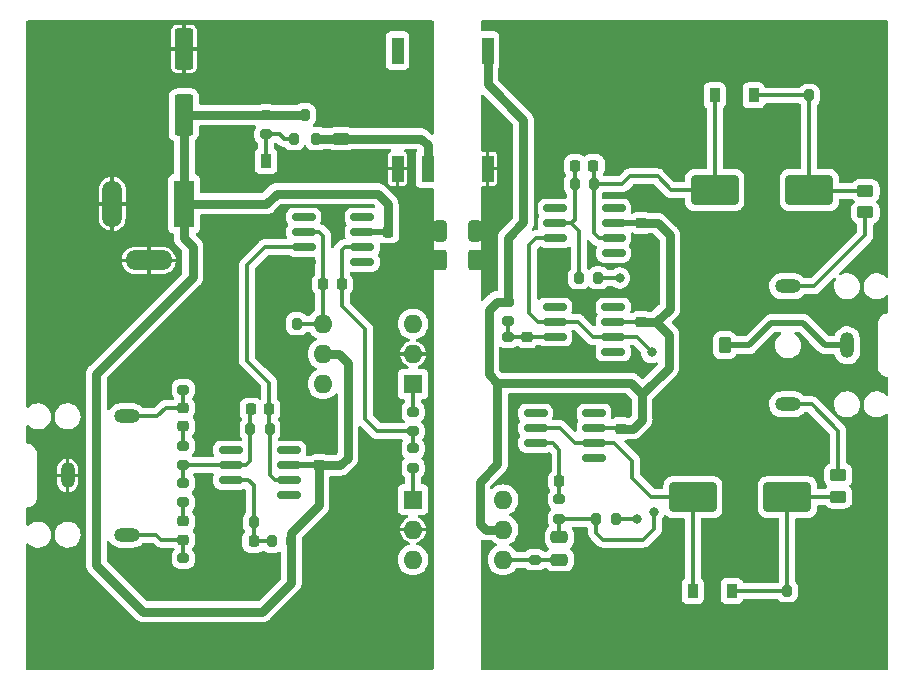
<source format=gtl>
%TF.GenerationSoftware,KiCad,Pcbnew,6.0.8-f2edbf62ab~116~ubuntu20.04.1*%
%TF.CreationDate,2022-10-07T00:55:20-04:00*%
%TF.ProjectId,SSTC_Audio_Isolator,53535443-5f41-4756-9469-6f5f49736f6c,rev?*%
%TF.SameCoordinates,Original*%
%TF.FileFunction,Copper,L1,Top*%
%TF.FilePolarity,Positive*%
%FSLAX46Y46*%
G04 Gerber Fmt 4.6, Leading zero omitted, Abs format (unit mm)*
G04 Created by KiCad (PCBNEW 6.0.8-f2edbf62ab~116~ubuntu20.04.1) date 2022-10-07 00:55:20*
%MOMM*%
%LPD*%
G01*
G04 APERTURE LIST*
G04 Aperture macros list*
%AMRoundRect*
0 Rectangle with rounded corners*
0 $1 Rounding radius*
0 $2 $3 $4 $5 $6 $7 $8 $9 X,Y pos of 4 corners*
0 Add a 4 corners polygon primitive as box body*
4,1,4,$2,$3,$4,$5,$6,$7,$8,$9,$2,$3,0*
0 Add four circle primitives for the rounded corners*
1,1,$1+$1,$2,$3*
1,1,$1+$1,$4,$5*
1,1,$1+$1,$6,$7*
1,1,$1+$1,$8,$9*
0 Add four rect primitives between the rounded corners*
20,1,$1+$1,$2,$3,$4,$5,0*
20,1,$1+$1,$4,$5,$6,$7,0*
20,1,$1+$1,$6,$7,$8,$9,0*
20,1,$1+$1,$8,$9,$2,$3,0*%
G04 Aperture macros list end*
%TA.AperFunction,SMDPad,CuDef*%
%ADD10R,0.900000X1.200000*%
%TD*%
%TA.AperFunction,SMDPad,CuDef*%
%ADD11RoundRect,0.225000X0.250000X-0.225000X0.250000X0.225000X-0.250000X0.225000X-0.250000X-0.225000X0*%
%TD*%
%TA.AperFunction,SMDPad,CuDef*%
%ADD12RoundRect,0.250000X-0.325000X-0.650000X0.325000X-0.650000X0.325000X0.650000X-0.325000X0.650000X0*%
%TD*%
%TA.AperFunction,SMDPad,CuDef*%
%ADD13RoundRect,0.200000X0.200000X0.275000X-0.200000X0.275000X-0.200000X-0.275000X0.200000X-0.275000X0*%
%TD*%
%TA.AperFunction,SMDPad,CuDef*%
%ADD14RoundRect,0.150000X-0.825000X-0.150000X0.825000X-0.150000X0.825000X0.150000X-0.825000X0.150000X0*%
%TD*%
%TA.AperFunction,SMDPad,CuDef*%
%ADD15RoundRect,0.200000X-0.200000X-0.275000X0.200000X-0.275000X0.200000X0.275000X-0.200000X0.275000X0*%
%TD*%
%TA.AperFunction,SMDPad,CuDef*%
%ADD16RoundRect,0.200000X0.275000X-0.200000X0.275000X0.200000X-0.275000X0.200000X-0.275000X-0.200000X0*%
%TD*%
%TA.AperFunction,ComponentPad*%
%ADD17O,2.200000X1.200000*%
%TD*%
%TA.AperFunction,ComponentPad*%
%ADD18O,1.200000X2.200000*%
%TD*%
%TA.AperFunction,SMDPad,CuDef*%
%ADD19RoundRect,0.225000X-0.225000X-0.250000X0.225000X-0.250000X0.225000X0.250000X-0.225000X0.250000X0*%
%TD*%
%TA.AperFunction,SMDPad,CuDef*%
%ADD20RoundRect,0.250000X0.312500X0.625000X-0.312500X0.625000X-0.312500X-0.625000X0.312500X-0.625000X0*%
%TD*%
%TA.AperFunction,SMDPad,CuDef*%
%ADD21RoundRect,0.200000X0.200000X-0.300000X0.200000X0.300000X-0.200000X0.300000X-0.200000X-0.300000X0*%
%TD*%
%TA.AperFunction,SMDPad,CuDef*%
%ADD22RoundRect,0.250000X0.450000X-0.262500X0.450000X0.262500X-0.450000X0.262500X-0.450000X-0.262500X0*%
%TD*%
%TA.AperFunction,SMDPad,CuDef*%
%ADD23RoundRect,0.250000X-0.450000X0.262500X-0.450000X-0.262500X0.450000X-0.262500X0.450000X0.262500X0*%
%TD*%
%TA.AperFunction,SMDPad,CuDef*%
%ADD24RoundRect,0.250000X-1.750000X-1.000000X1.750000X-1.000000X1.750000X1.000000X-1.750000X1.000000X0*%
%TD*%
%TA.AperFunction,SMDPad,CuDef*%
%ADD25RoundRect,0.200000X-0.275000X0.200000X-0.275000X-0.200000X0.275000X-0.200000X0.275000X0.200000X0*%
%TD*%
%TA.AperFunction,SMDPad,CuDef*%
%ADD26RoundRect,0.225000X0.225000X0.250000X-0.225000X0.250000X-0.225000X-0.250000X0.225000X-0.250000X0*%
%TD*%
%TA.AperFunction,SMDPad,CuDef*%
%ADD27RoundRect,0.250000X0.475000X-0.250000X0.475000X0.250000X-0.475000X0.250000X-0.475000X-0.250000X0*%
%TD*%
%TA.AperFunction,SMDPad,CuDef*%
%ADD28RoundRect,0.250000X0.550000X-1.500000X0.550000X1.500000X-0.550000X1.500000X-0.550000X-1.500000X0*%
%TD*%
%TA.AperFunction,SMDPad,CuDef*%
%ADD29R,1.000000X2.300000*%
%TD*%
%TA.AperFunction,ComponentPad*%
%ADD30R,1.700000X4.000000*%
%TD*%
%TA.AperFunction,ComponentPad*%
%ADD31O,1.700000X4.000000*%
%TD*%
%TA.AperFunction,ComponentPad*%
%ADD32O,4.000000X1.700000*%
%TD*%
%TA.AperFunction,SMDPad,CuDef*%
%ADD33RoundRect,0.250000X-0.262500X-0.450000X0.262500X-0.450000X0.262500X0.450000X-0.262500X0.450000X0*%
%TD*%
%TA.AperFunction,ComponentPad*%
%ADD34R,1.600000X1.600000*%
%TD*%
%TA.AperFunction,ComponentPad*%
%ADD35O,1.600000X1.600000*%
%TD*%
%TA.AperFunction,SMDPad,CuDef*%
%ADD36RoundRect,0.225000X-0.250000X0.225000X-0.250000X-0.225000X0.250000X-0.225000X0.250000X0.225000X0*%
%TD*%
%TA.AperFunction,ViaPad*%
%ADD37C,0.800000*%
%TD*%
%TA.AperFunction,Conductor*%
%ADD38C,0.750000*%
%TD*%
%TA.AperFunction,Conductor*%
%ADD39C,0.500000*%
%TD*%
%TA.AperFunction,Conductor*%
%ADD40C,0.350000*%
%TD*%
G04 APERTURE END LIST*
D10*
%TO.P,D3,1,K*%
%TO.N,Net-(D3-Pad1)*%
X121300000Y-64900000D03*
%TO.P,D3,2,A*%
%TO.N,GND*%
X118000000Y-64900000D03*
%TD*%
D11*
%TO.P,C18,1*%
%TO.N,+12VA*%
X153050000Y-70150000D03*
%TO.P,C18,2*%
%TO.N,GNDA*%
X153050000Y-68600000D03*
%TD*%
D12*
%TO.P,C9,1*%
%TO.N,GND*%
X136025000Y-70800000D03*
%TO.P,C9,2*%
%TO.N,GNDA*%
X138975000Y-70800000D03*
%TD*%
D13*
%TO.P,R16,1*%
%TO.N,GNDA*%
X168950000Y-59350000D03*
%TO.P,R16,2*%
%TO.N,Net-(C16-Pad2)*%
X167300000Y-59350000D03*
%TD*%
D14*
%TO.P,U7,1,NC*%
%TO.N,unconnected-(U7-Pad1)*%
X144125000Y-86245000D03*
%TO.P,U7,2,-*%
%TO.N,Net-(C15-Pad1)*%
X144125000Y-87515000D03*
%TO.P,U7,3,+*%
%TO.N,Net-(C13-Pad2)*%
X144125000Y-88785000D03*
%TO.P,U7,4,V-*%
%TO.N,GNDA*%
X144125000Y-90055000D03*
%TO.P,U7,5,NC*%
%TO.N,unconnected-(U7-Pad5)*%
X149075000Y-90055000D03*
%TO.P,U7,6*%
%TO.N,Net-(C15-Pad1)*%
X149075000Y-88785000D03*
%TO.P,U7,7,V+*%
%TO.N,+12VA*%
X149075000Y-87515000D03*
%TO.P,U7,8,NC*%
%TO.N,unconnected-(U7-Pad8)*%
X149075000Y-86245000D03*
%TD*%
D15*
%TO.P,R8,1*%
%TO.N,GND*%
X122250000Y-78675000D03*
%TO.P,R8,2*%
%TO.N,Net-(C8-Pad1)*%
X123900000Y-78675000D03*
%TD*%
D16*
%TO.P,R1,1*%
%TO.N,GND*%
X114300000Y-100200000D03*
%TO.P,R1,2*%
%TO.N,Net-(C2-Pad1)*%
X114300000Y-98550000D03*
%TD*%
D15*
%TO.P,R7,1*%
%TO.N,Net-(C6-Pad1)*%
X119975000Y-87600000D03*
%TO.P,R7,2*%
%TO.N,Net-(C6-Pad2)*%
X121625000Y-87600000D03*
%TD*%
D17*
%TO.P,J1,R*%
%TO.N,Net-(C3-Pad1)*%
X109500000Y-86521666D03*
D18*
%TO.P,J1,S*%
%TO.N,GND*%
X104500000Y-91521666D03*
D17*
%TO.P,J1,T*%
%TO.N,Net-(C2-Pad1)*%
X109500000Y-96521666D03*
%TD*%
%TO.P,J3,R*%
%TO.N,Net-(J3-PadR)*%
X165500000Y-85500000D03*
D18*
%TO.P,J3,S*%
%TO.N,Net-(J3-PadS)*%
X170500000Y-80500000D03*
D17*
%TO.P,J3,T*%
%TO.N,Net-(J3-PadT)*%
X165500000Y-75500000D03*
%TD*%
D16*
%TO.P,R11,1*%
%TO.N,Net-(C10-Pad2)*%
X141800000Y-78450000D03*
%TO.P,R11,2*%
%TO.N,+12VA*%
X141800000Y-76800000D03*
%TD*%
D11*
%TO.P,C5,1*%
%TO.N,+12V*%
X125800000Y-90650000D03*
%TO.P,C5,2*%
%TO.N,GND*%
X125800000Y-89100000D03*
%TD*%
D13*
%TO.P,R21,1*%
%TO.N,Net-(C16-Pad1)*%
X149075000Y-66850000D03*
%TO.P,R21,2*%
%TO.N,Net-(C19-Pad2)*%
X147425000Y-66850000D03*
%TD*%
D11*
%TO.P,C2,1*%
%TO.N,Net-(C2-Pad1)*%
X114300000Y-96950000D03*
%TO.P,C2,2*%
%TO.N,Net-(C2-Pad2)*%
X114300000Y-95400000D03*
%TD*%
D16*
%TO.P,R12,1*%
%TO.N,GNDA*%
X141800000Y-81450000D03*
%TO.P,R12,2*%
%TO.N,Net-(C10-Pad2)*%
X141800000Y-79800000D03*
%TD*%
D14*
%TO.P,U2,1,NC*%
%TO.N,unconnected-(U2-Pad1)*%
X124500000Y-69660000D03*
%TO.P,U2,2,-*%
%TO.N,Net-(C8-Pad1)*%
X124500000Y-70930000D03*
%TO.P,U2,3,+*%
%TO.N,Net-(C6-Pad2)*%
X124500000Y-72200000D03*
%TO.P,U2,4,V-*%
%TO.N,GND*%
X124500000Y-73470000D03*
%TO.P,U2,5,NC*%
%TO.N,unconnected-(U2-Pad5)*%
X129450000Y-73470000D03*
%TO.P,U2,6*%
%TO.N,Net-(C8-Pad2)*%
X129450000Y-72200000D03*
%TO.P,U2,7,V+*%
%TO.N,+12V*%
X129450000Y-70930000D03*
%TO.P,U2,8,NC*%
%TO.N,unconnected-(U2-Pad8)*%
X129450000Y-69660000D03*
%TD*%
D19*
%TO.P,C8,1*%
%TO.N,Net-(C8-Pad1)*%
X126150000Y-75315000D03*
%TO.P,C8,2*%
%TO.N,Net-(C8-Pad2)*%
X127700000Y-75315000D03*
%TD*%
D10*
%TO.P,D1,1,K*%
%TO.N,Net-(C16-Pad1)*%
X159300000Y-59350000D03*
%TO.P,D1,2,A*%
%TO.N,Net-(C16-Pad2)*%
X162600000Y-59350000D03*
%TD*%
D20*
%TO.P,R24,1*%
%TO.N,GNDA*%
X138962500Y-73300000D03*
%TO.P,R24,2*%
%TO.N,GND*%
X136037500Y-73300000D03*
%TD*%
D21*
%TO.P,Q1,1,B*%
%TO.N,Net-(D3-Pad1)*%
X123650000Y-63000000D03*
%TO.P,Q1,2,E*%
%TO.N,Net-(C17-Pad2)*%
X125550000Y-63000000D03*
%TO.P,Q1,3,C*%
%TO.N,+12V*%
X124600000Y-61000000D03*
%TD*%
D22*
%TO.P,R23,1*%
%TO.N,Net-(J3-PadT)*%
X172050000Y-69237500D03*
%TO.P,R23,2*%
%TO.N,Net-(C16-Pad2)*%
X172050000Y-67412500D03*
%TD*%
D10*
%TO.P,D2,1,K*%
%TO.N,Net-(C15-Pad1)*%
X157450000Y-101300000D03*
%TO.P,D2,2,A*%
%TO.N,Net-(C15-Pad2)*%
X160750000Y-101300000D03*
%TD*%
D16*
%TO.P,R13,1*%
%TO.N,GNDA*%
X144050000Y-100300000D03*
%TO.P,R13,2*%
%TO.N,Net-(C11-Pad1)*%
X144050000Y-98650000D03*
%TD*%
%TO.P,R5,1*%
%TO.N,Net-(C2-Pad2)*%
X114300000Y-93800000D03*
%TO.P,R5,2*%
%TO.N,Net-(C6-Pad1)*%
X114300000Y-92150000D03*
%TD*%
%TO.P,R9,1*%
%TO.N,Net-(C8-Pad2)*%
X133750000Y-87775000D03*
%TO.P,R9,2*%
%TO.N,Net-(R9-Pad2)*%
X133750000Y-86125000D03*
%TD*%
D23*
%TO.P,R22,1*%
%TO.N,Net-(J3-PadR)*%
X169750000Y-91487500D03*
%TO.P,R22,2*%
%TO.N,Net-(C15-Pad2)*%
X169750000Y-93312500D03*
%TD*%
D15*
%TO.P,R14,1*%
%TO.N,Net-(C11-Pad2)*%
X149275000Y-95200000D03*
%TO.P,R14,2*%
%TO.N,Net-(R14-Pad2)*%
X150925000Y-95200000D03*
%TD*%
D24*
%TO.P,C16,1*%
%TO.N,Net-(C16-Pad1)*%
X159300000Y-67350000D03*
%TO.P,C16,2*%
%TO.N,Net-(C16-Pad2)*%
X167300000Y-67350000D03*
%TD*%
D25*
%TO.P,R6,1*%
%TO.N,Net-(C3-Pad2)*%
X114300000Y-89000000D03*
%TO.P,R6,2*%
%TO.N,Net-(C6-Pad1)*%
X114300000Y-90650000D03*
%TD*%
D19*
%TO.P,C13,1*%
%TO.N,GNDA*%
X144600000Y-92000000D03*
%TO.P,C13,2*%
%TO.N,Net-(C13-Pad2)*%
X146150000Y-92000000D03*
%TD*%
D26*
%TO.P,C19,1*%
%TO.N,Net-(C16-Pad1)*%
X149025000Y-65300000D03*
%TO.P,C19,2*%
%TO.N,Net-(C19-Pad2)*%
X147475000Y-65300000D03*
%TD*%
D25*
%TO.P,R2,1*%
%TO.N,GND*%
X114300000Y-82600000D03*
%TO.P,R2,2*%
%TO.N,Net-(C3-Pad1)*%
X114300000Y-84250000D03*
%TD*%
D19*
%TO.P,C6,1*%
%TO.N,Net-(C6-Pad1)*%
X120025000Y-85900000D03*
%TO.P,C6,2*%
%TO.N,Net-(C6-Pad2)*%
X121575000Y-85900000D03*
%TD*%
%TO.P,C7,1*%
%TO.N,+12V*%
X131650000Y-70900000D03*
%TO.P,C7,2*%
%TO.N,GND*%
X133200000Y-70900000D03*
%TD*%
D27*
%TO.P,C11,1*%
%TO.N,Net-(C11-Pad1)*%
X146150000Y-98650000D03*
%TO.P,C11,2*%
%TO.N,Net-(C11-Pad2)*%
X146150000Y-96750000D03*
%TD*%
D13*
%TO.P,R3,1*%
%TO.N,+12V*%
X123450000Y-97100000D03*
%TO.P,R3,2*%
%TO.N,Net-(C4-Pad2)*%
X121800000Y-97100000D03*
%TD*%
D15*
%TO.P,R20,1*%
%TO.N,Net-(C19-Pad2)*%
X147800000Y-74800000D03*
%TO.P,R20,2*%
%TO.N,Net-(C11-Pad2)*%
X149450000Y-74800000D03*
%TD*%
D28*
%TO.P,C1,1*%
%TO.N,+12V*%
X114350000Y-61000000D03*
%TO.P,C1,2*%
%TO.N,GND*%
X114350000Y-55400000D03*
%TD*%
D25*
%TO.P,R15,1*%
%TO.N,Net-(C13-Pad2)*%
X146150000Y-93525000D03*
%TO.P,R15,2*%
%TO.N,Net-(C11-Pad2)*%
X146150000Y-95175000D03*
%TD*%
D29*
%TO.P,U4,1,-Vin*%
%TO.N,GND*%
X132440000Y-65550000D03*
%TO.P,U4,2,+Vin*%
%TO.N,Net-(C17-Pad2)*%
X134980000Y-65550000D03*
%TO.P,U4,4,0V*%
%TO.N,GNDA*%
X140060000Y-65550000D03*
%TO.P,U4,5,+Vout*%
%TO.N,+12VA*%
X140060000Y-55550000D03*
%TO.P,U4,8,NC*%
%TO.N,unconnected-(U4-Pad8)*%
X132440000Y-55550000D03*
%TD*%
D25*
%TO.P,R10,1*%
%TO.N,Net-(C8-Pad2)*%
X133750000Y-89225000D03*
%TO.P,R10,2*%
%TO.N,Net-(R10-Pad2)*%
X133750000Y-90875000D03*
%TD*%
D11*
%TO.P,C14,1*%
%TO.N,+12VA*%
X151350000Y-87550000D03*
%TO.P,C14,2*%
%TO.N,GNDA*%
X151350000Y-86000000D03*
%TD*%
D30*
%TO.P,J2,1*%
%TO.N,+12V*%
X114375000Y-68518333D03*
D31*
%TO.P,J2,2*%
%TO.N,GND*%
X108275000Y-68518333D03*
D32*
%TO.P,J2,3*%
X111375000Y-73318333D03*
%TD*%
D27*
%TO.P,C17,1*%
%TO.N,GND*%
X127650000Y-64900000D03*
%TO.P,C17,2*%
%TO.N,Net-(C17-Pad2)*%
X127650000Y-63000000D03*
%TD*%
D11*
%TO.P,C12,1*%
%TO.N,+12VA*%
X153050000Y-78550000D03*
%TO.P,C12,2*%
%TO.N,GNDA*%
X153050000Y-77000000D03*
%TD*%
D15*
%TO.P,R17,1*%
%TO.N,Net-(C15-Pad2)*%
X165425000Y-101300000D03*
%TO.P,R17,2*%
%TO.N,GNDA*%
X167075000Y-101300000D03*
%TD*%
D14*
%TO.P,U1,1,NC*%
%TO.N,unconnected-(U1-Pad1)*%
X118300000Y-89380000D03*
%TO.P,U1,2,-*%
%TO.N,Net-(C6-Pad1)*%
X118300000Y-90650000D03*
%TO.P,U1,3,+*%
%TO.N,Net-(C4-Pad2)*%
X118300000Y-91920000D03*
%TO.P,U1,4,V-*%
%TO.N,GND*%
X118300000Y-93190000D03*
%TO.P,U1,5,NC*%
%TO.N,unconnected-(U1-Pad5)*%
X123250000Y-93190000D03*
%TO.P,U1,6*%
%TO.N,Net-(C6-Pad2)*%
X123250000Y-91920000D03*
%TO.P,U1,7,V+*%
%TO.N,+12V*%
X123250000Y-90650000D03*
%TO.P,U1,8,NC*%
%TO.N,unconnected-(U1-Pad8)*%
X123250000Y-89380000D03*
%TD*%
D24*
%TO.P,C15,1*%
%TO.N,Net-(C15-Pad1)*%
X157450000Y-93350000D03*
%TO.P,C15,2*%
%TO.N,Net-(C15-Pad2)*%
X165450000Y-93350000D03*
%TD*%
D14*
%TO.P,U8,1,NC*%
%TO.N,unconnected-(U8-Pad1)*%
X145775000Y-68895000D03*
%TO.P,U8,2,-*%
%TO.N,Net-(C19-Pad2)*%
X145775000Y-70165000D03*
%TO.P,U8,3,+*%
%TO.N,Net-(R14-Pad2)*%
X145775000Y-71435000D03*
%TO.P,U8,4,V-*%
%TO.N,GNDA*%
X145775000Y-72705000D03*
%TO.P,U8,5,NC*%
%TO.N,unconnected-(U8-Pad5)*%
X150725000Y-72705000D03*
%TO.P,U8,6*%
%TO.N,Net-(C16-Pad1)*%
X150725000Y-71435000D03*
%TO.P,U8,7,V+*%
%TO.N,+12VA*%
X150725000Y-70165000D03*
%TO.P,U8,8,NC*%
%TO.N,unconnected-(U8-Pad8)*%
X150725000Y-68895000D03*
%TD*%
D13*
%TO.P,R4,1*%
%TO.N,Net-(C4-Pad2)*%
X120250000Y-95500000D03*
%TO.P,R4,2*%
%TO.N,GND*%
X118600000Y-95500000D03*
%TD*%
D25*
%TO.P,R19,1*%
%TO.N,+12V*%
X121300000Y-61000000D03*
%TO.P,R19,2*%
%TO.N,Net-(D3-Pad1)*%
X121300000Y-62650000D03*
%TD*%
D14*
%TO.P,U6,1,NC*%
%TO.N,unconnected-(U6-Pad1)*%
X145750000Y-77260000D03*
%TO.P,U6,2,-*%
%TO.N,Net-(R14-Pad2)*%
X145750000Y-78530000D03*
%TO.P,U6,3,+*%
%TO.N,Net-(C10-Pad2)*%
X145750000Y-79800000D03*
%TO.P,U6,4,V-*%
%TO.N,GNDA*%
X145750000Y-81070000D03*
%TO.P,U6,5,NC*%
%TO.N,unconnected-(U6-Pad5)*%
X150700000Y-81070000D03*
%TO.P,U6,6*%
%TO.N,Net-(R14-Pad2)*%
X150700000Y-79800000D03*
%TO.P,U6,7,V+*%
%TO.N,+12VA*%
X150700000Y-78530000D03*
%TO.P,U6,8,NC*%
%TO.N,unconnected-(U6-Pad8)*%
X150700000Y-77260000D03*
%TD*%
D11*
%TO.P,C10,1*%
%TO.N,GNDA*%
X143400000Y-81350000D03*
%TO.P,C10,2*%
%TO.N,Net-(C10-Pad2)*%
X143400000Y-79800000D03*
%TD*%
D33*
%TO.P,R18,1*%
%TO.N,GNDA*%
X158325000Y-80500000D03*
%TO.P,R18,2*%
%TO.N,Net-(J3-PadS)*%
X160150000Y-80500000D03*
%TD*%
D34*
%TO.P,U3,1*%
%TO.N,Net-(R9-Pad2)*%
X133750000Y-83775000D03*
D35*
%TO.P,U3,2*%
%TO.N,GND*%
X133750000Y-81235000D03*
%TO.P,U3,3,NC*%
%TO.N,unconnected-(U3-Pad3)*%
X133750000Y-78695000D03*
%TO.P,U3,4*%
%TO.N,Net-(C8-Pad1)*%
X126130000Y-78695000D03*
%TO.P,U3,5*%
%TO.N,+12V*%
X126130000Y-81235000D03*
%TO.P,U3,6*%
%TO.N,unconnected-(U3-Pad6)*%
X126130000Y-83775000D03*
%TD*%
D36*
%TO.P,C3,1*%
%TO.N,Net-(C3-Pad1)*%
X114300000Y-85800000D03*
%TO.P,C3,2*%
%TO.N,Net-(C3-Pad2)*%
X114300000Y-87350000D03*
%TD*%
D34*
%TO.P,U5,1*%
%TO.N,Net-(R10-Pad2)*%
X133750000Y-93575000D03*
D35*
%TO.P,U5,2*%
%TO.N,GND*%
X133750000Y-96115000D03*
%TO.P,U5,3,NC*%
%TO.N,unconnected-(U5-Pad3)*%
X133750000Y-98655000D03*
%TO.P,U5,4*%
%TO.N,Net-(C11-Pad1)*%
X141370000Y-98655000D03*
%TO.P,U5,5*%
%TO.N,+12VA*%
X141370000Y-96115000D03*
%TO.P,U5,6*%
%TO.N,unconnected-(U5-Pad6)*%
X141370000Y-93575000D03*
%TD*%
D19*
%TO.P,C4,1*%
%TO.N,GND*%
X118700000Y-97100000D03*
%TO.P,C4,2*%
%TO.N,Net-(C4-Pad2)*%
X120250000Y-97100000D03*
%TD*%
D37*
%TO.N,GND*%
X123000000Y-73500000D03*
X116800000Y-93200000D03*
X135000000Y-73300000D03*
X115850000Y-55400000D03*
X114300000Y-81700000D03*
X134950000Y-70800000D03*
X114300000Y-101150000D03*
X117750000Y-97100000D03*
X131200000Y-65600000D03*
X133200000Y-71850000D03*
X112850000Y-55400000D03*
X125800000Y-88200000D03*
X121350000Y-78700000D03*
X117100000Y-64900000D03*
X118600000Y-94400000D03*
X127650000Y-65950000D03*
%TO.N,GNDA*%
X153050000Y-67600000D03*
X167912500Y-101300000D03*
X142600000Y-82050000D03*
X169787500Y-59350000D03*
X145750000Y-73450000D03*
X158337500Y-81700000D03*
X140050000Y-70800000D03*
X140050000Y-73300000D03*
X144050000Y-101200000D03*
X153050000Y-76050000D03*
X151350000Y-85100000D03*
X158337500Y-79300000D03*
X143700000Y-92000000D03*
X141350000Y-65550000D03*
X157287500Y-80500000D03*
X142650000Y-90050000D03*
X144450000Y-81800000D03*
X140050000Y-67600000D03*
%TO.N,Net-(C11-Pad2)*%
X151250000Y-74800000D03*
X154150000Y-94600000D03*
%TO.N,Net-(R14-Pad2)*%
X152700000Y-95200000D03*
X153950000Y-81100000D03*
%TD*%
D38*
%TO.N,+12V*%
X123450000Y-97100000D02*
X123450000Y-96400000D01*
X121300000Y-61000000D02*
X124600000Y-61000000D01*
X122200000Y-67650000D02*
X121331667Y-68518333D01*
X121000000Y-103050000D02*
X123450000Y-100600000D01*
X110900000Y-103050000D02*
X121000000Y-103050000D01*
X115100000Y-72150000D02*
X115100000Y-74750000D01*
X114375000Y-68518333D02*
X114375000Y-61025000D01*
X128250000Y-90000000D02*
X127600000Y-90650000D01*
D39*
X123250000Y-90650000D02*
X125800000Y-90650000D01*
D38*
X123450000Y-96400000D02*
X125800000Y-94050000D01*
X114350000Y-61000000D02*
X121300000Y-61000000D01*
X114375000Y-68518333D02*
X114375000Y-71425000D01*
X106950000Y-82900000D02*
X106950000Y-99100000D01*
X126130000Y-81235000D02*
X127485000Y-81235000D01*
X106950000Y-99100000D02*
X110900000Y-103050000D01*
X131650000Y-68550000D02*
X130750000Y-67650000D01*
X123450000Y-100600000D02*
X123450000Y-97100000D01*
X114375000Y-61025000D02*
X114350000Y-61000000D01*
X114375000Y-71425000D02*
X115100000Y-72150000D01*
X127485000Y-81235000D02*
X128250000Y-82000000D01*
X115100000Y-74750000D02*
X106950000Y-82900000D01*
X128250000Y-82000000D02*
X128250000Y-90000000D01*
X121331667Y-68518333D02*
X114375000Y-68518333D01*
D39*
X131620000Y-70930000D02*
X131650000Y-70900000D01*
D38*
X127600000Y-90650000D02*
X125800000Y-90650000D01*
X131650000Y-70900000D02*
X131650000Y-68550000D01*
D39*
X129450000Y-70930000D02*
X131620000Y-70930000D01*
D38*
X125800000Y-94050000D02*
X125800000Y-90650000D01*
X130750000Y-67650000D02*
X122200000Y-67650000D01*
D39*
%TO.N,GND*%
X136037500Y-73300000D02*
X135000000Y-73300000D01*
X136025000Y-70800000D02*
X134950000Y-70800000D01*
D40*
%TO.N,Net-(C2-Pad1)*%
X114300000Y-96950000D02*
X112450000Y-96950000D01*
X112450000Y-96950000D02*
X112021666Y-96521666D01*
X112021666Y-96521666D02*
X109500000Y-96521666D01*
X114300000Y-96950000D02*
X114300000Y-98550000D01*
%TO.N,Net-(C2-Pad2)*%
X114300000Y-93800000D02*
X114300000Y-95400000D01*
%TO.N,Net-(C3-Pad1)*%
X112078334Y-86521666D02*
X112800000Y-85800000D01*
X109500000Y-86521666D02*
X112078334Y-86521666D01*
X114300000Y-85800000D02*
X114300000Y-84250000D01*
X112800000Y-85800000D02*
X114300000Y-85800000D01*
%TO.N,Net-(C3-Pad2)*%
X114300000Y-87350000D02*
X114300000Y-89000000D01*
%TO.N,Net-(C4-Pad2)*%
X119820000Y-91920000D02*
X120250000Y-92350000D01*
X120250000Y-92350000D02*
X120250000Y-95500000D01*
X118300000Y-91920000D02*
X119820000Y-91920000D01*
X120250000Y-95500000D02*
X120250000Y-97100000D01*
X120250000Y-97100000D02*
X121800000Y-97100000D01*
%TO.N,Net-(C6-Pad1)*%
X119975000Y-90325000D02*
X119975000Y-87600000D01*
X119650000Y-90650000D02*
X119975000Y-90325000D01*
X119975000Y-87600000D02*
X119975000Y-85950000D01*
X114300000Y-90650000D02*
X118300000Y-90650000D01*
X118300000Y-90650000D02*
X119650000Y-90650000D01*
X119975000Y-85950000D02*
X120025000Y-85900000D01*
X114300000Y-92150000D02*
X114300000Y-90650000D01*
%TO.N,Net-(C6-Pad2)*%
X122070000Y-91920000D02*
X123250000Y-91920000D01*
X121200000Y-72200000D02*
X124500000Y-72200000D01*
X121600000Y-87625000D02*
X121600000Y-91450000D01*
X119700000Y-81800000D02*
X119700000Y-73700000D01*
X121625000Y-87600000D02*
X121600000Y-87625000D01*
X121575000Y-83675000D02*
X119700000Y-81800000D01*
X121575000Y-87550000D02*
X121625000Y-87600000D01*
X121575000Y-85900000D02*
X121575000Y-87550000D01*
X119700000Y-73700000D02*
X121200000Y-72200000D01*
X121575000Y-85900000D02*
X121575000Y-83675000D01*
X121600000Y-91450000D02*
X122070000Y-91920000D01*
%TO.N,Net-(C8-Pad1)*%
X124500000Y-70930000D02*
X125830000Y-70930000D01*
X126130000Y-75335000D02*
X126150000Y-75315000D01*
X125830000Y-70930000D02*
X126150000Y-71250000D01*
X123900000Y-78675000D02*
X126110000Y-78675000D01*
X126150000Y-71250000D02*
X126150000Y-75315000D01*
X126110000Y-78675000D02*
X126130000Y-78695000D01*
X126130000Y-78695000D02*
X126130000Y-75335000D01*
%TO.N,Net-(C8-Pad2)*%
X127700000Y-75315000D02*
X127700000Y-77150000D01*
X127700000Y-75315000D02*
X127700000Y-72450000D01*
X129700000Y-79150000D02*
X129700000Y-86750000D01*
X127700000Y-72450000D02*
X127950000Y-72200000D01*
X127950000Y-72200000D02*
X129450000Y-72200000D01*
X130725000Y-87775000D02*
X133750000Y-87775000D01*
X127700000Y-77150000D02*
X129700000Y-79150000D01*
X133750000Y-87775000D02*
X133750000Y-89225000D01*
X129700000Y-86750000D02*
X130725000Y-87775000D01*
D39*
%TO.N,GNDA*%
X138975000Y-70800000D02*
X140050000Y-70800000D01*
X138962500Y-73300000D02*
X140050000Y-73300000D01*
D40*
%TO.N,Net-(C10-Pad2)*%
X141800000Y-78450000D02*
X141800000Y-79800000D01*
X143400000Y-79800000D02*
X145750000Y-79800000D01*
X141800000Y-79800000D02*
X143400000Y-79800000D01*
%TO.N,Net-(C11-Pad1)*%
X146145000Y-98655000D02*
X146150000Y-98650000D01*
X141370000Y-98655000D02*
X146145000Y-98655000D01*
%TO.N,Net-(C11-Pad2)*%
X154150000Y-96050000D02*
X154150000Y-94600000D01*
X146150000Y-95175000D02*
X149250000Y-95175000D01*
X149275000Y-96375000D02*
X149850000Y-96950000D01*
X146150000Y-96750000D02*
X146150000Y-95175000D01*
X149275000Y-95200000D02*
X149275000Y-96375000D01*
X149850000Y-96950000D02*
X153250000Y-96950000D01*
X153250000Y-96950000D02*
X154150000Y-96050000D01*
X151250000Y-74800000D02*
X149450000Y-74800000D01*
X149250000Y-95175000D02*
X149275000Y-95200000D01*
%TO.N,+12VA*%
X151315000Y-87515000D02*
X151350000Y-87550000D01*
D38*
X155400000Y-79600000D02*
X154350000Y-78550000D01*
X140060000Y-55550000D02*
X140060000Y-58410000D01*
X153150000Y-84650000D02*
X155400000Y-82400000D01*
X140850000Y-76800000D02*
X140150000Y-77500000D01*
X143100000Y-70100000D02*
X141800000Y-71400000D01*
X153150000Y-86800000D02*
X152400000Y-87550000D01*
X140150000Y-77500000D02*
X140150000Y-82950000D01*
X140150000Y-82950000D02*
X140900000Y-83700000D01*
X139915000Y-96115000D02*
X139400000Y-95600000D01*
X139400000Y-92050000D02*
X140900000Y-90550000D01*
X153150000Y-84650000D02*
X153150000Y-86800000D01*
X141370000Y-96115000D02*
X139915000Y-96115000D01*
X152400000Y-87550000D02*
X151350000Y-87550000D01*
D39*
X150725000Y-70165000D02*
X153035000Y-70165000D01*
X153035000Y-70165000D02*
X153050000Y-70150000D01*
D38*
X143100000Y-61450000D02*
X143100000Y-70100000D01*
X155500000Y-71200000D02*
X155500000Y-77400000D01*
X140060000Y-58410000D02*
X143100000Y-61450000D01*
X139400000Y-95600000D02*
X139400000Y-92050000D01*
X155400000Y-82400000D02*
X155400000Y-79600000D01*
D40*
X150700000Y-78530000D02*
X153030000Y-78530000D01*
D38*
X140900000Y-90550000D02*
X140900000Y-83700000D01*
D40*
X153030000Y-78530000D02*
X153050000Y-78550000D01*
D38*
X153050000Y-70150000D02*
X154450000Y-70150000D01*
X154350000Y-78550000D02*
X153050000Y-78550000D01*
X141800000Y-71400000D02*
X141800000Y-76800000D01*
X154450000Y-70150000D02*
X155500000Y-71200000D01*
D40*
X149075000Y-87515000D02*
X151315000Y-87515000D01*
D38*
X140900000Y-83700000D02*
X152200000Y-83700000D01*
X152200000Y-83700000D02*
X153150000Y-84650000D01*
X155500000Y-77400000D02*
X154350000Y-78550000D01*
X141800000Y-76800000D02*
X140850000Y-76800000D01*
D40*
%TO.N,Net-(C13-Pad2)*%
X146150000Y-93525000D02*
X146150000Y-92000000D01*
X146150000Y-89350000D02*
X146150000Y-92000000D01*
X144125000Y-88785000D02*
X145585000Y-88785000D01*
X145585000Y-88785000D02*
X146150000Y-89350000D01*
%TO.N,Net-(C15-Pad1)*%
X153900000Y-93350000D02*
X157450000Y-93350000D01*
X152300000Y-90300000D02*
X152300000Y-91750000D01*
X147435000Y-88785000D02*
X146165000Y-87515000D01*
X149075000Y-88785000D02*
X147435000Y-88785000D01*
X152300000Y-91750000D02*
X153900000Y-93350000D01*
X157450000Y-93350000D02*
X157450000Y-101300000D01*
X146165000Y-87515000D02*
X144125000Y-87515000D01*
X149075000Y-88785000D02*
X150785000Y-88785000D01*
X150785000Y-88785000D02*
X152300000Y-90300000D01*
%TO.N,Net-(C15-Pad2)*%
X169712500Y-93350000D02*
X169750000Y-93312500D01*
X165450000Y-101275000D02*
X165450000Y-93350000D01*
X165425000Y-101300000D02*
X165450000Y-101275000D01*
X165450000Y-93350000D02*
X169712500Y-93350000D01*
X160750000Y-101300000D02*
X165425000Y-101300000D01*
X165450000Y-93350000D02*
X165500000Y-93300000D01*
%TO.N,Net-(C16-Pad1)*%
X152100000Y-66200000D02*
X154450000Y-66200000D01*
X149075000Y-65350000D02*
X149025000Y-65300000D01*
X155600000Y-67350000D02*
X159300000Y-67350000D01*
X149485000Y-71435000D02*
X150725000Y-71435000D01*
X149075000Y-66850000D02*
X149075000Y-65350000D01*
X149075000Y-71025000D02*
X149485000Y-71435000D01*
X159300000Y-67350000D02*
X159300000Y-59350000D01*
X149075000Y-66850000D02*
X151450000Y-66850000D01*
X151450000Y-66850000D02*
X152100000Y-66200000D01*
X154450000Y-66200000D02*
X155600000Y-67350000D01*
X149075000Y-66850000D02*
X149075000Y-71025000D01*
%TO.N,Net-(C16-Pad2)*%
X167300000Y-59350000D02*
X162600000Y-59350000D01*
X167362500Y-67412500D02*
X167300000Y-67350000D01*
X167300000Y-67350000D02*
X167300000Y-59350000D01*
X172050000Y-67412500D02*
X167362500Y-67412500D01*
D39*
%TO.N,Net-(J3-PadS)*%
X166750000Y-78600000D02*
X168650000Y-80500000D01*
X168650000Y-80500000D02*
X170500000Y-80500000D01*
X162200000Y-80500000D02*
X164100000Y-78600000D01*
X164100000Y-78600000D02*
X166750000Y-78600000D01*
X160150000Y-80500000D02*
X162200000Y-80500000D01*
D40*
%TO.N,Net-(R9-Pad2)*%
X133750000Y-86125000D02*
X133750000Y-83775000D01*
%TO.N,Net-(R10-Pad2)*%
X133750000Y-90875000D02*
X133750000Y-93575000D01*
%TO.N,Net-(D3-Pad1)*%
X122450000Y-62650000D02*
X121300000Y-62650000D01*
X123650000Y-63000000D02*
X122800000Y-63000000D01*
X122800000Y-63000000D02*
X122450000Y-62650000D01*
X121300000Y-62650000D02*
X121300000Y-64900000D01*
%TO.N,Net-(C19-Pad2)*%
X147800000Y-74800000D02*
X147800000Y-70850000D01*
X147425000Y-69855000D02*
X147115000Y-70165000D01*
X147475000Y-66800000D02*
X147425000Y-66850000D01*
X147800000Y-70850000D02*
X147115000Y-70165000D01*
X147115000Y-70165000D02*
X145775000Y-70165000D01*
X147425000Y-66850000D02*
X147425000Y-69855000D01*
X147475000Y-65300000D02*
X147475000Y-66800000D01*
%TO.N,Net-(J3-PadR)*%
X169750000Y-87750000D02*
X167500000Y-85500000D01*
X169750000Y-91487500D02*
X169750000Y-87750000D01*
X167500000Y-85500000D02*
X165500000Y-85500000D01*
%TO.N,Net-(J3-PadT)*%
X167700000Y-75500000D02*
X165500000Y-75500000D01*
X172050000Y-69237500D02*
X172050000Y-71150000D01*
X172050000Y-71150000D02*
X167700000Y-75500000D01*
%TO.N,Net-(R14-Pad2)*%
X144330000Y-78530000D02*
X143600000Y-77800000D01*
X144165000Y-71435000D02*
X145775000Y-71435000D01*
X149000000Y-79800000D02*
X147730000Y-78530000D01*
X147730000Y-78530000D02*
X145750000Y-78530000D01*
X152700000Y-79800000D02*
X150700000Y-79800000D01*
X153950000Y-81100000D02*
X153950000Y-81050000D01*
X143600000Y-77800000D02*
X143600000Y-72000000D01*
X145750000Y-78530000D02*
X144330000Y-78530000D01*
X143600000Y-72000000D02*
X144165000Y-71435000D01*
X152700000Y-95200000D02*
X150925000Y-95200000D01*
X150700000Y-79800000D02*
X149000000Y-79800000D01*
X153950000Y-81050000D02*
X152700000Y-79800000D01*
D38*
%TO.N,Net-(C17-Pad2)*%
X125550000Y-63000000D02*
X127650000Y-63000000D01*
X134400000Y-63000000D02*
X134980000Y-63580000D01*
X134980000Y-63580000D02*
X134980000Y-65550000D01*
X127650000Y-63000000D02*
X134400000Y-63000000D01*
%TD*%
%TA.AperFunction,Conductor*%
%TO.N,GNDA*%
G36*
X173943039Y-53019685D02*
G01*
X173988794Y-53072489D01*
X174000000Y-53124000D01*
X174000000Y-74643448D01*
X173980315Y-74710487D01*
X173927511Y-74756242D01*
X173858353Y-74766186D01*
X173790255Y-74733022D01*
X173685169Y-74632425D01*
X173508754Y-74518515D01*
X173503279Y-74516308D01*
X173503276Y-74516307D01*
X173319461Y-74442227D01*
X173319456Y-74442226D01*
X173313981Y-74440019D01*
X173107878Y-74399770D01*
X173102357Y-74399500D01*
X172947531Y-74399500D01*
X172790954Y-74414439D01*
X172785294Y-74416099D01*
X172785291Y-74416100D01*
X172690202Y-74443996D01*
X172589451Y-74473553D01*
X172584202Y-74476256D01*
X172584203Y-74476256D01*
X172408004Y-74567004D01*
X172407999Y-74567007D01*
X172402761Y-74569705D01*
X172237621Y-74699424D01*
X172099990Y-74858029D01*
X172097037Y-74863134D01*
X172097036Y-74863135D01*
X172021078Y-74994435D01*
X171994834Y-75039799D01*
X171925947Y-75238174D01*
X171895814Y-75445996D01*
X171905523Y-75655767D01*
X171954724Y-75859918D01*
X171957164Y-75865286D01*
X171957166Y-75865290D01*
X172022879Y-76009819D01*
X172041640Y-76051081D01*
X172163137Y-76222360D01*
X172167404Y-76226444D01*
X172167405Y-76226446D01*
X172310564Y-76363491D01*
X172310568Y-76363495D01*
X172314831Y-76367575D01*
X172491246Y-76481485D01*
X172496721Y-76483692D01*
X172496724Y-76483693D01*
X172680539Y-76557773D01*
X172680544Y-76557774D01*
X172686019Y-76559981D01*
X172892122Y-76600230D01*
X172897643Y-76600500D01*
X173052469Y-76600500D01*
X173209046Y-76585561D01*
X173214706Y-76583901D01*
X173214709Y-76583900D01*
X173309797Y-76556004D01*
X173410549Y-76526447D01*
X173504065Y-76478283D01*
X173591996Y-76432996D01*
X173592001Y-76432993D01*
X173597239Y-76430295D01*
X173762379Y-76300576D01*
X173766245Y-76296121D01*
X173766249Y-76296117D01*
X173782345Y-76277568D01*
X173841150Y-76239835D01*
X173911019Y-76239885D01*
X173969771Y-76277701D01*
X173998750Y-76341277D01*
X174000000Y-76358837D01*
X174000000Y-77682756D01*
X173980315Y-77749795D01*
X173927511Y-77795550D01*
X173888155Y-77806159D01*
X173823471Y-77812530D01*
X173802149Y-77818998D01*
X173659553Y-77862253D01*
X173659549Y-77862255D01*
X173653726Y-77864021D01*
X173497288Y-77947639D01*
X173419978Y-78011085D01*
X173371582Y-78050803D01*
X173360169Y-78060169D01*
X173247639Y-78197288D01*
X173164021Y-78353726D01*
X173162255Y-78359549D01*
X173162253Y-78359553D01*
X173131080Y-78462319D01*
X173112530Y-78523471D01*
X173101281Y-78637681D01*
X173098437Y-78666561D01*
X173097557Y-78673486D01*
X173095836Y-78684537D01*
X173095837Y-78684539D01*
X173094391Y-78693823D01*
X173095167Y-78699757D01*
X173095143Y-78700000D01*
X173095199Y-78700000D01*
X173096811Y-78712328D01*
X173098453Y-78724885D01*
X173099500Y-78740963D01*
X173099500Y-82251413D01*
X173098024Y-82270489D01*
X173096952Y-82277377D01*
X173094391Y-82293823D01*
X173095199Y-82300000D01*
X173095143Y-82300000D01*
X173095521Y-82303838D01*
X173095521Y-82303843D01*
X173096835Y-82317179D01*
X173112530Y-82476529D01*
X173122092Y-82508050D01*
X173159502Y-82631376D01*
X173164021Y-82646274D01*
X173247639Y-82802712D01*
X173360169Y-82939831D01*
X173497288Y-83052361D01*
X173653726Y-83135979D01*
X173659549Y-83137745D01*
X173659553Y-83137747D01*
X173817648Y-83185704D01*
X173817652Y-83185705D01*
X173823471Y-83187470D01*
X173829524Y-83188066D01*
X173829528Y-83188067D01*
X173880066Y-83193044D01*
X173888154Y-83193841D01*
X173952942Y-83220002D01*
X173993300Y-83277037D01*
X174000000Y-83317244D01*
X174000000Y-84643448D01*
X173980315Y-84710487D01*
X173927511Y-84756242D01*
X173858353Y-84766186D01*
X173790255Y-84733022D01*
X173685169Y-84632425D01*
X173508754Y-84518515D01*
X173503279Y-84516308D01*
X173503276Y-84516307D01*
X173319461Y-84442227D01*
X173319456Y-84442226D01*
X173313981Y-84440019D01*
X173107878Y-84399770D01*
X173102357Y-84399500D01*
X172947531Y-84399500D01*
X172790954Y-84414439D01*
X172785294Y-84416099D01*
X172785291Y-84416100D01*
X172690203Y-84443996D01*
X172589451Y-84473553D01*
X172584202Y-84476256D01*
X172584203Y-84476256D01*
X172408004Y-84567004D01*
X172407999Y-84567007D01*
X172402761Y-84569705D01*
X172237621Y-84699424D01*
X172099990Y-84858029D01*
X172097037Y-84863134D01*
X172097036Y-84863135D01*
X172017887Y-84999951D01*
X171994834Y-85039799D01*
X171925947Y-85238174D01*
X171895814Y-85445996D01*
X171905523Y-85655767D01*
X171906905Y-85661500D01*
X171950429Y-85842095D01*
X171954724Y-85859918D01*
X171957164Y-85865286D01*
X171957166Y-85865290D01*
X172014974Y-85992431D01*
X172041640Y-86051081D01*
X172163137Y-86222360D01*
X172167404Y-86226444D01*
X172167405Y-86226446D01*
X172310564Y-86363491D01*
X172310568Y-86363495D01*
X172314831Y-86367575D01*
X172491246Y-86481485D01*
X172496721Y-86483692D01*
X172496724Y-86483693D01*
X172680539Y-86557773D01*
X172680544Y-86557774D01*
X172686019Y-86559981D01*
X172892122Y-86600230D01*
X172897643Y-86600500D01*
X173052469Y-86600500D01*
X173209046Y-86585561D01*
X173214706Y-86583901D01*
X173214709Y-86583900D01*
X173309798Y-86556004D01*
X173410549Y-86526447D01*
X173437336Y-86512651D01*
X173591996Y-86432996D01*
X173592001Y-86432993D01*
X173597239Y-86430295D01*
X173762379Y-86300576D01*
X173766245Y-86296121D01*
X173766249Y-86296117D01*
X173782345Y-86277568D01*
X173841150Y-86239835D01*
X173911019Y-86239885D01*
X173969771Y-86277701D01*
X173998750Y-86341277D01*
X174000000Y-86358837D01*
X174000000Y-107876000D01*
X173980315Y-107943039D01*
X173927511Y-107988794D01*
X173876000Y-108000000D01*
X139624000Y-108000000D01*
X139556961Y-107980315D01*
X139511206Y-107927511D01*
X139500000Y-107876000D01*
X139500000Y-97074131D01*
X139519685Y-97007092D01*
X139572489Y-96961337D01*
X139641647Y-96951393D01*
X139651050Y-96953117D01*
X139712102Y-96966764D01*
X139715050Y-96967461D01*
X139756884Y-96977891D01*
X139795480Y-96987514D01*
X139802195Y-96987702D01*
X139806299Y-96988264D01*
X139806950Y-96988382D01*
X139811872Y-96989065D01*
X139816834Y-96990174D01*
X139822665Y-96990500D01*
X139900622Y-96990500D01*
X139904085Y-96990548D01*
X139985628Y-96992826D01*
X139992225Y-96991567D01*
X139998920Y-96991029D01*
X139998958Y-96991501D01*
X140009545Y-96990500D01*
X140354952Y-96990500D01*
X140421991Y-97010185D01*
X140442633Y-97026819D01*
X140530861Y-97115047D01*
X140535292Y-97118149D01*
X140535296Y-97118153D01*
X140587233Y-97154519D01*
X140717266Y-97245568D01*
X140722177Y-97247858D01*
X140775275Y-97272618D01*
X140827714Y-97318790D01*
X140846866Y-97385984D01*
X140826650Y-97452865D01*
X140775276Y-97497382D01*
X140717266Y-97524432D01*
X140712829Y-97527539D01*
X140712827Y-97527540D01*
X140535296Y-97651847D01*
X140535292Y-97651851D01*
X140530861Y-97654953D01*
X140369953Y-97815861D01*
X140366851Y-97820292D01*
X140366847Y-97820296D01*
X140257357Y-97976666D01*
X140239432Y-98002266D01*
X140237142Y-98007177D01*
X140145550Y-98203594D01*
X140145548Y-98203600D01*
X140143261Y-98208504D01*
X140084365Y-98428308D01*
X140064532Y-98655000D01*
X140084365Y-98881692D01*
X140143261Y-99101496D01*
X140145548Y-99106400D01*
X140145550Y-99106406D01*
X140195024Y-99212502D01*
X140239432Y-99307734D01*
X140242539Y-99312171D01*
X140242540Y-99312173D01*
X140366847Y-99489704D01*
X140366851Y-99489708D01*
X140369953Y-99494139D01*
X140530861Y-99655047D01*
X140535292Y-99658149D01*
X140535296Y-99658153D01*
X140712827Y-99782460D01*
X140717266Y-99785568D01*
X140722177Y-99787858D01*
X140918594Y-99879450D01*
X140918600Y-99879452D01*
X140923504Y-99881739D01*
X141143308Y-99940635D01*
X141148693Y-99941106D01*
X141148698Y-99941107D01*
X141364605Y-99959996D01*
X141370000Y-99960468D01*
X141375395Y-99959996D01*
X141591302Y-99941107D01*
X141591307Y-99941106D01*
X141596692Y-99940635D01*
X141816496Y-99881739D01*
X141821400Y-99879452D01*
X141821406Y-99879450D01*
X142017823Y-99787858D01*
X142022734Y-99785568D01*
X142027173Y-99782460D01*
X142204704Y-99658153D01*
X142204708Y-99658149D01*
X142209139Y-99655047D01*
X142370047Y-99494139D01*
X142373149Y-99489708D01*
X142373153Y-99489704D01*
X142447603Y-99383377D01*
X142502180Y-99339752D01*
X142549178Y-99330500D01*
X143213433Y-99330500D01*
X143280472Y-99350185D01*
X143301114Y-99366819D01*
X143339592Y-99405297D01*
X143345987Y-99409170D01*
X143478221Y-99489254D01*
X143478225Y-99489256D01*
X143484617Y-99493127D01*
X143646406Y-99543829D01*
X143719007Y-99550500D01*
X144049883Y-99550500D01*
X144380992Y-99550499D01*
X144389150Y-99549750D01*
X144447042Y-99544431D01*
X144447043Y-99544431D01*
X144453594Y-99543829D01*
X144615383Y-99493127D01*
X144621775Y-99489256D01*
X144621779Y-99489254D01*
X144754013Y-99409170D01*
X144760408Y-99405297D01*
X144798886Y-99366819D01*
X144860209Y-99333334D01*
X144886567Y-99330500D01*
X144993166Y-99330500D01*
X145060205Y-99350185D01*
X145082135Y-99370045D01*
X145082834Y-99369345D01*
X145206689Y-99492984D01*
X145212820Y-99496763D01*
X145212821Y-99496764D01*
X145270075Y-99532056D01*
X145355666Y-99584814D01*
X145521772Y-99639910D01*
X145576316Y-99645498D01*
X145621987Y-99650178D01*
X145621995Y-99650178D01*
X145625134Y-99650500D01*
X146674866Y-99650500D01*
X146779519Y-99639641D01*
X146785956Y-99637493D01*
X146785958Y-99637493D01*
X146938695Y-99586536D01*
X146945529Y-99584256D01*
X147009886Y-99544431D01*
X147088220Y-99495957D01*
X147088224Y-99495954D01*
X147094345Y-99492166D01*
X147217984Y-99368311D01*
X147309814Y-99219334D01*
X147364910Y-99053228D01*
X147375500Y-98949866D01*
X147375500Y-98350134D01*
X147364641Y-98245481D01*
X147354051Y-98213737D01*
X147311536Y-98086305D01*
X147309256Y-98079471D01*
X147258733Y-97997827D01*
X147220957Y-97936780D01*
X147220954Y-97936776D01*
X147217166Y-97930655D01*
X147106614Y-97820296D01*
X147098409Y-97812105D01*
X147098408Y-97812105D01*
X147093311Y-97807016D01*
X147087179Y-97803236D01*
X147081525Y-97798771D01*
X147083045Y-97796846D01*
X147044068Y-97753540D01*
X147032824Y-97684581D01*
X147060647Y-97620490D01*
X147083055Y-97601038D01*
X147082574Y-97600431D01*
X147088219Y-97595957D01*
X147094345Y-97592166D01*
X147217984Y-97468311D01*
X147222848Y-97460421D01*
X147296003Y-97341739D01*
X147309814Y-97319334D01*
X147364910Y-97153228D01*
X147373014Y-97074131D01*
X147375178Y-97053013D01*
X147375178Y-97053005D01*
X147375500Y-97049866D01*
X147375500Y-96450134D01*
X147364641Y-96345481D01*
X147328081Y-96235895D01*
X147311536Y-96186305D01*
X147309256Y-96179471D01*
X147222793Y-96039749D01*
X147204256Y-95972385D01*
X147225081Y-95905691D01*
X147278658Y-95860843D01*
X147328238Y-95850500D01*
X148413550Y-95850500D01*
X148480589Y-95870185D01*
X148509310Y-95899622D01*
X148511215Y-95898128D01*
X148515832Y-95904015D01*
X148519703Y-95910408D01*
X148563181Y-95953886D01*
X148596666Y-96015209D01*
X148599500Y-96041567D01*
X148599500Y-96347303D01*
X148599213Y-96355737D01*
X148595472Y-96410613D01*
X148603317Y-96455563D01*
X148605928Y-96470523D01*
X148606875Y-96476941D01*
X148614181Y-96537313D01*
X148616825Y-96544311D01*
X148617948Y-96548881D01*
X148620940Y-96559817D01*
X148622295Y-96564306D01*
X148623581Y-96571675D01*
X148626586Y-96578520D01*
X148626587Y-96578524D01*
X148648022Y-96627354D01*
X148650474Y-96633362D01*
X148671973Y-96690255D01*
X148676210Y-96696419D01*
X148678393Y-96700595D01*
X148683899Y-96710489D01*
X148686296Y-96714542D01*
X148689299Y-96721383D01*
X148693850Y-96727314D01*
X148726317Y-96769626D01*
X148730132Y-96774877D01*
X148764579Y-96824997D01*
X148800404Y-96856916D01*
X148808850Y-96864441D01*
X148814042Y-96869343D01*
X149352754Y-97408055D01*
X149358515Y-97414221D01*
X149394683Y-97455681D01*
X149444437Y-97490649D01*
X149449646Y-97494518D01*
X149452434Y-97496704D01*
X149497503Y-97532042D01*
X149504320Y-97535120D01*
X149508336Y-97537552D01*
X149518191Y-97543174D01*
X149522331Y-97545394D01*
X149528448Y-97549693D01*
X149543776Y-97555669D01*
X149585106Y-97571783D01*
X149591066Y-97574288D01*
X149646515Y-97599324D01*
X149653861Y-97600686D01*
X149658317Y-97602082D01*
X149669288Y-97605206D01*
X149673811Y-97606367D01*
X149680776Y-97609083D01*
X149688183Y-97610058D01*
X149688186Y-97610059D01*
X149741067Y-97617021D01*
X149747477Y-97618036D01*
X149799928Y-97627757D01*
X149799932Y-97627757D01*
X149807274Y-97629118D01*
X149814734Y-97628688D01*
X149814735Y-97628688D01*
X149866452Y-97625706D01*
X149873590Y-97625500D01*
X153222303Y-97625500D01*
X153230737Y-97625787D01*
X153278158Y-97629020D01*
X153278160Y-97629020D01*
X153285613Y-97629528D01*
X153345532Y-97619071D01*
X153351941Y-97618125D01*
X153412313Y-97610819D01*
X153419311Y-97608175D01*
X153423881Y-97607052D01*
X153434817Y-97604060D01*
X153439306Y-97602705D01*
X153446675Y-97601419D01*
X153453520Y-97598414D01*
X153453524Y-97598413D01*
X153502354Y-97576978D01*
X153508363Y-97574525D01*
X153558263Y-97555669D01*
X153558262Y-97555669D01*
X153565255Y-97553027D01*
X153571419Y-97548790D01*
X153575595Y-97546607D01*
X153585489Y-97541101D01*
X153589542Y-97538704D01*
X153596383Y-97535701D01*
X153611069Y-97524432D01*
X153644626Y-97498683D01*
X153649877Y-97494868D01*
X153693837Y-97464655D01*
X153693839Y-97464653D01*
X153699997Y-97460421D01*
X153739441Y-97416150D01*
X153744343Y-97410958D01*
X154608055Y-96547246D01*
X154614221Y-96541485D01*
X154619003Y-96537313D01*
X154655681Y-96505317D01*
X154690655Y-96455555D01*
X154694518Y-96450354D01*
X154727428Y-96408381D01*
X154732042Y-96402497D01*
X154735120Y-96395680D01*
X154737552Y-96391664D01*
X154743174Y-96381809D01*
X154745394Y-96377669D01*
X154749693Y-96371552D01*
X154771785Y-96314889D01*
X154774301Y-96308903D01*
X154788420Y-96277634D01*
X154799323Y-96253486D01*
X154800685Y-96246139D01*
X154802093Y-96241645D01*
X154805198Y-96230744D01*
X154806368Y-96226188D01*
X154809083Y-96219224D01*
X154817023Y-96158920D01*
X154818036Y-96152519D01*
X154821929Y-96131518D01*
X154829118Y-96092726D01*
X154825706Y-96033554D01*
X154825500Y-96026416D01*
X154825500Y-95243157D01*
X154845185Y-95176118D01*
X154857351Y-95160184D01*
X154878182Y-95137049D01*
X154878185Y-95137045D01*
X154882533Y-95132216D01*
X154894293Y-95111847D01*
X154973931Y-94973910D01*
X154973932Y-94973909D01*
X154977179Y-94968284D01*
X154983251Y-94949596D01*
X155022690Y-94891921D01*
X155087048Y-94864723D01*
X155155895Y-94876638D01*
X155188786Y-94900157D01*
X155226587Y-94937892D01*
X155226591Y-94937895D01*
X155231689Y-94942984D01*
X155237820Y-94946763D01*
X155237821Y-94946764D01*
X155281861Y-94973910D01*
X155380666Y-95034814D01*
X155546772Y-95089910D01*
X155601316Y-95095498D01*
X155646987Y-95100178D01*
X155646995Y-95100178D01*
X155650134Y-95100500D01*
X156650500Y-95100500D01*
X156717539Y-95120185D01*
X156763294Y-95172989D01*
X156774500Y-95224500D01*
X156774500Y-100181463D01*
X156754815Y-100248502D01*
X156724866Y-100280688D01*
X156649523Y-100337155D01*
X156649519Y-100337159D01*
X156642454Y-100342454D01*
X156637159Y-100349519D01*
X156574269Y-100433433D01*
X156556474Y-100457176D01*
X156506149Y-100591420D01*
X156499500Y-100652623D01*
X156499501Y-101947376D01*
X156506149Y-102008580D01*
X156556474Y-102142824D01*
X156642454Y-102257546D01*
X156649519Y-102262841D01*
X156750109Y-102338230D01*
X156750111Y-102338231D01*
X156757176Y-102343526D01*
X156891420Y-102393851D01*
X156952623Y-102400500D01*
X157449926Y-102400500D01*
X157947376Y-102400499D01*
X158008580Y-102393851D01*
X158142824Y-102343526D01*
X158149889Y-102338231D01*
X158149891Y-102338230D01*
X158250481Y-102262841D01*
X158257546Y-102257546D01*
X158343526Y-102142824D01*
X158393851Y-102008580D01*
X158400500Y-101947377D01*
X158400499Y-100652624D01*
X158400499Y-100652623D01*
X159799500Y-100652623D01*
X159799501Y-101947376D01*
X159806149Y-102008580D01*
X159856474Y-102142824D01*
X159942454Y-102257546D01*
X159949519Y-102262841D01*
X160050109Y-102338230D01*
X160050111Y-102338231D01*
X160057176Y-102343526D01*
X160191420Y-102393851D01*
X160252623Y-102400500D01*
X160749926Y-102400500D01*
X161247376Y-102400499D01*
X161308580Y-102393851D01*
X161442824Y-102343526D01*
X161449889Y-102338231D01*
X161449891Y-102338230D01*
X161550481Y-102262841D01*
X161557546Y-102257546D01*
X161643526Y-102142824D01*
X161646771Y-102134170D01*
X161676084Y-102055974D01*
X161718048Y-102000110D01*
X161783553Y-101975801D01*
X161792194Y-101975500D01*
X164583433Y-101975500D01*
X164650472Y-101995185D01*
X164671114Y-102011819D01*
X164789592Y-102130297D01*
X164795987Y-102134170D01*
X164928221Y-102214254D01*
X164928225Y-102214256D01*
X164934617Y-102218127D01*
X165096406Y-102268829D01*
X165169007Y-102275500D01*
X165424909Y-102275500D01*
X165680992Y-102275499D01*
X165689150Y-102274750D01*
X165747042Y-102269431D01*
X165747043Y-102269431D01*
X165753594Y-102268829D01*
X165915383Y-102218127D01*
X165921775Y-102214256D01*
X165921779Y-102214254D01*
X166054013Y-102134170D01*
X166060408Y-102130297D01*
X166180297Y-102010408D01*
X166218470Y-101947377D01*
X166264254Y-101871779D01*
X166264256Y-101871775D01*
X166268127Y-101865383D01*
X166318829Y-101703594D01*
X166325500Y-101630993D01*
X166325499Y-100969008D01*
X166318829Y-100896406D01*
X166268127Y-100734617D01*
X166264256Y-100728225D01*
X166264254Y-100728221D01*
X166184170Y-100595987D01*
X166180297Y-100589592D01*
X166161819Y-100571114D01*
X166128334Y-100509791D01*
X166125500Y-100483433D01*
X166125500Y-95224500D01*
X166145185Y-95157461D01*
X166197989Y-95111706D01*
X166249500Y-95100500D01*
X167249866Y-95100500D01*
X167354519Y-95089641D01*
X167360956Y-95087493D01*
X167360958Y-95087493D01*
X167513695Y-95036536D01*
X167520529Y-95034256D01*
X167571273Y-95002855D01*
X167663220Y-94945957D01*
X167663224Y-94945954D01*
X167669345Y-94942166D01*
X167792984Y-94818311D01*
X167884814Y-94669334D01*
X167939910Y-94503228D01*
X167948471Y-94419670D01*
X167950178Y-94403013D01*
X167950178Y-94403005D01*
X167950500Y-94399866D01*
X167950500Y-94149500D01*
X167970185Y-94082461D01*
X168022989Y-94036706D01*
X168074500Y-94025500D01*
X168637656Y-94025500D01*
X168704695Y-94045185D01*
X168725261Y-94061742D01*
X168824100Y-94160408D01*
X168831689Y-94167984D01*
X168980666Y-94259814D01*
X169146772Y-94314910D01*
X169201316Y-94320498D01*
X169246987Y-94325178D01*
X169246995Y-94325178D01*
X169250134Y-94325500D01*
X170249866Y-94325500D01*
X170354519Y-94314641D01*
X170360956Y-94312493D01*
X170360958Y-94312493D01*
X170513695Y-94261536D01*
X170520529Y-94259256D01*
X170579404Y-94222823D01*
X170663220Y-94170957D01*
X170663224Y-94170954D01*
X170669345Y-94167166D01*
X170753902Y-94082461D01*
X170787895Y-94048409D01*
X170787895Y-94048408D01*
X170792984Y-94043311D01*
X170797056Y-94036706D01*
X170881037Y-93900461D01*
X170884814Y-93894334D01*
X170939910Y-93728228D01*
X170950500Y-93624866D01*
X170950500Y-93000134D01*
X170939641Y-92895481D01*
X170935913Y-92884305D01*
X170886536Y-92736305D01*
X170884256Y-92729471D01*
X170850239Y-92674500D01*
X170795957Y-92586780D01*
X170795954Y-92586776D01*
X170792166Y-92580655D01*
X170699162Y-92487813D01*
X170665624Y-92426519D01*
X170670548Y-92356823D01*
X170699009Y-92312450D01*
X170710086Y-92301354D01*
X170792984Y-92218311D01*
X170802897Y-92202230D01*
X170878239Y-92080001D01*
X170884814Y-92069334D01*
X170939910Y-91903228D01*
X170945822Y-91845523D01*
X170950178Y-91803013D01*
X170950178Y-91803005D01*
X170950500Y-91799866D01*
X170950500Y-91175134D01*
X170939641Y-91070481D01*
X170884256Y-90904471D01*
X170840528Y-90833807D01*
X170795957Y-90761780D01*
X170795954Y-90761776D01*
X170792166Y-90755655D01*
X170695043Y-90658701D01*
X170673409Y-90637105D01*
X170673408Y-90637105D01*
X170668311Y-90632016D01*
X170519334Y-90540186D01*
X170512505Y-90537921D01*
X170512501Y-90537919D01*
X170510459Y-90537242D01*
X170509246Y-90536401D01*
X170505968Y-90534873D01*
X170506230Y-90534312D01*
X170453027Y-90497451D01*
X170426224Y-90432927D01*
X170425500Y-90419548D01*
X170425500Y-87777713D01*
X170425787Y-87769279D01*
X170429021Y-87721843D01*
X170429021Y-87721841D01*
X170429529Y-87714388D01*
X170428244Y-87707027D01*
X170428244Y-87707021D01*
X170419072Y-87654469D01*
X170418123Y-87648045D01*
X170411717Y-87595110D01*
X170410819Y-87587687D01*
X170408175Y-87580689D01*
X170407052Y-87576119D01*
X170404064Y-87565195D01*
X170402705Y-87560692D01*
X170401419Y-87553325D01*
X170398414Y-87546479D01*
X170398411Y-87546470D01*
X170376968Y-87497624D01*
X170374527Y-87491643D01*
X170353027Y-87434745D01*
X170348796Y-87428589D01*
X170346630Y-87424445D01*
X170341090Y-87414491D01*
X170338705Y-87410458D01*
X170335702Y-87403618D01*
X170298679Y-87355368D01*
X170294864Y-87350117D01*
X170264658Y-87306167D01*
X170264656Y-87306164D01*
X170260421Y-87300003D01*
X170254841Y-87295031D01*
X170254838Y-87295028D01*
X170216150Y-87260559D01*
X170210958Y-87255657D01*
X168401297Y-85445996D01*
X169395814Y-85445996D01*
X169405523Y-85655767D01*
X169406905Y-85661500D01*
X169450429Y-85842095D01*
X169454724Y-85859918D01*
X169457164Y-85865286D01*
X169457166Y-85865290D01*
X169514974Y-85992431D01*
X169541640Y-86051081D01*
X169663137Y-86222360D01*
X169667404Y-86226444D01*
X169667405Y-86226446D01*
X169810564Y-86363491D01*
X169810568Y-86363495D01*
X169814831Y-86367575D01*
X169991246Y-86481485D01*
X169996721Y-86483692D01*
X169996724Y-86483693D01*
X170180539Y-86557773D01*
X170180544Y-86557774D01*
X170186019Y-86559981D01*
X170392122Y-86600230D01*
X170397643Y-86600500D01*
X170552469Y-86600500D01*
X170709046Y-86585561D01*
X170714706Y-86583901D01*
X170714709Y-86583900D01*
X170809798Y-86556004D01*
X170910549Y-86526447D01*
X170937336Y-86512651D01*
X171091996Y-86432996D01*
X171092001Y-86432993D01*
X171097239Y-86430295D01*
X171262379Y-86300576D01*
X171282229Y-86277701D01*
X171396146Y-86146424D01*
X171396147Y-86146423D01*
X171400010Y-86141971D01*
X171505166Y-85960201D01*
X171574053Y-85761826D01*
X171604186Y-85554004D01*
X171594477Y-85344233D01*
X171570325Y-85244018D01*
X171546658Y-85145815D01*
X171546657Y-85145812D01*
X171545276Y-85140082D01*
X171499681Y-85039799D01*
X171460802Y-84954290D01*
X171458360Y-84948919D01*
X171336863Y-84777640D01*
X171324898Y-84766186D01*
X171189436Y-84636509D01*
X171189432Y-84636505D01*
X171185169Y-84632425D01*
X171008754Y-84518515D01*
X171003279Y-84516308D01*
X171003276Y-84516307D01*
X170819461Y-84442227D01*
X170819456Y-84442226D01*
X170813981Y-84440019D01*
X170607878Y-84399770D01*
X170602357Y-84399500D01*
X170447531Y-84399500D01*
X170290954Y-84414439D01*
X170285294Y-84416099D01*
X170285291Y-84416100D01*
X170190203Y-84443996D01*
X170089451Y-84473553D01*
X170084202Y-84476256D01*
X170084203Y-84476256D01*
X169908004Y-84567004D01*
X169907999Y-84567007D01*
X169902761Y-84569705D01*
X169737621Y-84699424D01*
X169599990Y-84858029D01*
X169597037Y-84863134D01*
X169597036Y-84863135D01*
X169517887Y-84999951D01*
X169494834Y-85039799D01*
X169425947Y-85238174D01*
X169395814Y-85445996D01*
X168401297Y-85445996D01*
X167997246Y-85041945D01*
X167991485Y-85035779D01*
X167960230Y-84999951D01*
X167955317Y-84994319D01*
X167905555Y-84959345D01*
X167900354Y-84955482D01*
X167885846Y-84944107D01*
X167852497Y-84917958D01*
X167845680Y-84914880D01*
X167841664Y-84912448D01*
X167831809Y-84906826D01*
X167827669Y-84904606D01*
X167821552Y-84900307D01*
X167764889Y-84878215D01*
X167758915Y-84875704D01*
X167703486Y-84850677D01*
X167696139Y-84849315D01*
X167691645Y-84847907D01*
X167680744Y-84844802D01*
X167676188Y-84843632D01*
X167669224Y-84840917D01*
X167608920Y-84832977D01*
X167602530Y-84831966D01*
X167542726Y-84820882D01*
X167487788Y-84824050D01*
X167483554Y-84824294D01*
X167476416Y-84824500D01*
X166933342Y-84824500D01*
X166866303Y-84804815D01*
X166839849Y-84781850D01*
X166836863Y-84777640D01*
X166824898Y-84766186D01*
X166689436Y-84636509D01*
X166689432Y-84636505D01*
X166685169Y-84632425D01*
X166508754Y-84518515D01*
X166503279Y-84516308D01*
X166503276Y-84516307D01*
X166319461Y-84442227D01*
X166319456Y-84442226D01*
X166313981Y-84440019D01*
X166107878Y-84399770D01*
X166102357Y-84399500D01*
X164947531Y-84399500D01*
X164790954Y-84414439D01*
X164785294Y-84416099D01*
X164785291Y-84416100D01*
X164690203Y-84443996D01*
X164589451Y-84473553D01*
X164584202Y-84476256D01*
X164584203Y-84476256D01*
X164408004Y-84567004D01*
X164407999Y-84567007D01*
X164402761Y-84569705D01*
X164237621Y-84699424D01*
X164099990Y-84858029D01*
X164097037Y-84863134D01*
X164097036Y-84863135D01*
X164017887Y-84999951D01*
X163994834Y-85039799D01*
X163925947Y-85238174D01*
X163895814Y-85445996D01*
X163905523Y-85655767D01*
X163906905Y-85661500D01*
X163950429Y-85842095D01*
X163954724Y-85859918D01*
X163957164Y-85865286D01*
X163957166Y-85865290D01*
X164014974Y-85992431D01*
X164041640Y-86051081D01*
X164163137Y-86222360D01*
X164167404Y-86226444D01*
X164167405Y-86226446D01*
X164310564Y-86363491D01*
X164310568Y-86363495D01*
X164314831Y-86367575D01*
X164491246Y-86481485D01*
X164496721Y-86483692D01*
X164496724Y-86483693D01*
X164680539Y-86557773D01*
X164680544Y-86557774D01*
X164686019Y-86559981D01*
X164892122Y-86600230D01*
X164897643Y-86600500D01*
X166052469Y-86600500D01*
X166209046Y-86585561D01*
X166214706Y-86583901D01*
X166214709Y-86583900D01*
X166309798Y-86556004D01*
X166410549Y-86526447D01*
X166437336Y-86512651D01*
X166591996Y-86432996D01*
X166592001Y-86432993D01*
X166597239Y-86430295D01*
X166762379Y-86300576D01*
X166782229Y-86277701D01*
X166833836Y-86218230D01*
X166892642Y-86180498D01*
X166927491Y-86175500D01*
X167168837Y-86175500D01*
X167235876Y-86195185D01*
X167256518Y-86211819D01*
X169038181Y-87993483D01*
X169071666Y-88054806D01*
X169074500Y-88081164D01*
X169074500Y-90419691D01*
X169054815Y-90486730D01*
X169002011Y-90532485D01*
X168989743Y-90537317D01*
X168979471Y-90540744D01*
X168928727Y-90572145D01*
X168836780Y-90629043D01*
X168836776Y-90629046D01*
X168830655Y-90632834D01*
X168707016Y-90756689D01*
X168615186Y-90905666D01*
X168560090Y-91071772D01*
X168558198Y-91090240D01*
X168549826Y-91171956D01*
X168549500Y-91175134D01*
X168549500Y-91799866D01*
X168560359Y-91904519D01*
X168562507Y-91910956D01*
X168562507Y-91910958D01*
X168568542Y-91929048D01*
X168615744Y-92070529D01*
X168625002Y-92085489D01*
X168704043Y-92213220D01*
X168704046Y-92213224D01*
X168707834Y-92219345D01*
X168712931Y-92224433D01*
X168800838Y-92312187D01*
X168834376Y-92373481D01*
X168829452Y-92443177D01*
X168800991Y-92487550D01*
X168707016Y-92581689D01*
X168703234Y-92587824D01*
X168703232Y-92587827D01*
X168686133Y-92615566D01*
X168634199Y-92662306D01*
X168580576Y-92674500D01*
X168074500Y-92674500D01*
X168007461Y-92654815D01*
X167961706Y-92602011D01*
X167950500Y-92550500D01*
X167950500Y-92300134D01*
X167939641Y-92195481D01*
X167924427Y-92149877D01*
X167886536Y-92036305D01*
X167884256Y-92029471D01*
X167836213Y-91951834D01*
X167795957Y-91886780D01*
X167795954Y-91886776D01*
X167792166Y-91880655D01*
X167668311Y-91757016D01*
X167519334Y-91665186D01*
X167353228Y-91610090D01*
X167298684Y-91604502D01*
X167253013Y-91599822D01*
X167253005Y-91599822D01*
X167249866Y-91599500D01*
X163650134Y-91599500D01*
X163545481Y-91610359D01*
X163539044Y-91612507D01*
X163539042Y-91612507D01*
X163387936Y-91662920D01*
X163379471Y-91665744D01*
X163372104Y-91670303D01*
X163236780Y-91754043D01*
X163236776Y-91754046D01*
X163230655Y-91757834D01*
X163107016Y-91881689D01*
X163103237Y-91887820D01*
X163103236Y-91887821D01*
X163093739Y-91903228D01*
X163015186Y-92030666D01*
X162960090Y-92196772D01*
X162957361Y-92223408D01*
X162949826Y-92296956D01*
X162949500Y-92300134D01*
X162949500Y-94399866D01*
X162960359Y-94504519D01*
X163015744Y-94670529D01*
X163037427Y-94705568D01*
X163104043Y-94813220D01*
X163104046Y-94813224D01*
X163107834Y-94819345D01*
X163231689Y-94942984D01*
X163237820Y-94946763D01*
X163237821Y-94946764D01*
X163281861Y-94973910D01*
X163380666Y-95034814D01*
X163546772Y-95089910D01*
X163601316Y-95095498D01*
X163646987Y-95100178D01*
X163646995Y-95100178D01*
X163650134Y-95100500D01*
X164650500Y-95100500D01*
X164717539Y-95120185D01*
X164763294Y-95172989D01*
X164774500Y-95224500D01*
X164774500Y-100433433D01*
X164754815Y-100500472D01*
X164738181Y-100521114D01*
X164671114Y-100588181D01*
X164609791Y-100621666D01*
X164583433Y-100624500D01*
X161792194Y-100624500D01*
X161725155Y-100604815D01*
X161679400Y-100552011D01*
X161676084Y-100544026D01*
X161646627Y-100465447D01*
X161646626Y-100465445D01*
X161643526Y-100457176D01*
X161625732Y-100433433D01*
X161562841Y-100349519D01*
X161557546Y-100342454D01*
X161550476Y-100337155D01*
X161449891Y-100261770D01*
X161449889Y-100261769D01*
X161442824Y-100256474D01*
X161421559Y-100248502D01*
X161358148Y-100224731D01*
X161308580Y-100206149D01*
X161247377Y-100199500D01*
X160750075Y-100199500D01*
X160252624Y-100199501D01*
X160191420Y-100206149D01*
X160090856Y-100243848D01*
X160078442Y-100248502D01*
X160057176Y-100256474D01*
X160050111Y-100261769D01*
X160050109Y-100261770D01*
X159949524Y-100337155D01*
X159942454Y-100342454D01*
X159937159Y-100349519D01*
X159874269Y-100433433D01*
X159856474Y-100457176D01*
X159806149Y-100591420D01*
X159799500Y-100652623D01*
X158400499Y-100652623D01*
X158393851Y-100591420D01*
X158343526Y-100457176D01*
X158325732Y-100433433D01*
X158262841Y-100349519D01*
X158257546Y-100342454D01*
X158250481Y-100337159D01*
X158250477Y-100337155D01*
X158175134Y-100280688D01*
X158133294Y-100224731D01*
X158125500Y-100181463D01*
X158125500Y-95224500D01*
X158145185Y-95157461D01*
X158197989Y-95111706D01*
X158249500Y-95100500D01*
X159249866Y-95100500D01*
X159354519Y-95089641D01*
X159360956Y-95087493D01*
X159360958Y-95087493D01*
X159513695Y-95036536D01*
X159520529Y-95034256D01*
X159571273Y-95002855D01*
X159663220Y-94945957D01*
X159663224Y-94945954D01*
X159669345Y-94942166D01*
X159792984Y-94818311D01*
X159884814Y-94669334D01*
X159939910Y-94503228D01*
X159948471Y-94419670D01*
X159950178Y-94403013D01*
X159950178Y-94403005D01*
X159950500Y-94399866D01*
X159950500Y-92300134D01*
X159939641Y-92195481D01*
X159924427Y-92149877D01*
X159886536Y-92036305D01*
X159884256Y-92029471D01*
X159836213Y-91951834D01*
X159795957Y-91886780D01*
X159795954Y-91886776D01*
X159792166Y-91880655D01*
X159668311Y-91757016D01*
X159519334Y-91665186D01*
X159353228Y-91610090D01*
X159298684Y-91604502D01*
X159253013Y-91599822D01*
X159253005Y-91599822D01*
X159249866Y-91599500D01*
X155650134Y-91599500D01*
X155545481Y-91610359D01*
X155539044Y-91612507D01*
X155539042Y-91612507D01*
X155387936Y-91662920D01*
X155379471Y-91665744D01*
X155372104Y-91670303D01*
X155236780Y-91754043D01*
X155236776Y-91754046D01*
X155230655Y-91757834D01*
X155107016Y-91881689D01*
X155103237Y-91887820D01*
X155103236Y-91887821D01*
X155093739Y-91903228D01*
X155015186Y-92030666D01*
X154960090Y-92196772D01*
X154957361Y-92223408D01*
X154949826Y-92296956D01*
X154949500Y-92300134D01*
X154949500Y-92550500D01*
X154929815Y-92617539D01*
X154877011Y-92663294D01*
X154825500Y-92674500D01*
X154231163Y-92674500D01*
X154164124Y-92654815D01*
X154143482Y-92638181D01*
X153011819Y-91506518D01*
X152978334Y-91445195D01*
X152975500Y-91418837D01*
X152975500Y-90327713D01*
X152975787Y-90319279D01*
X152979021Y-90271843D01*
X152979021Y-90271841D01*
X152979529Y-90264388D01*
X152978244Y-90257027D01*
X152978244Y-90257021D01*
X152969072Y-90204469D01*
X152968123Y-90198045D01*
X152960819Y-90137687D01*
X152958175Y-90130689D01*
X152957052Y-90126119D01*
X152954064Y-90115195D01*
X152952705Y-90110692D01*
X152951419Y-90103325D01*
X152948414Y-90096479D01*
X152948411Y-90096470D01*
X152926968Y-90047624D01*
X152924527Y-90041643D01*
X152903027Y-89984745D01*
X152898796Y-89978589D01*
X152896630Y-89974445D01*
X152891090Y-89964491D01*
X152888705Y-89960458D01*
X152885702Y-89953618D01*
X152848679Y-89905368D01*
X152844864Y-89900117D01*
X152814658Y-89856167D01*
X152814656Y-89856164D01*
X152810421Y-89850003D01*
X152804841Y-89845031D01*
X152804838Y-89845028D01*
X152766150Y-89810559D01*
X152760958Y-89805657D01*
X151658030Y-88702729D01*
X151624545Y-88641406D01*
X151629529Y-88571714D01*
X151671401Y-88515781D01*
X151732918Y-88491710D01*
X151749372Y-88490003D01*
X151755804Y-88487857D01*
X151755809Y-88487856D01*
X151847953Y-88457114D01*
X151909852Y-88436463D01*
X151909971Y-88436390D01*
X151958892Y-88425500D01*
X152357970Y-88425500D01*
X152368346Y-88425935D01*
X152414824Y-88429838D01*
X152421517Y-88430400D01*
X152428172Y-88429512D01*
X152428173Y-88429512D01*
X152503716Y-88419432D01*
X152506724Y-88419068D01*
X152582437Y-88410843D01*
X152582439Y-88410843D01*
X152589109Y-88410118D01*
X152595473Y-88407977D01*
X152599464Y-88407099D01*
X152603413Y-88406129D01*
X152610067Y-88405241D01*
X152616370Y-88402947D01*
X152616374Y-88402946D01*
X152673661Y-88382095D01*
X152687999Y-88376877D01*
X152690804Y-88375895D01*
X152732607Y-88361826D01*
X152763038Y-88351585D01*
X152763040Y-88351584D01*
X152769396Y-88349445D01*
X152775140Y-88345994D01*
X152778811Y-88344298D01*
X152782513Y-88342476D01*
X152788818Y-88340181D01*
X152858844Y-88295742D01*
X152861332Y-88294205D01*
X152932447Y-88251474D01*
X152937326Y-88246861D01*
X152940619Y-88244361D01*
X152941164Y-88243982D01*
X152945128Y-88240984D01*
X152949428Y-88238255D01*
X152953781Y-88234363D01*
X153008914Y-88179230D01*
X153011396Y-88176816D01*
X153065781Y-88125387D01*
X153070658Y-88120775D01*
X153074431Y-88115223D01*
X153078785Y-88110107D01*
X153079146Y-88110414D01*
X153085923Y-88102221D01*
X153739349Y-87448795D01*
X153746993Y-87441765D01*
X153782624Y-87411655D01*
X153782626Y-87411653D01*
X153787751Y-87407322D01*
X153838145Y-87341410D01*
X153839959Y-87339096D01*
X153891915Y-87274475D01*
X153894904Y-87268455D01*
X153897126Y-87264980D01*
X153899207Y-87261543D01*
X153903287Y-87256207D01*
X153938336Y-87181045D01*
X153939647Y-87178321D01*
X153973508Y-87110109D01*
X153973509Y-87110106D01*
X153976495Y-87104091D01*
X153978120Y-87097572D01*
X153979525Y-87093754D01*
X153980838Y-87089897D01*
X153983678Y-87083807D01*
X153985143Y-87077253D01*
X153985145Y-87077247D01*
X154001765Y-87002897D01*
X154002461Y-86999950D01*
X154018018Y-86937551D01*
X154022514Y-86919520D01*
X154022702Y-86912805D01*
X154023264Y-86908701D01*
X154023382Y-86908050D01*
X154024065Y-86903128D01*
X154025174Y-86898166D01*
X154025500Y-86892335D01*
X154025500Y-86814378D01*
X154025548Y-86810915D01*
X154026128Y-86790149D01*
X154027826Y-86729372D01*
X154026567Y-86722775D01*
X154026029Y-86716080D01*
X154026501Y-86716042D01*
X154025500Y-86705455D01*
X154025500Y-85064006D01*
X154045185Y-84996967D01*
X154061819Y-84976325D01*
X155989349Y-83048795D01*
X155996993Y-83041765D01*
X156032622Y-83011656D01*
X156037751Y-83007322D01*
X156088112Y-82941452D01*
X156089957Y-82939099D01*
X156137708Y-82879709D01*
X156137709Y-82879707D01*
X156141916Y-82874475D01*
X156144904Y-82868456D01*
X156147102Y-82865019D01*
X156149206Y-82861545D01*
X156153287Y-82856207D01*
X156157005Y-82848235D01*
X156188314Y-82781092D01*
X156189627Y-82778363D01*
X156223512Y-82710102D01*
X156223513Y-82710099D01*
X156226496Y-82704090D01*
X156228120Y-82697574D01*
X156229513Y-82693788D01*
X156230838Y-82689897D01*
X156233678Y-82683807D01*
X156251761Y-82602910D01*
X156252458Y-82599962D01*
X156261835Y-82562352D01*
X156272514Y-82519520D01*
X156272702Y-82512805D01*
X156273264Y-82508701D01*
X156273382Y-82508050D01*
X156274065Y-82503128D01*
X156275174Y-82498166D01*
X156275500Y-82492335D01*
X156275500Y-82414378D01*
X156275548Y-82410915D01*
X156277638Y-82336085D01*
X156277826Y-82329372D01*
X156276567Y-82322775D01*
X156276029Y-82316080D01*
X156276501Y-82316042D01*
X156275500Y-82305455D01*
X156275500Y-80999866D01*
X159137000Y-80999866D01*
X159147859Y-81104519D01*
X159150007Y-81110956D01*
X159150007Y-81110958D01*
X159196577Y-81250545D01*
X159203244Y-81270529D01*
X159219081Y-81296121D01*
X159291543Y-81413220D01*
X159291546Y-81413224D01*
X159295334Y-81419345D01*
X159419189Y-81542984D01*
X159568166Y-81634814D01*
X159734272Y-81689910D01*
X159788816Y-81695498D01*
X159834487Y-81700178D01*
X159834495Y-81700178D01*
X159837634Y-81700500D01*
X160462366Y-81700500D01*
X160567019Y-81689641D01*
X160573456Y-81687493D01*
X160573458Y-81687493D01*
X160726195Y-81636536D01*
X160733029Y-81634256D01*
X160787685Y-81600434D01*
X160875720Y-81545957D01*
X160875724Y-81545954D01*
X160881845Y-81542166D01*
X161005484Y-81418311D01*
X161072596Y-81309434D01*
X161124531Y-81262694D01*
X161178154Y-81250500D01*
X162133696Y-81250500D01*
X162152344Y-81251910D01*
X162173630Y-81255148D01*
X162180811Y-81254564D01*
X162180813Y-81254564D01*
X162225761Y-81250908D01*
X162235813Y-81250500D01*
X162243822Y-81250500D01*
X162271779Y-81247241D01*
X162276078Y-81246815D01*
X162285821Y-81246023D01*
X162340884Y-81241545D01*
X162340888Y-81241544D01*
X162348059Y-81240961D01*
X162354907Y-81238743D01*
X162360815Y-81237562D01*
X162366672Y-81236177D01*
X162373828Y-81235343D01*
X162441761Y-81210685D01*
X162445848Y-81209282D01*
X162449130Y-81208219D01*
X162514546Y-81187027D01*
X162520705Y-81183289D01*
X162526184Y-81180781D01*
X162531562Y-81178088D01*
X162538331Y-81175631D01*
X162566408Y-81157223D01*
X162598744Y-81136023D01*
X162602389Y-81133723D01*
X162664160Y-81096239D01*
X162672452Y-81088915D01*
X162672477Y-81088943D01*
X162675366Y-81086382D01*
X162678663Y-81083625D01*
X162684685Y-81079677D01*
X162737401Y-81024029D01*
X162739740Y-81021627D01*
X164374549Y-79386819D01*
X164435872Y-79353334D01*
X164462230Y-79350500D01*
X164823225Y-79350500D01*
X164890264Y-79370185D01*
X164936019Y-79422989D01*
X164945963Y-79492147D01*
X164916938Y-79555703D01*
X164899822Y-79572013D01*
X164742264Y-79695776D01*
X164742259Y-79695781D01*
X164737621Y-79699424D01*
X164733756Y-79703878D01*
X164733755Y-79703879D01*
X164653093Y-79796834D01*
X164599990Y-79858029D01*
X164597037Y-79863134D01*
X164597036Y-79863135D01*
X164509756Y-80014006D01*
X164494834Y-80039799D01*
X164425947Y-80238174D01*
X164395814Y-80445996D01*
X164405523Y-80655767D01*
X164413597Y-80689269D01*
X164452785Y-80851871D01*
X164454724Y-80859918D01*
X164457164Y-80865286D01*
X164457166Y-80865290D01*
X164517498Y-80997984D01*
X164541640Y-81051081D01*
X164639649Y-81189248D01*
X164655812Y-81212033D01*
X164663137Y-81222360D01*
X164667404Y-81226444D01*
X164667405Y-81226446D01*
X164810564Y-81363491D01*
X164810568Y-81363495D01*
X164814831Y-81367575D01*
X164991246Y-81481485D01*
X164996721Y-81483692D01*
X164996724Y-81483693D01*
X165180539Y-81557773D01*
X165180544Y-81557774D01*
X165186019Y-81559981D01*
X165392122Y-81600230D01*
X165397643Y-81600500D01*
X165552469Y-81600500D01*
X165709046Y-81585561D01*
X165714706Y-81583901D01*
X165714709Y-81583900D01*
X165841294Y-81546764D01*
X165910549Y-81526447D01*
X165955538Y-81503276D01*
X166091996Y-81432996D01*
X166092001Y-81432993D01*
X166097239Y-81430295D01*
X166262379Y-81300576D01*
X166277415Y-81283249D01*
X166396146Y-81146424D01*
X166396147Y-81146423D01*
X166400010Y-81141971D01*
X166404787Y-81133714D01*
X166502210Y-80965311D01*
X166502211Y-80965309D01*
X166505166Y-80960201D01*
X166574053Y-80761826D01*
X166604186Y-80554004D01*
X166594477Y-80344233D01*
X166593094Y-80338494D01*
X166546658Y-80145815D01*
X166546657Y-80145812D01*
X166545276Y-80140082D01*
X166502615Y-80046252D01*
X166460802Y-79954290D01*
X166458360Y-79948919D01*
X166336863Y-79777640D01*
X166332595Y-79773554D01*
X166189436Y-79636509D01*
X166189432Y-79636505D01*
X166185169Y-79632425D01*
X166180212Y-79629224D01*
X166180204Y-79629218D01*
X166101921Y-79578671D01*
X166056279Y-79525769D01*
X166046484Y-79456590D01*
X166075646Y-79393096D01*
X166134505Y-79355448D01*
X166169184Y-79350500D01*
X166387771Y-79350500D01*
X166454810Y-79370185D01*
X166475452Y-79386819D01*
X167290873Y-80202241D01*
X168072433Y-80983801D01*
X168084622Y-80997984D01*
X168097383Y-81015324D01*
X168102874Y-81019989D01*
X168102875Y-81019990D01*
X168137240Y-81049185D01*
X168144637Y-81056005D01*
X168150303Y-81061671D01*
X168172392Y-81079147D01*
X168175716Y-81081873D01*
X168197053Y-81100000D01*
X168230755Y-81128632D01*
X168237172Y-81131909D01*
X168242188Y-81135254D01*
X168247297Y-81138409D01*
X168252949Y-81142881D01*
X168318408Y-81173475D01*
X168322281Y-81175368D01*
X168349464Y-81189248D01*
X168386616Y-81208219D01*
X168393616Y-81209932D01*
X168399266Y-81212033D01*
X168404968Y-81213930D01*
X168411493Y-81216980D01*
X168418538Y-81218445D01*
X168418543Y-81218447D01*
X168482233Y-81231694D01*
X168486437Y-81232645D01*
X168556606Y-81249815D01*
X168562117Y-81250157D01*
X168562118Y-81250157D01*
X168567648Y-81250500D01*
X168567646Y-81250538D01*
X168571488Y-81250768D01*
X168575777Y-81251151D01*
X168582831Y-81252618D01*
X168659437Y-81250545D01*
X168662791Y-81250500D01*
X169333752Y-81250500D01*
X169400791Y-81270185D01*
X169446546Y-81322989D01*
X169452736Y-81339592D01*
X169473553Y-81410549D01*
X169476257Y-81415799D01*
X169567004Y-81591996D01*
X169567007Y-81592001D01*
X169569705Y-81597239D01*
X169699424Y-81762379D01*
X169703878Y-81766244D01*
X169703879Y-81766245D01*
X169823801Y-81870308D01*
X169858029Y-81900010D01*
X169863134Y-81902963D01*
X169863135Y-81902964D01*
X169966041Y-81962496D01*
X170039799Y-82005166D01*
X170238174Y-82074053D01*
X170445996Y-82104186D01*
X170655767Y-82094477D01*
X170695331Y-82084942D01*
X170854185Y-82046658D01*
X170854188Y-82046657D01*
X170859918Y-82045276D01*
X170865286Y-82042836D01*
X170865290Y-82042834D01*
X171045710Y-81960802D01*
X171051081Y-81958360D01*
X171222360Y-81836863D01*
X171226446Y-81832595D01*
X171363491Y-81689436D01*
X171363495Y-81689432D01*
X171367575Y-81685169D01*
X171481485Y-81508754D01*
X171492913Y-81480398D01*
X171557773Y-81319461D01*
X171557774Y-81319456D01*
X171559981Y-81313981D01*
X171600230Y-81107878D01*
X171600500Y-81102357D01*
X171600500Y-79947531D01*
X171585561Y-79790954D01*
X171583069Y-79782457D01*
X171550620Y-79671851D01*
X171526447Y-79589451D01*
X171493649Y-79525769D01*
X171432996Y-79408004D01*
X171432993Y-79407999D01*
X171430295Y-79402761D01*
X171300576Y-79237621D01*
X171214741Y-79163137D01*
X171146424Y-79103854D01*
X171146423Y-79103853D01*
X171141971Y-79099990D01*
X171072327Y-79059700D01*
X170965311Y-78997790D01*
X170965309Y-78997789D01*
X170960201Y-78994834D01*
X170761826Y-78925947D01*
X170554004Y-78895814D01*
X170344233Y-78905523D01*
X170338495Y-78906906D01*
X170338494Y-78906906D01*
X170145815Y-78953342D01*
X170145812Y-78953343D01*
X170140082Y-78954724D01*
X170134714Y-78957164D01*
X170134710Y-78957166D01*
X169964896Y-79034376D01*
X169948919Y-79041640D01*
X169777640Y-79163137D01*
X169773556Y-79167404D01*
X169773554Y-79167405D01*
X169636509Y-79310564D01*
X169636505Y-79310568D01*
X169632425Y-79314831D01*
X169518515Y-79491246D01*
X169516308Y-79496721D01*
X169516307Y-79496724D01*
X169445729Y-79671851D01*
X169402412Y-79726673D01*
X169330718Y-79749500D01*
X169012229Y-79749500D01*
X168945190Y-79729815D01*
X168924548Y-79713181D01*
X167327570Y-78116203D01*
X167315380Y-78102019D01*
X167309132Y-78093529D01*
X167302617Y-78084676D01*
X167297131Y-78080016D01*
X167297128Y-78080012D01*
X167262746Y-78050803D01*
X167255350Y-78043983D01*
X167249697Y-78038330D01*
X167227620Y-78020863D01*
X167224311Y-78018150D01*
X167174740Y-77976036D01*
X167174738Y-77976035D01*
X167169245Y-77971368D01*
X167162824Y-77968090D01*
X167157791Y-77964733D01*
X167152701Y-77961589D01*
X167147051Y-77957119D01*
X167081578Y-77926519D01*
X167077729Y-77924637D01*
X167019804Y-77895059D01*
X167019802Y-77895058D01*
X167013384Y-77891781D01*
X167006386Y-77890069D01*
X167000743Y-77887970D01*
X166995029Y-77886069D01*
X166988507Y-77883021D01*
X166917749Y-77868303D01*
X166913553Y-77867353D01*
X166843394Y-77850185D01*
X166837886Y-77849843D01*
X166837884Y-77849843D01*
X166832352Y-77849500D01*
X166832354Y-77849464D01*
X166828500Y-77849231D01*
X166824222Y-77848849D01*
X166817169Y-77847382D01*
X166748841Y-77849231D01*
X166740563Y-77849455D01*
X166737209Y-77849500D01*
X164166304Y-77849500D01*
X164147656Y-77848090D01*
X164133486Y-77845934D01*
X164133482Y-77845934D01*
X164126370Y-77844852D01*
X164077013Y-77848866D01*
X164074239Y-77849092D01*
X164064187Y-77849500D01*
X164056178Y-77849500D01*
X164028221Y-77852759D01*
X164023922Y-77853185D01*
X164014179Y-77853977D01*
X163959116Y-77858455D01*
X163959112Y-77858456D01*
X163951941Y-77859039D01*
X163945093Y-77861257D01*
X163939185Y-77862438D01*
X163933328Y-77863823D01*
X163926172Y-77864657D01*
X163861946Y-77887970D01*
X163858246Y-77889313D01*
X163854159Y-77890715D01*
X163785454Y-77912973D01*
X163779295Y-77916711D01*
X163773816Y-77919219D01*
X163768438Y-77921912D01*
X163761669Y-77924369D01*
X163755646Y-77928318D01*
X163701256Y-77963977D01*
X163697611Y-77966277D01*
X163635840Y-78003761D01*
X163627548Y-78011085D01*
X163627523Y-78011057D01*
X163624634Y-78013618D01*
X163621337Y-78016375D01*
X163615315Y-78020323D01*
X163572254Y-78065779D01*
X163562599Y-78075971D01*
X163560259Y-78078374D01*
X161925452Y-79713181D01*
X161864129Y-79746666D01*
X161837771Y-79749500D01*
X161178239Y-79749500D01*
X161111200Y-79729815D01*
X161072795Y-79690751D01*
X161069867Y-79686019D01*
X161004666Y-79580655D01*
X160880811Y-79457016D01*
X160861618Y-79445185D01*
X160753834Y-79378747D01*
X160731834Y-79365186D01*
X160565728Y-79310090D01*
X160511184Y-79304502D01*
X160465513Y-79299822D01*
X160465505Y-79299822D01*
X160462366Y-79299500D01*
X159837634Y-79299500D01*
X159732981Y-79310359D01*
X159726544Y-79312507D01*
X159726542Y-79312507D01*
X159597832Y-79355448D01*
X159566971Y-79365744D01*
X159538074Y-79383626D01*
X159424280Y-79454043D01*
X159424276Y-79454046D01*
X159418155Y-79457834D01*
X159294516Y-79581689D01*
X159202686Y-79730666D01*
X159147590Y-79896772D01*
X159137000Y-80000134D01*
X159137000Y-80999866D01*
X156275500Y-80999866D01*
X156275500Y-79642021D01*
X156275935Y-79631645D01*
X156279615Y-79587821D01*
X156280399Y-79578483D01*
X156269436Y-79496317D01*
X156269072Y-79493311D01*
X156260843Y-79417563D01*
X156260843Y-79417562D01*
X156260118Y-79410891D01*
X156257977Y-79404527D01*
X156257099Y-79400536D01*
X156256129Y-79396587D01*
X156255241Y-79389933D01*
X156252947Y-79383630D01*
X156252946Y-79383626D01*
X156229711Y-79319789D01*
X156226877Y-79312001D01*
X156225885Y-79309169D01*
X156222740Y-79299822D01*
X156203368Y-79242260D01*
X156201585Y-79236962D01*
X156201584Y-79236960D01*
X156199445Y-79230604D01*
X156195994Y-79224860D01*
X156194298Y-79221189D01*
X156192476Y-79217487D01*
X156190181Y-79211182D01*
X156145742Y-79141156D01*
X156144205Y-79138668D01*
X156101474Y-79067553D01*
X156096861Y-79062674D01*
X156094361Y-79059381D01*
X156093982Y-79058836D01*
X156090984Y-79054872D01*
X156088255Y-79050572D01*
X156084363Y-79046219D01*
X156029230Y-78991086D01*
X156026816Y-78988604D01*
X155975387Y-78934219D01*
X155970775Y-78929342D01*
X155965223Y-78925569D01*
X155960107Y-78921215D01*
X155960414Y-78920854D01*
X155952221Y-78914077D01*
X155675825Y-78637681D01*
X155642340Y-78576358D01*
X155647324Y-78506666D01*
X155675825Y-78462319D01*
X156089349Y-78048795D01*
X156096993Y-78041765D01*
X156116181Y-78025550D01*
X156137751Y-78007322D01*
X156188112Y-77941452D01*
X156189957Y-77939099D01*
X156237708Y-77879709D01*
X156237709Y-77879707D01*
X156241916Y-77874475D01*
X156244904Y-77868456D01*
X156247102Y-77865019D01*
X156249206Y-77861545D01*
X156253287Y-77856207D01*
X156258078Y-77845934D01*
X156279730Y-77799500D01*
X156288319Y-77781082D01*
X156289627Y-77778363D01*
X156290539Y-77776527D01*
X156322146Y-77712853D01*
X156323512Y-77710102D01*
X156323513Y-77710099D01*
X156326496Y-77704090D01*
X156328120Y-77697574D01*
X156329513Y-77693788D01*
X156330838Y-77689897D01*
X156333678Y-77683807D01*
X156335143Y-77677254D01*
X156351761Y-77602910D01*
X156352458Y-77599962D01*
X156370889Y-77526036D01*
X156372514Y-77519520D01*
X156372702Y-77512805D01*
X156373264Y-77508701D01*
X156373382Y-77508050D01*
X156374065Y-77503128D01*
X156375174Y-77498166D01*
X156375500Y-77492335D01*
X156375500Y-77414378D01*
X156375548Y-77410915D01*
X156377638Y-77336085D01*
X156377826Y-77329372D01*
X156376567Y-77322775D01*
X156376029Y-77316080D01*
X156376501Y-77316042D01*
X156375500Y-77305455D01*
X156375500Y-71242021D01*
X156375935Y-71231645D01*
X156379837Y-71185175D01*
X156380399Y-71178483D01*
X156369436Y-71096317D01*
X156369072Y-71093311D01*
X156360843Y-71017563D01*
X156360843Y-71017562D01*
X156360118Y-71010891D01*
X156357977Y-71004527D01*
X156357099Y-71000536D01*
X156356129Y-70996587D01*
X156355241Y-70989933D01*
X156352947Y-70983630D01*
X156352946Y-70983626D01*
X156326886Y-70912028D01*
X156325885Y-70909169D01*
X156301585Y-70836962D01*
X156301584Y-70836960D01*
X156299445Y-70830604D01*
X156295994Y-70824860D01*
X156294298Y-70821189D01*
X156292476Y-70817487D01*
X156290181Y-70811182D01*
X156245742Y-70741156D01*
X156244205Y-70738668D01*
X156201474Y-70667553D01*
X156196861Y-70662674D01*
X156194361Y-70659381D01*
X156193982Y-70658836D01*
X156190984Y-70654872D01*
X156188255Y-70650572D01*
X156184363Y-70646219D01*
X156129230Y-70591086D01*
X156126816Y-70588604D01*
X156075387Y-70534219D01*
X156070775Y-70529342D01*
X156065223Y-70525569D01*
X156060107Y-70521215D01*
X156060414Y-70520854D01*
X156052221Y-70514077D01*
X155098795Y-69560651D01*
X155091765Y-69553007D01*
X155086409Y-69546669D01*
X155057322Y-69512249D01*
X154991452Y-69461888D01*
X154989099Y-69460043D01*
X154929709Y-69412292D01*
X154929707Y-69412291D01*
X154924475Y-69408084D01*
X154918459Y-69405097D01*
X154915037Y-69402909D01*
X154911546Y-69400795D01*
X154906207Y-69396713D01*
X154900117Y-69393873D01*
X154900115Y-69393872D01*
X154831082Y-69361682D01*
X154828351Y-69360368D01*
X154824486Y-69358449D01*
X154782534Y-69337624D01*
X154760109Y-69326492D01*
X154760106Y-69326491D01*
X154754091Y-69323505D01*
X154747572Y-69321880D01*
X154743754Y-69320475D01*
X154739897Y-69319162D01*
X154733807Y-69316322D01*
X154727253Y-69314857D01*
X154727247Y-69314855D01*
X154652897Y-69298235D01*
X154649950Y-69297539D01*
X154608116Y-69287109D01*
X154569520Y-69277486D01*
X154562805Y-69277298D01*
X154558701Y-69276736D01*
X154558050Y-69276618D01*
X154553128Y-69275935D01*
X154548166Y-69274826D01*
X154542335Y-69274500D01*
X154464378Y-69274500D01*
X154460915Y-69274452D01*
X154460034Y-69274427D01*
X154379372Y-69272174D01*
X154372775Y-69273433D01*
X154366080Y-69273971D01*
X154366042Y-69273499D01*
X154355455Y-69274500D01*
X153658882Y-69274500D01*
X153609653Y-69263586D01*
X153608697Y-69262997D01*
X153448124Y-69209737D01*
X153395413Y-69204336D01*
X153351354Y-69199822D01*
X153351346Y-69199822D01*
X153348207Y-69199500D01*
X153051736Y-69199500D01*
X152751794Y-69199501D01*
X152748614Y-69199831D01*
X152748613Y-69199831D01*
X152665980Y-69208404D01*
X152650628Y-69209997D01*
X152644196Y-69212143D01*
X152644191Y-69212144D01*
X152496981Y-69261257D01*
X152496978Y-69261258D01*
X152490148Y-69263537D01*
X152435202Y-69297539D01*
X152366729Y-69339911D01*
X152299363Y-69358449D01*
X152232669Y-69337624D01*
X152187821Y-69284047D01*
X152179059Y-69214729D01*
X152182400Y-69199882D01*
X152197598Y-69147569D01*
X152200500Y-69110694D01*
X152200500Y-68679306D01*
X152197598Y-68642431D01*
X152157861Y-68505655D01*
X152153921Y-68492095D01*
X152151744Y-68484602D01*
X152068081Y-68343135D01*
X151951865Y-68226919D01*
X151810398Y-68143256D01*
X151652569Y-68097402D01*
X151615694Y-68094500D01*
X149874500Y-68094500D01*
X149807461Y-68074815D01*
X149761706Y-68022011D01*
X149750500Y-67970500D01*
X149750500Y-67691567D01*
X149770185Y-67624528D01*
X149786819Y-67603886D01*
X149828886Y-67561819D01*
X149890209Y-67528334D01*
X149916567Y-67525500D01*
X151422303Y-67525500D01*
X151430737Y-67525787D01*
X151478158Y-67529020D01*
X151478160Y-67529020D01*
X151485613Y-67529528D01*
X151545532Y-67519071D01*
X151551941Y-67518125D01*
X151612313Y-67510819D01*
X151619311Y-67508175D01*
X151623881Y-67507052D01*
X151634817Y-67504060D01*
X151639306Y-67502705D01*
X151646675Y-67501419D01*
X151653520Y-67498414D01*
X151653524Y-67498413D01*
X151702354Y-67476978D01*
X151708363Y-67474525D01*
X151758263Y-67455669D01*
X151758262Y-67455669D01*
X151765255Y-67453027D01*
X151771419Y-67448790D01*
X151775595Y-67446607D01*
X151785489Y-67441101D01*
X151789542Y-67438704D01*
X151796383Y-67435701D01*
X151844626Y-67398683D01*
X151849877Y-67394868D01*
X151893837Y-67364655D01*
X151893839Y-67364653D01*
X151899997Y-67360421D01*
X151939441Y-67316150D01*
X151944343Y-67310958D01*
X152343482Y-66911819D01*
X152404805Y-66878334D01*
X152431163Y-66875500D01*
X154118837Y-66875500D01*
X154185876Y-66895185D01*
X154206518Y-66911819D01*
X155102754Y-67808055D01*
X155108515Y-67814221D01*
X155144683Y-67855681D01*
X155194435Y-67890647D01*
X155199627Y-67894503D01*
X155247503Y-67932043D01*
X155254315Y-67935119D01*
X155258328Y-67937549D01*
X155268142Y-67943147D01*
X155272328Y-67945391D01*
X155278448Y-67949693D01*
X155327760Y-67968918D01*
X155335087Y-67971775D01*
X155341072Y-67974291D01*
X155389698Y-67996247D01*
X155389706Y-67996249D01*
X155396515Y-67999324D01*
X155403868Y-68000687D01*
X155408340Y-68002088D01*
X155419288Y-68005206D01*
X155423811Y-68006367D01*
X155430776Y-68009083D01*
X155438183Y-68010058D01*
X155438186Y-68010059D01*
X155491067Y-68017021D01*
X155497477Y-68018036D01*
X155549928Y-68027757D01*
X155549932Y-68027757D01*
X155557274Y-68029118D01*
X155564734Y-68028688D01*
X155564735Y-68028688D01*
X155616452Y-68025706D01*
X155623590Y-68025500D01*
X156675500Y-68025500D01*
X156742539Y-68045185D01*
X156788294Y-68097989D01*
X156799500Y-68149500D01*
X156799500Y-68399866D01*
X156810359Y-68504519D01*
X156865744Y-68670529D01*
X156897145Y-68721273D01*
X156954043Y-68813220D01*
X156954046Y-68813224D01*
X156957834Y-68819345D01*
X157081689Y-68942984D01*
X157230666Y-69034814D01*
X157396772Y-69089910D01*
X157451316Y-69095498D01*
X157496987Y-69100178D01*
X157496995Y-69100178D01*
X157500134Y-69100500D01*
X161099866Y-69100500D01*
X161204519Y-69089641D01*
X161210956Y-69087493D01*
X161210958Y-69087493D01*
X161363695Y-69036536D01*
X161370529Y-69034256D01*
X161421273Y-69002855D01*
X161513220Y-68945957D01*
X161513224Y-68945954D01*
X161519345Y-68942166D01*
X161642984Y-68818311D01*
X161734814Y-68669334D01*
X161789910Y-68503228D01*
X161799174Y-68412813D01*
X161800178Y-68403013D01*
X161800178Y-68403005D01*
X161800500Y-68399866D01*
X161800500Y-66300134D01*
X161789641Y-66195481D01*
X161772134Y-66143004D01*
X161736536Y-66036305D01*
X161734256Y-66029471D01*
X161702855Y-65978727D01*
X161645957Y-65886780D01*
X161645954Y-65886776D01*
X161642166Y-65880655D01*
X161518311Y-65757016D01*
X161480729Y-65733850D01*
X161416597Y-65694319D01*
X161369334Y-65665186D01*
X161203228Y-65610090D01*
X161148684Y-65604502D01*
X161103013Y-65599822D01*
X161103005Y-65599822D01*
X161099866Y-65599500D01*
X160099500Y-65599500D01*
X160032461Y-65579815D01*
X159986706Y-65527011D01*
X159975500Y-65475500D01*
X159975500Y-60468537D01*
X159995185Y-60401498D01*
X160025134Y-60369312D01*
X160100477Y-60312845D01*
X160100481Y-60312841D01*
X160107546Y-60307546D01*
X160193526Y-60192824D01*
X160243851Y-60058580D01*
X160250500Y-59997377D01*
X160250499Y-58702624D01*
X160250499Y-58702623D01*
X161649500Y-58702623D01*
X161649501Y-59997376D01*
X161656149Y-60058580D01*
X161706474Y-60192824D01*
X161792454Y-60307546D01*
X161799519Y-60312841D01*
X161900109Y-60388230D01*
X161900111Y-60388231D01*
X161907176Y-60393526D01*
X161915444Y-60396626D01*
X161915445Y-60396626D01*
X161946768Y-60408368D01*
X162041420Y-60443851D01*
X162102623Y-60450500D01*
X162599926Y-60450500D01*
X163097376Y-60450499D01*
X163158580Y-60443851D01*
X163259144Y-60406152D01*
X163284555Y-60396626D01*
X163284556Y-60396626D01*
X163292824Y-60393526D01*
X163299889Y-60388231D01*
X163299891Y-60388230D01*
X163400481Y-60312841D01*
X163407546Y-60307546D01*
X163493526Y-60192824D01*
X163503879Y-60165209D01*
X163526084Y-60105974D01*
X163568048Y-60050110D01*
X163633553Y-60025801D01*
X163642194Y-60025500D01*
X166458433Y-60025500D01*
X166525472Y-60045185D01*
X166546114Y-60061819D01*
X166588181Y-60103886D01*
X166621666Y-60165209D01*
X166624500Y-60191567D01*
X166624500Y-65475500D01*
X166604815Y-65542539D01*
X166552011Y-65588294D01*
X166500500Y-65599500D01*
X165500134Y-65599500D01*
X165395481Y-65610359D01*
X165389044Y-65612507D01*
X165389042Y-65612507D01*
X165272702Y-65651321D01*
X165229471Y-65665744D01*
X165197801Y-65685342D01*
X165086780Y-65754043D01*
X165086776Y-65754046D01*
X165080655Y-65757834D01*
X164957016Y-65881689D01*
X164865186Y-66030666D01*
X164810090Y-66196772D01*
X164809400Y-66203511D01*
X164799826Y-66296956D01*
X164799500Y-66300134D01*
X164799500Y-68399866D01*
X164810359Y-68504519D01*
X164865744Y-68670529D01*
X164897145Y-68721273D01*
X164954043Y-68813220D01*
X164954046Y-68813224D01*
X164957834Y-68819345D01*
X165081689Y-68942984D01*
X165230666Y-69034814D01*
X165396772Y-69089910D01*
X165451316Y-69095498D01*
X165496987Y-69100178D01*
X165496995Y-69100178D01*
X165500134Y-69100500D01*
X169099866Y-69100500D01*
X169204519Y-69089641D01*
X169210956Y-69087493D01*
X169210958Y-69087493D01*
X169363695Y-69036536D01*
X169370529Y-69034256D01*
X169421273Y-69002855D01*
X169513220Y-68945957D01*
X169513224Y-68945954D01*
X169519345Y-68942166D01*
X169642984Y-68818311D01*
X169734814Y-68669334D01*
X169789910Y-68503228D01*
X169799174Y-68412813D01*
X169800178Y-68403013D01*
X169800178Y-68403005D01*
X169800500Y-68399866D01*
X169800500Y-68212000D01*
X169820185Y-68144961D01*
X169872989Y-68099206D01*
X169924500Y-68088000D01*
X170904296Y-68088000D01*
X170971335Y-68107685D01*
X171001475Y-68134979D01*
X171004045Y-68138221D01*
X171007834Y-68144345D01*
X171012927Y-68149429D01*
X171012930Y-68149433D01*
X171100838Y-68237187D01*
X171134376Y-68298481D01*
X171129452Y-68368177D01*
X171100991Y-68412550D01*
X171007016Y-68506689D01*
X170915186Y-68655666D01*
X170860090Y-68821772D01*
X170859400Y-68828511D01*
X170849826Y-68921956D01*
X170849500Y-68925134D01*
X170849500Y-69549866D01*
X170860359Y-69654519D01*
X170915744Y-69820529D01*
X170919534Y-69826653D01*
X171004043Y-69963220D01*
X171004046Y-69963224D01*
X171007834Y-69969345D01*
X171131689Y-70092984D01*
X171137820Y-70096763D01*
X171137821Y-70096764D01*
X171163566Y-70112633D01*
X171280666Y-70184814D01*
X171287495Y-70187079D01*
X171287499Y-70187081D01*
X171289541Y-70187758D01*
X171290754Y-70188599D01*
X171294032Y-70190127D01*
X171293770Y-70190688D01*
X171346973Y-70227549D01*
X171373776Y-70292073D01*
X171374500Y-70305452D01*
X171374500Y-70818837D01*
X171354815Y-70885876D01*
X171338181Y-70906518D01*
X167456518Y-74788181D01*
X167395195Y-74821666D01*
X167368837Y-74824500D01*
X166933342Y-74824500D01*
X166866303Y-74804815D01*
X166839849Y-74781850D01*
X166836863Y-74777640D01*
X166824898Y-74766186D01*
X166689436Y-74636509D01*
X166689432Y-74636505D01*
X166685169Y-74632425D01*
X166508754Y-74518515D01*
X166503279Y-74516308D01*
X166503276Y-74516307D01*
X166319461Y-74442227D01*
X166319456Y-74442226D01*
X166313981Y-74440019D01*
X166107878Y-74399770D01*
X166102357Y-74399500D01*
X164947531Y-74399500D01*
X164790954Y-74414439D01*
X164785294Y-74416099D01*
X164785291Y-74416100D01*
X164690202Y-74443996D01*
X164589451Y-74473553D01*
X164584202Y-74476256D01*
X164584203Y-74476256D01*
X164408004Y-74567004D01*
X164407999Y-74567007D01*
X164402761Y-74569705D01*
X164237621Y-74699424D01*
X164099990Y-74858029D01*
X164097037Y-74863134D01*
X164097036Y-74863135D01*
X164021078Y-74994435D01*
X163994834Y-75039799D01*
X163925947Y-75238174D01*
X163895814Y-75445996D01*
X163905523Y-75655767D01*
X163954724Y-75859918D01*
X163957164Y-75865286D01*
X163957166Y-75865290D01*
X164022879Y-76009819D01*
X164041640Y-76051081D01*
X164163137Y-76222360D01*
X164167404Y-76226444D01*
X164167405Y-76226446D01*
X164310564Y-76363491D01*
X164310568Y-76363495D01*
X164314831Y-76367575D01*
X164491246Y-76481485D01*
X164496721Y-76483692D01*
X164496724Y-76483693D01*
X164680539Y-76557773D01*
X164680544Y-76557774D01*
X164686019Y-76559981D01*
X164892122Y-76600230D01*
X164897643Y-76600500D01*
X166052469Y-76600500D01*
X166209046Y-76585561D01*
X166214706Y-76583901D01*
X166214709Y-76583900D01*
X166309797Y-76556004D01*
X166410549Y-76526447D01*
X166504065Y-76478283D01*
X166591996Y-76432996D01*
X166592001Y-76432993D01*
X166597239Y-76430295D01*
X166762379Y-76300576D01*
X166782229Y-76277701D01*
X166833836Y-76218230D01*
X166892642Y-76180498D01*
X166927491Y-76175500D01*
X167672303Y-76175500D01*
X167680737Y-76175787D01*
X167728158Y-76179020D01*
X167728160Y-76179020D01*
X167735613Y-76179528D01*
X167795532Y-76169071D01*
X167801941Y-76168125D01*
X167862313Y-76160819D01*
X167869311Y-76158175D01*
X167873881Y-76157052D01*
X167884817Y-76154060D01*
X167889306Y-76152705D01*
X167896675Y-76151419D01*
X167903520Y-76148414D01*
X167903524Y-76148413D01*
X167952354Y-76126978D01*
X167958363Y-76124525D01*
X168008263Y-76105669D01*
X168008262Y-76105669D01*
X168015255Y-76103027D01*
X168021419Y-76098790D01*
X168025595Y-76096607D01*
X168035489Y-76091101D01*
X168039542Y-76088704D01*
X168046383Y-76085701D01*
X168094626Y-76048683D01*
X168099877Y-76044868D01*
X168143837Y-76014655D01*
X168143839Y-76014653D01*
X168149997Y-76010421D01*
X168189441Y-75966150D01*
X168194343Y-75960958D01*
X169347233Y-74808068D01*
X169408556Y-74774583D01*
X169478248Y-74779567D01*
X169534181Y-74821439D01*
X169558598Y-74886903D01*
X169542247Y-74957842D01*
X169521078Y-74994435D01*
X169494834Y-75039799D01*
X169425947Y-75238174D01*
X169395814Y-75445996D01*
X169405523Y-75655767D01*
X169454724Y-75859918D01*
X169457164Y-75865286D01*
X169457166Y-75865290D01*
X169522879Y-76009819D01*
X169541640Y-76051081D01*
X169663137Y-76222360D01*
X169667404Y-76226444D01*
X169667405Y-76226446D01*
X169810564Y-76363491D01*
X169810568Y-76363495D01*
X169814831Y-76367575D01*
X169991246Y-76481485D01*
X169996721Y-76483692D01*
X169996724Y-76483693D01*
X170180539Y-76557773D01*
X170180544Y-76557774D01*
X170186019Y-76559981D01*
X170392122Y-76600230D01*
X170397643Y-76600500D01*
X170552469Y-76600500D01*
X170709046Y-76585561D01*
X170714706Y-76583901D01*
X170714709Y-76583900D01*
X170809797Y-76556004D01*
X170910549Y-76526447D01*
X171004065Y-76478283D01*
X171091996Y-76432996D01*
X171092001Y-76432993D01*
X171097239Y-76430295D01*
X171262379Y-76300576D01*
X171282229Y-76277701D01*
X171396146Y-76146424D01*
X171396147Y-76146423D01*
X171400010Y-76141971D01*
X171420808Y-76106020D01*
X171502210Y-75965311D01*
X171502211Y-75965309D01*
X171505166Y-75960201D01*
X171574053Y-75761826D01*
X171604186Y-75554004D01*
X171594477Y-75344233D01*
X171593094Y-75338494D01*
X171546658Y-75145815D01*
X171546657Y-75145812D01*
X171545276Y-75140082D01*
X171541144Y-75130992D01*
X171460802Y-74954290D01*
X171458360Y-74948919D01*
X171336863Y-74777640D01*
X171324898Y-74766186D01*
X171189436Y-74636509D01*
X171189432Y-74636505D01*
X171185169Y-74632425D01*
X171008754Y-74518515D01*
X171003279Y-74516308D01*
X171003276Y-74516307D01*
X170819461Y-74442227D01*
X170819456Y-74442226D01*
X170813981Y-74440019D01*
X170607878Y-74399770D01*
X170602357Y-74399500D01*
X170447531Y-74399500D01*
X170290954Y-74414439D01*
X170285294Y-74416099D01*
X170285291Y-74416100D01*
X170190202Y-74443996D01*
X170089451Y-74473553D01*
X169979597Y-74530132D01*
X169954748Y-74542930D01*
X169886135Y-74556126D01*
X169821281Y-74530132D01*
X169780775Y-74473202D01*
X169777478Y-74403410D01*
X169810290Y-74345011D01*
X172508055Y-71647246D01*
X172514221Y-71641485D01*
X172550049Y-71610230D01*
X172555681Y-71605317D01*
X172590655Y-71555555D01*
X172594518Y-71550354D01*
X172613359Y-71526325D01*
X172632042Y-71502497D01*
X172635120Y-71495680D01*
X172637552Y-71491664D01*
X172643174Y-71481809D01*
X172645394Y-71477669D01*
X172649693Y-71471552D01*
X172671785Y-71414889D01*
X172674301Y-71408903D01*
X172683250Y-71389085D01*
X172699323Y-71353486D01*
X172700685Y-71346139D01*
X172702093Y-71341645D01*
X172705198Y-71330744D01*
X172706368Y-71326188D01*
X172709083Y-71319224D01*
X172717023Y-71258920D01*
X172718036Y-71252519D01*
X172723739Y-71221751D01*
X172729118Y-71192726D01*
X172725706Y-71133554D01*
X172725500Y-71126416D01*
X172725500Y-70305309D01*
X172745185Y-70238270D01*
X172797989Y-70192515D01*
X172810257Y-70187683D01*
X172813695Y-70186536D01*
X172820529Y-70184256D01*
X172902211Y-70133710D01*
X172963220Y-70095957D01*
X172963224Y-70095954D01*
X172969345Y-70092166D01*
X173092984Y-69968311D01*
X173184814Y-69819334D01*
X173239910Y-69653228D01*
X173250500Y-69549866D01*
X173250500Y-68925134D01*
X173239641Y-68820481D01*
X173184256Y-68654471D01*
X173152855Y-68603727D01*
X173095957Y-68511780D01*
X173095954Y-68511776D01*
X173092166Y-68505655D01*
X172999162Y-68412813D01*
X172965624Y-68351519D01*
X172970548Y-68281823D01*
X172999009Y-68237450D01*
X173013487Y-68222947D01*
X173092984Y-68143311D01*
X173120171Y-68099206D01*
X173170568Y-68017445D01*
X173184814Y-67994334D01*
X173239910Y-67828228D01*
X173250500Y-67724866D01*
X173250500Y-67100134D01*
X173239641Y-66995481D01*
X173184256Y-66829471D01*
X173141854Y-66760950D01*
X173095957Y-66686780D01*
X173095954Y-66686776D01*
X173092166Y-66680655D01*
X172968311Y-66557016D01*
X172819334Y-66465186D01*
X172653228Y-66410090D01*
X172598684Y-66404502D01*
X172553013Y-66399822D01*
X172553005Y-66399822D01*
X172549866Y-66399500D01*
X171550134Y-66399500D01*
X171445481Y-66410359D01*
X171439044Y-66412507D01*
X171439042Y-66412507D01*
X171287936Y-66462920D01*
X171279471Y-66465744D01*
X171228727Y-66497145D01*
X171136780Y-66554043D01*
X171136776Y-66554046D01*
X171130655Y-66557834D01*
X171007016Y-66681689D01*
X171003238Y-66687818D01*
X171001631Y-66689853D01*
X170944633Y-66730264D01*
X170904319Y-66737000D01*
X169924500Y-66737000D01*
X169857461Y-66717315D01*
X169811706Y-66664511D01*
X169800500Y-66613000D01*
X169800500Y-66300134D01*
X169789641Y-66195481D01*
X169772134Y-66143004D01*
X169736536Y-66036305D01*
X169734256Y-66029471D01*
X169702855Y-65978727D01*
X169645957Y-65886780D01*
X169645954Y-65886776D01*
X169642166Y-65880655D01*
X169518311Y-65757016D01*
X169480729Y-65733850D01*
X169416597Y-65694319D01*
X169369334Y-65665186D01*
X169203228Y-65610090D01*
X169148684Y-65604502D01*
X169103013Y-65599822D01*
X169103005Y-65599822D01*
X169099866Y-65599500D01*
X168099500Y-65599500D01*
X168032461Y-65579815D01*
X167986706Y-65527011D01*
X167975500Y-65475500D01*
X167975500Y-60191567D01*
X167995185Y-60124528D01*
X168011819Y-60103886D01*
X168055297Y-60060408D01*
X168093470Y-59997377D01*
X168139254Y-59921779D01*
X168139256Y-59921775D01*
X168143127Y-59915383D01*
X168193829Y-59753594D01*
X168200500Y-59680993D01*
X168200499Y-59019008D01*
X168193829Y-58946406D01*
X168143127Y-58784617D01*
X168139256Y-58778225D01*
X168139254Y-58778221D01*
X168059170Y-58645987D01*
X168055297Y-58639592D01*
X167935408Y-58519703D01*
X167929013Y-58515830D01*
X167796779Y-58435746D01*
X167796775Y-58435744D01*
X167790383Y-58431873D01*
X167628594Y-58381171D01*
X167555993Y-58374500D01*
X167300091Y-58374500D01*
X167044008Y-58374501D01*
X167041178Y-58374761D01*
X166977958Y-58380569D01*
X166977957Y-58380569D01*
X166971406Y-58381171D01*
X166809617Y-58431873D01*
X166803225Y-58435744D01*
X166803221Y-58435746D01*
X166670987Y-58515830D01*
X166664592Y-58519703D01*
X166546114Y-58638181D01*
X166484791Y-58671666D01*
X166458433Y-58674500D01*
X163642194Y-58674500D01*
X163575155Y-58654815D01*
X163529400Y-58602011D01*
X163526084Y-58594026D01*
X163496627Y-58515447D01*
X163496626Y-58515445D01*
X163493526Y-58507176D01*
X163407546Y-58392454D01*
X163391688Y-58380569D01*
X163299891Y-58311770D01*
X163299889Y-58311769D01*
X163292824Y-58306474D01*
X163158580Y-58256149D01*
X163097377Y-58249500D01*
X162600075Y-58249500D01*
X162102624Y-58249501D01*
X162041420Y-58256149D01*
X161907176Y-58306474D01*
X161900111Y-58311769D01*
X161900109Y-58311770D01*
X161808312Y-58380569D01*
X161792454Y-58392454D01*
X161706474Y-58507176D01*
X161656149Y-58641420D01*
X161649500Y-58702623D01*
X160250499Y-58702623D01*
X160243851Y-58641420D01*
X160193526Y-58507176D01*
X160107546Y-58392454D01*
X160091688Y-58380569D01*
X159999891Y-58311770D01*
X159999889Y-58311769D01*
X159992824Y-58306474D01*
X159858580Y-58256149D01*
X159797377Y-58249500D01*
X159300075Y-58249500D01*
X158802624Y-58249501D01*
X158741420Y-58256149D01*
X158607176Y-58306474D01*
X158600111Y-58311769D01*
X158600109Y-58311770D01*
X158508312Y-58380569D01*
X158492454Y-58392454D01*
X158406474Y-58507176D01*
X158356149Y-58641420D01*
X158349500Y-58702623D01*
X158349501Y-59997376D01*
X158356149Y-60058580D01*
X158406474Y-60192824D01*
X158492454Y-60307546D01*
X158499519Y-60312841D01*
X158499523Y-60312845D01*
X158574866Y-60369312D01*
X158616706Y-60425269D01*
X158624500Y-60468537D01*
X158624500Y-65475500D01*
X158604815Y-65542539D01*
X158552011Y-65588294D01*
X158500500Y-65599500D01*
X157500134Y-65599500D01*
X157395481Y-65610359D01*
X157389044Y-65612507D01*
X157389042Y-65612507D01*
X157272702Y-65651321D01*
X157229471Y-65665744D01*
X157197801Y-65685342D01*
X157086780Y-65754043D01*
X157086776Y-65754046D01*
X157080655Y-65757834D01*
X156957016Y-65881689D01*
X156865186Y-66030666D01*
X156810090Y-66196772D01*
X156809400Y-66203511D01*
X156799826Y-66296956D01*
X156799500Y-66300134D01*
X156799500Y-66550500D01*
X156779815Y-66617539D01*
X156727011Y-66663294D01*
X156675500Y-66674500D01*
X155931163Y-66674500D01*
X155864124Y-66654815D01*
X155843482Y-66638181D01*
X154947246Y-65741945D01*
X154941485Y-65735779D01*
X154914115Y-65704404D01*
X154905317Y-65694319D01*
X154855555Y-65659345D01*
X154850354Y-65655482D01*
X154835865Y-65644122D01*
X154802497Y-65617958D01*
X154795680Y-65614880D01*
X154791664Y-65612448D01*
X154781809Y-65606826D01*
X154777669Y-65604606D01*
X154771552Y-65600307D01*
X154714889Y-65578215D01*
X154708915Y-65575704D01*
X154653486Y-65550677D01*
X154646139Y-65549315D01*
X154641645Y-65547907D01*
X154630744Y-65544802D01*
X154626188Y-65543632D01*
X154619224Y-65540917D01*
X154558920Y-65532977D01*
X154552530Y-65531966D01*
X154492726Y-65520882D01*
X154437788Y-65524050D01*
X154433554Y-65524294D01*
X154426416Y-65524500D01*
X152127698Y-65524500D01*
X152119264Y-65524213D01*
X152071842Y-65520980D01*
X152071840Y-65520980D01*
X152064387Y-65520472D01*
X152004468Y-65530929D01*
X151998059Y-65531875D01*
X151937687Y-65539181D01*
X151930689Y-65541825D01*
X151926119Y-65542948D01*
X151915195Y-65545936D01*
X151910692Y-65547295D01*
X151903325Y-65548581D01*
X151896479Y-65551586D01*
X151896470Y-65551589D01*
X151847624Y-65573032D01*
X151841643Y-65575473D01*
X151784745Y-65596973D01*
X151778589Y-65601204D01*
X151774445Y-65603370D01*
X151764491Y-65608910D01*
X151760458Y-65611295D01*
X151753618Y-65614298D01*
X151747690Y-65618847D01*
X151705368Y-65651321D01*
X151700117Y-65655136D01*
X151656167Y-65685342D01*
X151656164Y-65685344D01*
X151650003Y-65689579D01*
X151645031Y-65695159D01*
X151645028Y-65695162D01*
X151610559Y-65733850D01*
X151605657Y-65739042D01*
X151206518Y-66138181D01*
X151145195Y-66171666D01*
X151118837Y-66174500D01*
X149939438Y-66174500D01*
X149872399Y-66154815D01*
X149826644Y-66102011D01*
X149816700Y-66032853D01*
X149833881Y-65985433D01*
X149908225Y-65864826D01*
X149912003Y-65858697D01*
X149965263Y-65698124D01*
X149973004Y-65622572D01*
X149975178Y-65601354D01*
X149975178Y-65601346D01*
X149975500Y-65598207D01*
X149975499Y-65001794D01*
X149965003Y-64900628D01*
X149962857Y-64894196D01*
X149962856Y-64894191D01*
X149913743Y-64746981D01*
X149913742Y-64746978D01*
X149911463Y-64740148D01*
X149826852Y-64603418D01*
X149826231Y-64602414D01*
X149826228Y-64602410D01*
X149822440Y-64596289D01*
X149712308Y-64486349D01*
X149707805Y-64481854D01*
X149707804Y-64481854D01*
X149702711Y-64476769D01*
X149558697Y-64387997D01*
X149398124Y-64334737D01*
X149345413Y-64329336D01*
X149301354Y-64324822D01*
X149301346Y-64324822D01*
X149298207Y-64324500D01*
X149026590Y-64324500D01*
X148751794Y-64324501D01*
X148650628Y-64334997D01*
X148644196Y-64337143D01*
X148644191Y-64337144D01*
X148496981Y-64386257D01*
X148496978Y-64386258D01*
X148490148Y-64388537D01*
X148346289Y-64477560D01*
X148341198Y-64482660D01*
X148337669Y-64486195D01*
X148276375Y-64519733D01*
X148206679Y-64514809D01*
X148162309Y-64486349D01*
X148157810Y-64481858D01*
X148157805Y-64481854D01*
X148152711Y-64476769D01*
X148008697Y-64387997D01*
X147848124Y-64334737D01*
X147795413Y-64329336D01*
X147751354Y-64324822D01*
X147751346Y-64324822D01*
X147748207Y-64324500D01*
X147476590Y-64324500D01*
X147201794Y-64324501D01*
X147100628Y-64334997D01*
X147094196Y-64337143D01*
X147094191Y-64337144D01*
X146946981Y-64386257D01*
X146946978Y-64386258D01*
X146940148Y-64388537D01*
X146875504Y-64428540D01*
X146802414Y-64473769D01*
X146802410Y-64473772D01*
X146796289Y-64477560D01*
X146676769Y-64597289D01*
X146587997Y-64741303D01*
X146534737Y-64901876D01*
X146534047Y-64908615D01*
X146524826Y-64998613D01*
X146524500Y-65001793D01*
X146524501Y-65598206D01*
X146524831Y-65601386D01*
X146524831Y-65601387D01*
X146530443Y-65655482D01*
X146534997Y-65699372D01*
X146537143Y-65705804D01*
X146537144Y-65705809D01*
X146585872Y-65851865D01*
X146588537Y-65859852D01*
X146605201Y-65886780D01*
X146676032Y-66001242D01*
X146694570Y-66068608D01*
X146673745Y-66135302D01*
X146673095Y-66136200D01*
X146669703Y-66139592D01*
X146665830Y-66145987D01*
X146585746Y-66278221D01*
X146585744Y-66278225D01*
X146581873Y-66284617D01*
X146531171Y-66446406D01*
X146524500Y-66519007D01*
X146524501Y-67180992D01*
X146531171Y-67253594D01*
X146581873Y-67415383D01*
X146585744Y-67421775D01*
X146585746Y-67421779D01*
X146639671Y-67510819D01*
X146669703Y-67560408D01*
X146713181Y-67603886D01*
X146746666Y-67665209D01*
X146749500Y-67691567D01*
X146749500Y-67970500D01*
X146729815Y-68037539D01*
X146677011Y-68083294D01*
X146625500Y-68094500D01*
X144884306Y-68094500D01*
X144847431Y-68097402D01*
X144689602Y-68143256D01*
X144548135Y-68226919D01*
X144431919Y-68343135D01*
X144348256Y-68484602D01*
X144346079Y-68492095D01*
X144342139Y-68505655D01*
X144302402Y-68642431D01*
X144299500Y-68679306D01*
X144299500Y-69110694D01*
X144302402Y-69147569D01*
X144348256Y-69305398D01*
X144352226Y-69312112D01*
X144352227Y-69312113D01*
X144412778Y-69414500D01*
X144431919Y-69446865D01*
X144437438Y-69452384D01*
X144438690Y-69453998D01*
X144464226Y-69519034D01*
X144450547Y-69587551D01*
X144438690Y-69606002D01*
X144437438Y-69607616D01*
X144431919Y-69613135D01*
X144427948Y-69619850D01*
X144427947Y-69619851D01*
X144403637Y-69660958D01*
X144348256Y-69754602D01*
X144302402Y-69912431D01*
X144299500Y-69949306D01*
X144299500Y-70380694D01*
X144302402Y-70417569D01*
X144348256Y-70575398D01*
X144352228Y-70582114D01*
X144354019Y-70586253D01*
X144362579Y-70655597D01*
X144332289Y-70718559D01*
X144272768Y-70755152D01*
X144240218Y-70759500D01*
X144192698Y-70759500D01*
X144184264Y-70759213D01*
X144136843Y-70755980D01*
X144136841Y-70755980D01*
X144129388Y-70755472D01*
X144077320Y-70764559D01*
X144069477Y-70765928D01*
X144063056Y-70766876D01*
X144002687Y-70774181D01*
X143995696Y-70776823D01*
X143991127Y-70777945D01*
X143980172Y-70780943D01*
X143975691Y-70782296D01*
X143968325Y-70783581D01*
X143961737Y-70786473D01*
X143891987Y-70787001D01*
X143832925Y-70749673D01*
X143803419Y-70686339D01*
X143812839Y-70617107D01*
X143829382Y-70590064D01*
X143832446Y-70586253D01*
X143841916Y-70574475D01*
X143844904Y-70568455D01*
X143847102Y-70565019D01*
X143849206Y-70561545D01*
X143853287Y-70556207D01*
X143888319Y-70481082D01*
X143889627Y-70478363D01*
X143923512Y-70410102D01*
X143923513Y-70410099D01*
X143926496Y-70404090D01*
X143928120Y-70397574D01*
X143929513Y-70393788D01*
X143930838Y-70389897D01*
X143933678Y-70383807D01*
X143935143Y-70377254D01*
X143951761Y-70302910D01*
X143952458Y-70299962D01*
X143959513Y-70271665D01*
X143972514Y-70219520D01*
X143972702Y-70212805D01*
X143973264Y-70208701D01*
X143973382Y-70208050D01*
X143974065Y-70203128D01*
X143975174Y-70198166D01*
X143975500Y-70192335D01*
X143975500Y-70114378D01*
X143975548Y-70110915D01*
X143976683Y-70070274D01*
X143977826Y-70029372D01*
X143976567Y-70022775D01*
X143976029Y-70016080D01*
X143976501Y-70016042D01*
X143975500Y-70005455D01*
X143975500Y-61492021D01*
X143975935Y-61481645D01*
X143979837Y-61435175D01*
X143980399Y-61428483D01*
X143969436Y-61346317D01*
X143969072Y-61343311D01*
X143960843Y-61267563D01*
X143960843Y-61267562D01*
X143960118Y-61260891D01*
X143957977Y-61254527D01*
X143957099Y-61250536D01*
X143956129Y-61246587D01*
X143955241Y-61239933D01*
X143952947Y-61233630D01*
X143952946Y-61233626D01*
X143926886Y-61162028D01*
X143925885Y-61159169D01*
X143901585Y-61086962D01*
X143901584Y-61086960D01*
X143899445Y-61080604D01*
X143895994Y-61074860D01*
X143894298Y-61071189D01*
X143892476Y-61067487D01*
X143890181Y-61061182D01*
X143845742Y-60991156D01*
X143844205Y-60988668D01*
X143801474Y-60917553D01*
X143796861Y-60912674D01*
X143794361Y-60909381D01*
X143793982Y-60908836D01*
X143790984Y-60904872D01*
X143788255Y-60900572D01*
X143784363Y-60896219D01*
X143729230Y-60841086D01*
X143726816Y-60838604D01*
X143675387Y-60784219D01*
X143670775Y-60779342D01*
X143665223Y-60775569D01*
X143660107Y-60771215D01*
X143660414Y-60770854D01*
X143652221Y-60764077D01*
X140971819Y-58083675D01*
X140938334Y-58022352D01*
X140935500Y-57995994D01*
X140935500Y-57074899D01*
X140955185Y-57007860D01*
X140960275Y-57000533D01*
X140998228Y-56949893D01*
X141003526Y-56942824D01*
X141006624Y-56934559D01*
X141006626Y-56934556D01*
X141051123Y-56815856D01*
X141053851Y-56808580D01*
X141060500Y-56747377D01*
X141060499Y-54352624D01*
X141053851Y-54291420D01*
X141003526Y-54157176D01*
X140917546Y-54042454D01*
X140910481Y-54037159D01*
X140809891Y-53961770D01*
X140809889Y-53961769D01*
X140802824Y-53956474D01*
X140668580Y-53906149D01*
X140607377Y-53899500D01*
X140575318Y-53899500D01*
X139624000Y-53899501D01*
X139556961Y-53879817D01*
X139511206Y-53827013D01*
X139500000Y-53775501D01*
X139500000Y-53124000D01*
X139519685Y-53056961D01*
X139572489Y-53011206D01*
X139624000Y-53000000D01*
X173876000Y-53000000D01*
X173943039Y-53019685D01*
G37*
%TD.AperFunction*%
%TA.AperFunction,Conductor*%
G36*
X151853033Y-84595185D02*
G01*
X151873675Y-84611819D01*
X152238181Y-84976325D01*
X152271666Y-85037648D01*
X152274500Y-85064006D01*
X152274500Y-86385994D01*
X152254815Y-86453033D01*
X152238181Y-86473675D01*
X152073675Y-86638181D01*
X152012352Y-86671666D01*
X151985994Y-86674500D01*
X151958882Y-86674500D01*
X151909653Y-86663586D01*
X151908697Y-86662997D01*
X151748124Y-86609737D01*
X151695413Y-86604336D01*
X151651354Y-86599822D01*
X151651346Y-86599822D01*
X151648207Y-86599500D01*
X151351736Y-86599500D01*
X151051794Y-86599501D01*
X151048614Y-86599831D01*
X151048613Y-86599831D01*
X151042801Y-86600434D01*
X150950628Y-86609997D01*
X150944196Y-86612143D01*
X150944191Y-86612144D01*
X150796981Y-86661257D01*
X150796978Y-86661258D01*
X150790148Y-86663537D01*
X150784028Y-86667324D01*
X150784020Y-86667328D01*
X150709979Y-86713147D01*
X150642614Y-86731686D01*
X150575920Y-86710861D01*
X150531072Y-86657285D01*
X150522309Y-86587967D01*
X150525651Y-86573110D01*
X150547598Y-86497569D01*
X150550500Y-86460694D01*
X150550500Y-86029306D01*
X150547598Y-85992431D01*
X150501744Y-85834602D01*
X150418081Y-85693135D01*
X150301865Y-85576919D01*
X150160398Y-85493256D01*
X150002569Y-85447402D01*
X149965694Y-85444500D01*
X148184306Y-85444500D01*
X148147431Y-85447402D01*
X147989602Y-85493256D01*
X147848135Y-85576919D01*
X147731919Y-85693135D01*
X147648256Y-85834602D01*
X147602402Y-85992431D01*
X147599500Y-86029306D01*
X147599500Y-86460694D01*
X147602402Y-86497569D01*
X147648256Y-86655398D01*
X147652226Y-86662112D01*
X147652227Y-86662113D01*
X147684143Y-86716080D01*
X147731919Y-86796865D01*
X147737438Y-86802384D01*
X147738690Y-86803998D01*
X147764226Y-86869034D01*
X147750547Y-86937551D01*
X147738690Y-86956002D01*
X147737438Y-86957616D01*
X147731919Y-86963135D01*
X147727948Y-86969850D01*
X147727947Y-86969851D01*
X147664434Y-87077247D01*
X147648256Y-87104602D01*
X147602402Y-87262431D01*
X147599500Y-87299306D01*
X147599500Y-87694837D01*
X147579815Y-87761876D01*
X147527011Y-87807631D01*
X147457853Y-87817575D01*
X147394297Y-87788550D01*
X147387819Y-87782518D01*
X146662246Y-87056945D01*
X146656485Y-87050779D01*
X146625230Y-87014951D01*
X146620317Y-87009319D01*
X146570555Y-86974345D01*
X146565354Y-86970482D01*
X146546886Y-86956002D01*
X146517497Y-86932958D01*
X146510680Y-86929880D01*
X146506664Y-86927448D01*
X146496809Y-86921826D01*
X146492669Y-86919606D01*
X146486552Y-86915307D01*
X146429889Y-86893215D01*
X146423915Y-86890704D01*
X146368486Y-86865677D01*
X146361139Y-86864315D01*
X146356645Y-86862907D01*
X146345744Y-86859802D01*
X146341188Y-86858632D01*
X146334224Y-86855917D01*
X146273920Y-86847977D01*
X146267530Y-86846966D01*
X146207726Y-86835882D01*
X146152788Y-86839050D01*
X146148554Y-86839294D01*
X146141416Y-86839500D01*
X145659782Y-86839500D01*
X145592743Y-86819815D01*
X145546988Y-86767011D01*
X145537044Y-86697853D01*
X145545981Y-86666253D01*
X145547773Y-86662113D01*
X145551744Y-86655398D01*
X145597598Y-86497569D01*
X145600500Y-86460694D01*
X145600500Y-86029306D01*
X145597598Y-85992431D01*
X145551744Y-85834602D01*
X145468081Y-85693135D01*
X145351865Y-85576919D01*
X145210398Y-85493256D01*
X145052569Y-85447402D01*
X145015694Y-85444500D01*
X143234306Y-85444500D01*
X143197431Y-85447402D01*
X143039602Y-85493256D01*
X142898135Y-85576919D01*
X142781919Y-85693135D01*
X142698256Y-85834602D01*
X142652402Y-85992431D01*
X142649500Y-86029306D01*
X142649500Y-86460694D01*
X142652402Y-86497569D01*
X142698256Y-86655398D01*
X142702226Y-86662112D01*
X142702227Y-86662113D01*
X142734143Y-86716080D01*
X142781919Y-86796865D01*
X142787438Y-86802384D01*
X142788690Y-86803998D01*
X142814226Y-86869034D01*
X142800547Y-86937551D01*
X142788690Y-86956002D01*
X142787438Y-86957616D01*
X142781919Y-86963135D01*
X142777948Y-86969850D01*
X142777947Y-86969851D01*
X142714434Y-87077247D01*
X142698256Y-87104602D01*
X142652402Y-87262431D01*
X142649500Y-87299306D01*
X142649500Y-87730694D01*
X142652402Y-87767569D01*
X142698256Y-87925398D01*
X142781919Y-88066865D01*
X142787438Y-88072384D01*
X142788690Y-88073998D01*
X142814226Y-88139034D01*
X142800547Y-88207551D01*
X142788690Y-88226002D01*
X142787438Y-88227616D01*
X142781919Y-88233135D01*
X142777948Y-88239850D01*
X142777947Y-88239851D01*
X142716178Y-88344298D01*
X142698256Y-88374602D01*
X142652402Y-88532431D01*
X142649500Y-88569306D01*
X142649500Y-89000694D01*
X142652402Y-89037569D01*
X142698256Y-89195398D01*
X142781919Y-89336865D01*
X142898135Y-89453081D01*
X143039602Y-89536744D01*
X143197431Y-89582598D01*
X143234306Y-89585500D01*
X145015694Y-89585500D01*
X145052569Y-89582598D01*
X145210398Y-89536744D01*
X145235092Y-89522140D01*
X145302817Y-89504960D01*
X145369079Y-89527121D01*
X145385892Y-89541193D01*
X145438181Y-89593482D01*
X145471666Y-89654805D01*
X145474500Y-89681163D01*
X145474500Y-91123044D01*
X145454815Y-91190083D01*
X145438259Y-91210648D01*
X145351769Y-91297289D01*
X145262997Y-91441303D01*
X145209737Y-91601876D01*
X145208868Y-91610359D01*
X145199826Y-91698613D01*
X145199500Y-91701793D01*
X145199501Y-92298206D01*
X145209997Y-92399372D01*
X145212143Y-92405804D01*
X145212144Y-92405809D01*
X145260417Y-92550500D01*
X145263537Y-92559852D01*
X145352560Y-92703711D01*
X145353164Y-92704314D01*
X145378403Y-92766659D01*
X145365445Y-92835317D01*
X145342693Y-92866602D01*
X145319703Y-92889592D01*
X145315830Y-92895987D01*
X145235746Y-93028221D01*
X145235744Y-93028225D01*
X145231873Y-93034617D01*
X145181171Y-93196406D01*
X145174500Y-93269007D01*
X145174501Y-93780992D01*
X145181171Y-93853594D01*
X145231873Y-94015383D01*
X145235744Y-94021775D01*
X145235746Y-94021779D01*
X145313097Y-94149500D01*
X145319703Y-94160408D01*
X145421614Y-94262319D01*
X145455099Y-94323642D01*
X145450115Y-94393334D01*
X145421614Y-94437681D01*
X145319703Y-94539592D01*
X145315830Y-94545987D01*
X145235746Y-94678221D01*
X145235744Y-94678225D01*
X145231873Y-94684617D01*
X145181171Y-94846406D01*
X145174500Y-94919007D01*
X145174501Y-95430992D01*
X145181171Y-95503594D01*
X145231873Y-95665383D01*
X145267911Y-95724890D01*
X145285801Y-95792429D01*
X145264336Y-95858920D01*
X145227096Y-95894566D01*
X145205655Y-95907834D01*
X145082016Y-96031689D01*
X145078237Y-96037820D01*
X145078236Y-96037821D01*
X145063860Y-96061144D01*
X144990186Y-96180666D01*
X144935090Y-96346772D01*
X144932551Y-96371552D01*
X144924826Y-96446956D01*
X144924500Y-96450134D01*
X144924500Y-97049866D01*
X144935359Y-97154519D01*
X144990744Y-97320529D01*
X144994534Y-97326653D01*
X145079043Y-97463220D01*
X145079046Y-97463224D01*
X145082834Y-97469345D01*
X145206689Y-97592984D01*
X145212821Y-97596764D01*
X145218475Y-97601229D01*
X145216955Y-97603154D01*
X145255932Y-97646460D01*
X145267176Y-97715419D01*
X145239353Y-97779510D01*
X145216945Y-97798962D01*
X145217426Y-97799569D01*
X145211781Y-97804043D01*
X145205655Y-97807834D01*
X145082016Y-97931689D01*
X145080873Y-97933544D01*
X145025563Y-97972762D01*
X144985243Y-97979500D01*
X144896567Y-97979500D01*
X144829528Y-97959815D01*
X144808886Y-97943181D01*
X144760408Y-97894703D01*
X144754013Y-97890830D01*
X144621779Y-97810746D01*
X144621775Y-97810744D01*
X144615383Y-97806873D01*
X144453594Y-97756171D01*
X144380993Y-97749500D01*
X144050117Y-97749500D01*
X143719008Y-97749501D01*
X143716178Y-97749761D01*
X143652958Y-97755569D01*
X143652957Y-97755569D01*
X143646406Y-97756171D01*
X143484617Y-97806873D01*
X143478225Y-97810744D01*
X143478221Y-97810746D01*
X143345987Y-97890830D01*
X143339592Y-97894703D01*
X143291114Y-97943181D01*
X143229791Y-97976666D01*
X143203433Y-97979500D01*
X142549178Y-97979500D01*
X142482139Y-97959815D01*
X142447603Y-97926623D01*
X142373153Y-97820296D01*
X142373149Y-97820292D01*
X142370047Y-97815861D01*
X142209139Y-97654953D01*
X142204708Y-97651851D01*
X142204704Y-97651847D01*
X142027173Y-97527540D01*
X142027171Y-97527539D01*
X142022734Y-97524432D01*
X141964724Y-97497382D01*
X141912286Y-97451210D01*
X141893134Y-97384016D01*
X141913350Y-97317135D01*
X141964725Y-97272618D01*
X142017823Y-97247858D01*
X142022734Y-97245568D01*
X142152767Y-97154519D01*
X142204704Y-97118153D01*
X142204708Y-97118149D01*
X142209139Y-97115047D01*
X142370047Y-96954139D01*
X142373149Y-96949708D01*
X142373153Y-96949704D01*
X142497460Y-96772173D01*
X142497461Y-96772171D01*
X142500568Y-96767734D01*
X142588799Y-96578524D01*
X142594450Y-96566406D01*
X142594452Y-96566400D01*
X142596739Y-96561496D01*
X142655635Y-96341692D01*
X142661240Y-96277634D01*
X142674996Y-96120395D01*
X142675468Y-96115000D01*
X142669242Y-96043837D01*
X142656107Y-95893698D01*
X142656106Y-95893693D01*
X142655635Y-95888308D01*
X142652963Y-95878334D01*
X142598141Y-95673737D01*
X142596739Y-95668504D01*
X142594452Y-95663600D01*
X142594450Y-95663594D01*
X142502858Y-95467177D01*
X142500568Y-95462266D01*
X142497460Y-95457827D01*
X142373153Y-95280296D01*
X142373149Y-95280292D01*
X142370047Y-95275861D01*
X142209139Y-95114953D01*
X142204708Y-95111851D01*
X142204704Y-95111847D01*
X142027173Y-94987540D01*
X142027171Y-94987539D01*
X142022734Y-94984432D01*
X141964724Y-94957382D01*
X141912286Y-94911210D01*
X141893134Y-94844016D01*
X141913350Y-94777135D01*
X141964725Y-94732618D01*
X142017823Y-94707858D01*
X142022734Y-94705568D01*
X142027173Y-94702460D01*
X142204704Y-94578153D01*
X142204708Y-94578149D01*
X142209139Y-94575047D01*
X142370047Y-94414139D01*
X142373149Y-94409708D01*
X142373153Y-94409704D01*
X142497460Y-94232173D01*
X142497461Y-94232171D01*
X142500568Y-94227734D01*
X142521067Y-94183774D01*
X142594450Y-94026406D01*
X142594452Y-94026400D01*
X142596739Y-94021496D01*
X142655635Y-93801692D01*
X142657199Y-93783822D01*
X142674996Y-93580395D01*
X142675468Y-93575000D01*
X142655635Y-93348308D01*
X142596739Y-93128504D01*
X142594452Y-93123600D01*
X142594450Y-93123594D01*
X142502858Y-92927177D01*
X142500568Y-92922266D01*
X142486539Y-92902230D01*
X142373153Y-92740296D01*
X142373149Y-92740292D01*
X142370047Y-92735861D01*
X142209139Y-92574953D01*
X142204708Y-92571851D01*
X142204704Y-92571847D01*
X142027173Y-92447540D01*
X142027171Y-92447539D01*
X142022734Y-92444432D01*
X141954565Y-92412644D01*
X141821406Y-92350550D01*
X141821400Y-92350548D01*
X141816496Y-92348261D01*
X141596692Y-92289365D01*
X141591307Y-92288894D01*
X141591302Y-92288893D01*
X141375395Y-92270004D01*
X141370000Y-92269532D01*
X141364605Y-92270004D01*
X141148698Y-92288893D01*
X141148693Y-92288894D01*
X141143308Y-92289365D01*
X140923504Y-92348261D01*
X140918600Y-92350548D01*
X140918594Y-92350550D01*
X140785435Y-92412644D01*
X140717266Y-92444432D01*
X140712829Y-92447539D01*
X140712827Y-92447540D01*
X140535296Y-92571847D01*
X140535292Y-92571851D01*
X140530861Y-92574953D01*
X140487181Y-92618633D01*
X140425858Y-92652118D01*
X140356166Y-92647134D01*
X140300233Y-92605262D01*
X140275816Y-92539798D01*
X140275500Y-92530952D01*
X140275500Y-92464006D01*
X140295185Y-92396967D01*
X140311819Y-92376325D01*
X141489349Y-91198795D01*
X141496993Y-91191765D01*
X141532624Y-91161655D01*
X141532626Y-91161653D01*
X141537751Y-91157322D01*
X141588145Y-91091410D01*
X141589959Y-91089096D01*
X141641915Y-91024475D01*
X141644904Y-91018455D01*
X141647126Y-91014980D01*
X141649208Y-91011543D01*
X141653287Y-91006207D01*
X141688336Y-90931045D01*
X141689647Y-90928321D01*
X141723508Y-90860109D01*
X141723509Y-90860106D01*
X141726495Y-90854091D01*
X141728120Y-90847572D01*
X141729525Y-90843754D01*
X141730838Y-90839897D01*
X141733678Y-90833807D01*
X141735143Y-90827253D01*
X141735145Y-90827247D01*
X141751765Y-90752897D01*
X141752461Y-90749950D01*
X141770889Y-90676036D01*
X141772514Y-90669520D01*
X141772702Y-90662805D01*
X141773264Y-90658701D01*
X141773382Y-90658050D01*
X141774065Y-90653128D01*
X141775174Y-90648166D01*
X141775500Y-90642335D01*
X141775500Y-90564356D01*
X141775548Y-90560894D01*
X141776126Y-90540186D01*
X141777825Y-90479372D01*
X141776566Y-90472773D01*
X141776028Y-90466082D01*
X141776501Y-90466044D01*
X141775500Y-90455461D01*
X141775500Y-84699500D01*
X141795185Y-84632461D01*
X141847989Y-84586706D01*
X141899500Y-84575500D01*
X151785994Y-84575500D01*
X151853033Y-84595185D01*
G37*
%TD.AperFunction*%
%TA.AperFunction,Conductor*%
G36*
X147465876Y-79225185D02*
G01*
X147486518Y-79241819D01*
X148502754Y-80258055D01*
X148508515Y-80264221D01*
X148544683Y-80305681D01*
X148594437Y-80340649D01*
X148599646Y-80344518D01*
X148606809Y-80350134D01*
X148647503Y-80382042D01*
X148654320Y-80385120D01*
X148658336Y-80387552D01*
X148668191Y-80393174D01*
X148672331Y-80395394D01*
X148678448Y-80399693D01*
X148685418Y-80402410D01*
X148685417Y-80402410D01*
X148735111Y-80421785D01*
X148741085Y-80424296D01*
X148796514Y-80449323D01*
X148803861Y-80450685D01*
X148808355Y-80452093D01*
X148819256Y-80455198D01*
X148823812Y-80456368D01*
X148830776Y-80459083D01*
X148891080Y-80467023D01*
X148897470Y-80468034D01*
X148957274Y-80479118D01*
X149016445Y-80475706D01*
X149023584Y-80475500D01*
X149165218Y-80475500D01*
X149232257Y-80495185D01*
X149278012Y-80547989D01*
X149287956Y-80617147D01*
X149279019Y-80648747D01*
X149277228Y-80652886D01*
X149273256Y-80659602D01*
X149227402Y-80817431D01*
X149224500Y-80854306D01*
X149224500Y-81285694D01*
X149227402Y-81322569D01*
X149229171Y-81328657D01*
X149269737Y-81468284D01*
X149273256Y-81480398D01*
X149356919Y-81621865D01*
X149473135Y-81738081D01*
X149614602Y-81821744D01*
X149772431Y-81867598D01*
X149809306Y-81870500D01*
X151590694Y-81870500D01*
X151627569Y-81867598D01*
X151785398Y-81821744D01*
X151926865Y-81738081D01*
X152043081Y-81621865D01*
X152126744Y-81480398D01*
X152130264Y-81468284D01*
X152170829Y-81328657D01*
X152172598Y-81322569D01*
X152175500Y-81285694D01*
X152175500Y-80854306D01*
X152172598Y-80817431D01*
X152126744Y-80659602D01*
X152122772Y-80652886D01*
X152120981Y-80648747D01*
X152112421Y-80579403D01*
X152142711Y-80516441D01*
X152202232Y-80479848D01*
X152234782Y-80475500D01*
X152368837Y-80475500D01*
X152435876Y-80495185D01*
X152456518Y-80511819D01*
X153013471Y-81068772D01*
X153046956Y-81130095D01*
X153049111Y-81143492D01*
X153049419Y-81146424D01*
X153064326Y-81288256D01*
X153122821Y-81468284D01*
X153126068Y-81473909D01*
X153126069Y-81473910D01*
X153146186Y-81508754D01*
X153217467Y-81632216D01*
X153221813Y-81637043D01*
X153221814Y-81637044D01*
X153316365Y-81742053D01*
X153344129Y-81772888D01*
X153497270Y-81884151D01*
X153670197Y-81961144D01*
X153738637Y-81975691D01*
X153848991Y-81999148D01*
X153848996Y-81999148D01*
X153855354Y-82000500D01*
X154044646Y-82000500D01*
X154051004Y-81999148D01*
X154051009Y-81999148D01*
X154161363Y-81975691D01*
X154229803Y-81961144D01*
X154287182Y-81935597D01*
X154356432Y-81926312D01*
X154419709Y-81955940D01*
X154456922Y-82015075D01*
X154456257Y-82084942D01*
X154425299Y-82136557D01*
X153237681Y-83324175D01*
X153176358Y-83357660D01*
X153106666Y-83352676D01*
X153062319Y-83324175D01*
X152848795Y-83110651D01*
X152841765Y-83103007D01*
X152811656Y-83067378D01*
X152807322Y-83062249D01*
X152741452Y-83011888D01*
X152739099Y-83010043D01*
X152679709Y-82962292D01*
X152679707Y-82962291D01*
X152674475Y-82958084D01*
X152668459Y-82955097D01*
X152665037Y-82952909D01*
X152661546Y-82950795D01*
X152656207Y-82946713D01*
X152650117Y-82943873D01*
X152650115Y-82943872D01*
X152581082Y-82911682D01*
X152578351Y-82910368D01*
X152510109Y-82876492D01*
X152510106Y-82876491D01*
X152504091Y-82873505D01*
X152497572Y-82871880D01*
X152493754Y-82870475D01*
X152489897Y-82869162D01*
X152483807Y-82866322D01*
X152477253Y-82864857D01*
X152477247Y-82864855D01*
X152402897Y-82848235D01*
X152399950Y-82847539D01*
X152358116Y-82837109D01*
X152319520Y-82827486D01*
X152312805Y-82827298D01*
X152308701Y-82826736D01*
X152308050Y-82826618D01*
X152303128Y-82825935D01*
X152298166Y-82824826D01*
X152292335Y-82824500D01*
X152214378Y-82824500D01*
X152210915Y-82824452D01*
X152210034Y-82824427D01*
X152129372Y-82822174D01*
X152122775Y-82823433D01*
X152116080Y-82823971D01*
X152116042Y-82823499D01*
X152105455Y-82824500D01*
X141314006Y-82824500D01*
X141246967Y-82804815D01*
X141226325Y-82788181D01*
X141061819Y-82623675D01*
X141028334Y-82562352D01*
X141025500Y-82535994D01*
X141025500Y-80736545D01*
X141045185Y-80669506D01*
X141097989Y-80623751D01*
X141167147Y-80613807D01*
X141213734Y-80630480D01*
X141234617Y-80643127D01*
X141396406Y-80693829D01*
X141469007Y-80700500D01*
X141799883Y-80700500D01*
X142130992Y-80700499D01*
X142139150Y-80699750D01*
X142197042Y-80694431D01*
X142197043Y-80694431D01*
X142203594Y-80693829D01*
X142219824Y-80688743D01*
X142281208Y-80669506D01*
X142365383Y-80643127D01*
X142371775Y-80639256D01*
X142371779Y-80639254D01*
X142510408Y-80555297D01*
X142511068Y-80556386D01*
X142568841Y-80533353D01*
X142637429Y-80546674D01*
X142668054Y-80569049D01*
X142692189Y-80593141D01*
X142692194Y-80593145D01*
X142697289Y-80598231D01*
X142841303Y-80687003D01*
X143001876Y-80740263D01*
X143054587Y-80745664D01*
X143098646Y-80750178D01*
X143098654Y-80750178D01*
X143101793Y-80750500D01*
X143398264Y-80750500D01*
X143698206Y-80750499D01*
X143799372Y-80740003D01*
X143805804Y-80737857D01*
X143805809Y-80737856D01*
X143953019Y-80688743D01*
X143953022Y-80688742D01*
X143959852Y-80686463D01*
X144050318Y-80630481D01*
X144097586Y-80601231D01*
X144097590Y-80601228D01*
X144103711Y-80597440D01*
X144108797Y-80592345D01*
X144108801Y-80592342D01*
X144189107Y-80511895D01*
X144250401Y-80478357D01*
X144276865Y-80475500D01*
X144501758Y-80475500D01*
X144564878Y-80492768D01*
X144664602Y-80551744D01*
X144822431Y-80597598D01*
X144859306Y-80600500D01*
X146640694Y-80600500D01*
X146677569Y-80597598D01*
X146835398Y-80551744D01*
X146976865Y-80468081D01*
X147093081Y-80351865D01*
X147159914Y-80238856D01*
X147172773Y-80217113D01*
X147172774Y-80217112D01*
X147176744Y-80210398D01*
X147222598Y-80052569D01*
X147225500Y-80015694D01*
X147225500Y-79584306D01*
X147222598Y-79547431D01*
X147186444Y-79422989D01*
X147178921Y-79397095D01*
X147176744Y-79389602D01*
X147172772Y-79382886D01*
X147170981Y-79378747D01*
X147162421Y-79309403D01*
X147192711Y-79246441D01*
X147252232Y-79209848D01*
X147284782Y-79205500D01*
X147398837Y-79205500D01*
X147465876Y-79225185D01*
G37*
%TD.AperFunction*%
%TA.AperFunction,Conductor*%
G36*
X152342738Y-70946494D02*
G01*
X152355971Y-70953584D01*
X152485170Y-71033223D01*
X152485173Y-71033224D01*
X152491303Y-71037003D01*
X152651876Y-71090263D01*
X152704587Y-71095664D01*
X152748646Y-71100178D01*
X152748654Y-71100178D01*
X152751793Y-71100500D01*
X153048264Y-71100500D01*
X153348206Y-71100499D01*
X153449372Y-71090003D01*
X153455804Y-71087857D01*
X153455809Y-71087856D01*
X153547953Y-71057114D01*
X153609852Y-71036463D01*
X153609971Y-71036390D01*
X153658892Y-71025500D01*
X154035994Y-71025500D01*
X154103033Y-71045185D01*
X154123675Y-71061819D01*
X154588181Y-71526325D01*
X154621666Y-71587648D01*
X154624500Y-71614006D01*
X154624500Y-76985994D01*
X154604815Y-77053033D01*
X154588181Y-77073675D01*
X154023675Y-77638181D01*
X153962352Y-77671666D01*
X153935994Y-77674500D01*
X153658882Y-77674500D01*
X153609653Y-77663586D01*
X153608697Y-77662997D01*
X153448124Y-77609737D01*
X153395413Y-77604336D01*
X153351354Y-77599822D01*
X153351346Y-77599822D01*
X153348207Y-77599500D01*
X153051736Y-77599500D01*
X152751794Y-77599501D01*
X152748614Y-77599831D01*
X152748613Y-77599831D01*
X152733134Y-77601437D01*
X152650628Y-77609997D01*
X152644196Y-77612143D01*
X152644191Y-77612144D01*
X152496981Y-77661257D01*
X152496978Y-77661258D01*
X152490148Y-77663537D01*
X152441567Y-77693600D01*
X152352414Y-77748769D01*
X152352410Y-77748772D01*
X152346289Y-77752560D01*
X152341201Y-77757657D01*
X152335554Y-77762133D01*
X152333894Y-77760039D01*
X152283447Y-77787628D01*
X152213752Y-77782689D01*
X152157791Y-77740855D01*
X152133331Y-77675406D01*
X152137933Y-77631887D01*
X152172598Y-77512569D01*
X152175500Y-77475694D01*
X152175500Y-77044306D01*
X152172598Y-77007431D01*
X152126744Y-76849602D01*
X152043081Y-76708135D01*
X151926865Y-76591919D01*
X151818966Y-76528108D01*
X151792113Y-76512227D01*
X151792112Y-76512226D01*
X151785398Y-76508256D01*
X151627569Y-76462402D01*
X151590694Y-76459500D01*
X149809306Y-76459500D01*
X149772431Y-76462402D01*
X149614602Y-76508256D01*
X149607888Y-76512226D01*
X149607887Y-76512227D01*
X149581034Y-76528108D01*
X149473135Y-76591919D01*
X149356919Y-76708135D01*
X149273256Y-76849602D01*
X149227402Y-77007431D01*
X149224500Y-77044306D01*
X149224500Y-77475694D01*
X149227402Y-77512569D01*
X149273256Y-77670398D01*
X149277226Y-77677112D01*
X149277227Y-77677113D01*
X149314924Y-77740855D01*
X149356919Y-77811865D01*
X149362438Y-77817384D01*
X149363690Y-77818998D01*
X149389226Y-77884034D01*
X149375547Y-77952551D01*
X149363690Y-77971002D01*
X149362438Y-77972616D01*
X149356919Y-77978135D01*
X149352948Y-77984850D01*
X149352947Y-77984851D01*
X149283655Y-78102019D01*
X149273256Y-78119602D01*
X149227402Y-78277431D01*
X149224500Y-78314306D01*
X149224500Y-78745694D01*
X149225764Y-78761754D01*
X149211400Y-78830131D01*
X149162349Y-78879888D01*
X149094184Y-78895227D01*
X149028547Y-78871278D01*
X149014465Y-78859164D01*
X148227246Y-78071945D01*
X148221485Y-78065779D01*
X148197540Y-78038330D01*
X148185317Y-78024319D01*
X148135555Y-77989345D01*
X148130354Y-77985482D01*
X148097366Y-77959617D01*
X148082497Y-77947958D01*
X148075680Y-77944880D01*
X148071664Y-77942448D01*
X148061809Y-77936826D01*
X148057669Y-77934606D01*
X148051552Y-77930307D01*
X147994889Y-77908215D01*
X147988915Y-77905704D01*
X147933486Y-77880677D01*
X147926139Y-77879315D01*
X147921645Y-77877907D01*
X147910744Y-77874802D01*
X147906188Y-77873632D01*
X147899224Y-77870917D01*
X147838920Y-77862977D01*
X147832530Y-77861966D01*
X147772726Y-77850882D01*
X147717788Y-77854050D01*
X147713554Y-77854294D01*
X147706416Y-77854500D01*
X147284782Y-77854500D01*
X147217743Y-77834815D01*
X147171988Y-77782011D01*
X147162044Y-77712853D01*
X147170981Y-77681253D01*
X147172773Y-77677113D01*
X147176744Y-77670398D01*
X147222598Y-77512569D01*
X147225500Y-77475694D01*
X147225500Y-77044306D01*
X147222598Y-77007431D01*
X147176744Y-76849602D01*
X147093081Y-76708135D01*
X146976865Y-76591919D01*
X146868966Y-76528108D01*
X146842113Y-76512227D01*
X146842112Y-76512226D01*
X146835398Y-76508256D01*
X146677569Y-76462402D01*
X146640694Y-76459500D01*
X144859306Y-76459500D01*
X144822431Y-76462402D01*
X144664602Y-76508256D01*
X144657888Y-76512226D01*
X144657887Y-76512227D01*
X144631034Y-76528108D01*
X144523135Y-76591919D01*
X144487181Y-76627873D01*
X144425858Y-76661358D01*
X144356166Y-76656374D01*
X144300233Y-76614502D01*
X144275816Y-76549038D01*
X144275500Y-76540192D01*
X144275500Y-72331163D01*
X144295185Y-72264124D01*
X144311819Y-72243482D01*
X144408482Y-72146819D01*
X144469805Y-72113334D01*
X144496163Y-72110500D01*
X144526758Y-72110500D01*
X144589878Y-72127768D01*
X144689602Y-72186744D01*
X144847431Y-72232598D01*
X144884306Y-72235500D01*
X146665694Y-72235500D01*
X146702569Y-72232598D01*
X146860398Y-72186744D01*
X146928963Y-72146195D01*
X146937379Y-72141218D01*
X147005103Y-72124035D01*
X147071366Y-72146195D01*
X147115129Y-72200661D01*
X147124500Y-72247950D01*
X147124500Y-73958433D01*
X147104815Y-74025472D01*
X147088181Y-74046114D01*
X147044703Y-74089592D01*
X147040830Y-74095987D01*
X146960746Y-74228221D01*
X146960744Y-74228225D01*
X146956873Y-74234617D01*
X146906171Y-74396406D01*
X146899500Y-74469007D01*
X146899501Y-75130992D01*
X146906171Y-75203594D01*
X146956873Y-75365383D01*
X146960744Y-75371775D01*
X146960746Y-75371779D01*
X147005694Y-75445996D01*
X147044703Y-75510408D01*
X147164592Y-75630297D01*
X147170987Y-75634170D01*
X147303221Y-75714254D01*
X147303225Y-75714256D01*
X147309617Y-75718127D01*
X147471406Y-75768829D01*
X147544007Y-75775500D01*
X147799909Y-75775500D01*
X148055992Y-75775499D01*
X148064150Y-75774750D01*
X148122042Y-75769431D01*
X148122043Y-75769431D01*
X148128594Y-75768829D01*
X148150941Y-75761826D01*
X148168822Y-75756222D01*
X148290383Y-75718127D01*
X148296775Y-75714256D01*
X148296779Y-75714254D01*
X148429013Y-75634170D01*
X148435408Y-75630297D01*
X148537319Y-75528386D01*
X148598642Y-75494901D01*
X148668334Y-75499885D01*
X148712681Y-75528386D01*
X148814592Y-75630297D01*
X148820987Y-75634170D01*
X148953221Y-75714254D01*
X148953225Y-75714256D01*
X148959617Y-75718127D01*
X149121406Y-75768829D01*
X149194007Y-75775500D01*
X149449909Y-75775500D01*
X149705992Y-75775499D01*
X149714150Y-75774750D01*
X149772042Y-75769431D01*
X149772043Y-75769431D01*
X149778594Y-75768829D01*
X149800941Y-75761826D01*
X149818822Y-75756222D01*
X149940383Y-75718127D01*
X149946775Y-75714256D01*
X149946779Y-75714254D01*
X150079013Y-75634170D01*
X150085408Y-75630297D01*
X150203886Y-75511819D01*
X150265209Y-75478334D01*
X150291567Y-75475500D01*
X150607435Y-75475500D01*
X150680319Y-75499182D01*
X150797270Y-75584151D01*
X150970197Y-75661144D01*
X151038637Y-75675691D01*
X151148991Y-75699148D01*
X151148996Y-75699148D01*
X151155354Y-75700500D01*
X151344646Y-75700500D01*
X151351004Y-75699148D01*
X151351009Y-75699148D01*
X151461363Y-75675691D01*
X151529803Y-75661144D01*
X151702730Y-75584151D01*
X151855871Y-75472888D01*
X151982533Y-75332216D01*
X152077179Y-75168284D01*
X152135674Y-74988256D01*
X152155460Y-74800000D01*
X152135674Y-74611744D01*
X152077179Y-74431716D01*
X151982533Y-74267784D01*
X151855871Y-74127112D01*
X151702730Y-74015849D01*
X151529803Y-73938856D01*
X151461363Y-73924309D01*
X151351009Y-73900852D01*
X151351004Y-73900852D01*
X151344646Y-73899500D01*
X151155354Y-73899500D01*
X151148996Y-73900852D01*
X151148991Y-73900852D01*
X151038637Y-73924309D01*
X150970197Y-73938856D01*
X150797270Y-74015849D01*
X150681288Y-74100115D01*
X150680320Y-74100818D01*
X150607435Y-74124500D01*
X150291567Y-74124500D01*
X150224528Y-74104815D01*
X150203886Y-74088181D01*
X150085408Y-73969703D01*
X150066799Y-73958433D01*
X149946779Y-73885746D01*
X149946775Y-73885744D01*
X149940383Y-73881873D01*
X149778594Y-73831171D01*
X149705993Y-73824500D01*
X149450091Y-73824500D01*
X149194008Y-73824501D01*
X149191178Y-73824761D01*
X149127958Y-73830569D01*
X149127957Y-73830569D01*
X149121406Y-73831171D01*
X148959617Y-73881873D01*
X148953225Y-73885744D01*
X148953221Y-73885746D01*
X148833201Y-73958433D01*
X148814592Y-73969703D01*
X148712681Y-74071614D01*
X148651358Y-74105099D01*
X148581666Y-74100115D01*
X148537319Y-74071614D01*
X148511819Y-74046114D01*
X148478334Y-73984791D01*
X148475500Y-73958433D01*
X148475500Y-71680163D01*
X148495185Y-71613124D01*
X148547989Y-71567369D01*
X148617147Y-71557425D01*
X148680703Y-71586450D01*
X148687181Y-71592482D01*
X148987754Y-71893055D01*
X148993515Y-71899221D01*
X149029683Y-71940681D01*
X149070468Y-71969345D01*
X149079435Y-71975647D01*
X149084627Y-71979503D01*
X149132503Y-72017043D01*
X149139315Y-72020119D01*
X149143328Y-72022549D01*
X149153142Y-72028147D01*
X149157328Y-72030391D01*
X149163448Y-72034693D01*
X149212760Y-72053918D01*
X149220087Y-72056775D01*
X149226071Y-72059291D01*
X149266699Y-72077635D01*
X149319699Y-72123163D01*
X149339671Y-72190117D01*
X149322404Y-72253770D01*
X149298256Y-72294602D01*
X149252402Y-72452431D01*
X149249500Y-72489306D01*
X149249500Y-72920694D01*
X149252402Y-72957569D01*
X149298256Y-73115398D01*
X149381919Y-73256865D01*
X149498135Y-73373081D01*
X149639602Y-73456744D01*
X149797431Y-73502598D01*
X149834306Y-73505500D01*
X151615694Y-73505500D01*
X151652569Y-73502598D01*
X151810398Y-73456744D01*
X151951865Y-73373081D01*
X152068081Y-73256865D01*
X152151744Y-73115398D01*
X152197598Y-72957569D01*
X152200500Y-72920694D01*
X152200500Y-72489306D01*
X152197598Y-72452431D01*
X152151744Y-72294602D01*
X152133720Y-72264124D01*
X152072053Y-72159851D01*
X152072052Y-72159850D01*
X152068081Y-72153135D01*
X152062562Y-72147616D01*
X152061310Y-72146002D01*
X152035774Y-72080966D01*
X152049453Y-72012449D01*
X152061310Y-71993998D01*
X152062562Y-71992384D01*
X152068081Y-71986865D01*
X152072053Y-71980149D01*
X152147773Y-71852113D01*
X152147774Y-71852112D01*
X152151744Y-71845398D01*
X152197598Y-71687569D01*
X152200500Y-71650694D01*
X152200500Y-71219306D01*
X152197598Y-71182431D01*
X152171829Y-71093734D01*
X152172028Y-71023867D01*
X152209970Y-70965197D01*
X152273608Y-70936353D01*
X152342738Y-70946494D01*
G37*
%TD.AperFunction*%
%TA.AperFunction,Conductor*%
G36*
X139705203Y-59293793D02*
G01*
X139711681Y-59299825D01*
X142188181Y-61776325D01*
X142221666Y-61837648D01*
X142224500Y-61864006D01*
X142224500Y-69685994D01*
X142204815Y-69753033D01*
X142188181Y-69773675D01*
X141210651Y-70751205D01*
X141203007Y-70758235D01*
X141162249Y-70792678D01*
X141111888Y-70858548D01*
X141110043Y-70860901D01*
X141071235Y-70909169D01*
X141058084Y-70925525D01*
X141055097Y-70931541D01*
X141052909Y-70934963D01*
X141050795Y-70938454D01*
X141046713Y-70943793D01*
X141020254Y-71000536D01*
X141011682Y-71018918D01*
X141010373Y-71021639D01*
X141003014Y-71036463D01*
X140977503Y-71087856D01*
X140973505Y-71095909D01*
X140971880Y-71102428D01*
X140970475Y-71106246D01*
X140969162Y-71110103D01*
X140966322Y-71116193D01*
X140964857Y-71122747D01*
X140964855Y-71122753D01*
X140948235Y-71197103D01*
X140947539Y-71200050D01*
X140942738Y-71219306D01*
X140927486Y-71280480D01*
X140927298Y-71287195D01*
X140926736Y-71291299D01*
X140926618Y-71291950D01*
X140925935Y-71296872D01*
X140924826Y-71301834D01*
X140924500Y-71307665D01*
X140924500Y-71385622D01*
X140924452Y-71389085D01*
X140922174Y-71470628D01*
X140923433Y-71477225D01*
X140923971Y-71483920D01*
X140923499Y-71483958D01*
X140924500Y-71494545D01*
X140924500Y-75798236D01*
X140904815Y-75865275D01*
X140852011Y-75911030D01*
X140816901Y-75921146D01*
X140791768Y-75924500D01*
X140746304Y-75930566D01*
X140743297Y-75930930D01*
X140667564Y-75939157D01*
X140667563Y-75939157D01*
X140660891Y-75939882D01*
X140654524Y-75942025D01*
X140650539Y-75942901D01*
X140646592Y-75943870D01*
X140639932Y-75944759D01*
X140581161Y-75966150D01*
X140562009Y-75973121D01*
X140559149Y-75974122D01*
X140486962Y-75998415D01*
X140486959Y-75998416D01*
X140480604Y-76000555D01*
X140474860Y-76004006D01*
X140471189Y-76005702D01*
X140467487Y-76007524D01*
X140461182Y-76009819D01*
X140399942Y-76048683D01*
X140391171Y-76054249D01*
X140388668Y-76055795D01*
X140317553Y-76098526D01*
X140312674Y-76103139D01*
X140309381Y-76105639D01*
X140308832Y-76106020D01*
X140304866Y-76109020D01*
X140300572Y-76111745D01*
X140296218Y-76115638D01*
X140241086Y-76170770D01*
X140238604Y-76173184D01*
X140186602Y-76222360D01*
X140179342Y-76229225D01*
X140175569Y-76234777D01*
X140171215Y-76239893D01*
X140170854Y-76239586D01*
X140164077Y-76247779D01*
X139711681Y-76700175D01*
X139650358Y-76733660D01*
X139580666Y-76728676D01*
X139524733Y-76686804D01*
X139500316Y-76621340D01*
X139500000Y-76612494D01*
X139500000Y-67124000D01*
X139519685Y-67056961D01*
X139572489Y-67011206D01*
X139624000Y-67000000D01*
X139892170Y-67000000D01*
X139907169Y-66995596D01*
X139908356Y-66994226D01*
X139910000Y-66986668D01*
X139910000Y-66982170D01*
X140210000Y-66982170D01*
X140214404Y-66997169D01*
X140215774Y-66998356D01*
X140223332Y-67000000D01*
X140600907Y-67000000D01*
X140608219Y-66999566D01*
X140621487Y-66997988D01*
X140639233Y-66993111D01*
X140722403Y-66956168D01*
X140740952Y-66943420D01*
X140803732Y-66880530D01*
X140816453Y-66861951D01*
X140853240Y-66778739D01*
X140858091Y-66760950D01*
X140859584Y-66748139D01*
X140860000Y-66740983D01*
X140860000Y-65717830D01*
X140855596Y-65702831D01*
X140854226Y-65701644D01*
X140846668Y-65700000D01*
X140227830Y-65700000D01*
X140212831Y-65704404D01*
X140211644Y-65705774D01*
X140210000Y-65713332D01*
X140210000Y-66982170D01*
X139910000Y-66982170D01*
X139910000Y-65382170D01*
X140210000Y-65382170D01*
X140214404Y-65397169D01*
X140215774Y-65398356D01*
X140223332Y-65400000D01*
X140842170Y-65400000D01*
X140857169Y-65395596D01*
X140858356Y-65394226D01*
X140860000Y-65386668D01*
X140860000Y-64359093D01*
X140859566Y-64351781D01*
X140857988Y-64338513D01*
X140853111Y-64320767D01*
X140816168Y-64237597D01*
X140803420Y-64219048D01*
X140740530Y-64156268D01*
X140721951Y-64143547D01*
X140638739Y-64106760D01*
X140620950Y-64101909D01*
X140608139Y-64100416D01*
X140600983Y-64100000D01*
X140227830Y-64100000D01*
X140212831Y-64104404D01*
X140211644Y-64105774D01*
X140210000Y-64113332D01*
X140210000Y-65382170D01*
X139910000Y-65382170D01*
X139910000Y-64117830D01*
X139905596Y-64102831D01*
X139904226Y-64101644D01*
X139896668Y-64100000D01*
X139624000Y-64100000D01*
X139556961Y-64080315D01*
X139511206Y-64027511D01*
X139500000Y-63976000D01*
X139500000Y-59387506D01*
X139519685Y-59320467D01*
X139572489Y-59274712D01*
X139641647Y-59264768D01*
X139705203Y-59293793D01*
G37*
%TD.AperFunction*%
%TD*%
%TA.AperFunction,Conductor*%
%TO.N,GND*%
G36*
X135443039Y-53019685D02*
G01*
X135488794Y-53072489D01*
X135500000Y-53124000D01*
X135500000Y-62562494D01*
X135480315Y-62629533D01*
X135427511Y-62675288D01*
X135358353Y-62685232D01*
X135294797Y-62656207D01*
X135288319Y-62650175D01*
X135048795Y-62410651D01*
X135041765Y-62403007D01*
X135011656Y-62367378D01*
X135007322Y-62362249D01*
X134941452Y-62311888D01*
X134939099Y-62310043D01*
X134879709Y-62262292D01*
X134879707Y-62262291D01*
X134874475Y-62258084D01*
X134868459Y-62255097D01*
X134865037Y-62252909D01*
X134861546Y-62250795D01*
X134856207Y-62246713D01*
X134850117Y-62243873D01*
X134850115Y-62243872D01*
X134781082Y-62211682D01*
X134778351Y-62210368D01*
X134768950Y-62205701D01*
X134735209Y-62188952D01*
X134710109Y-62176492D01*
X134710106Y-62176491D01*
X134704091Y-62173505D01*
X134697572Y-62171880D01*
X134693754Y-62170475D01*
X134689897Y-62169162D01*
X134683807Y-62166322D01*
X134677253Y-62164857D01*
X134677247Y-62164855D01*
X134602897Y-62148235D01*
X134599950Y-62147539D01*
X134558116Y-62137109D01*
X134519520Y-62127486D01*
X134512805Y-62127298D01*
X134508701Y-62126736D01*
X134508050Y-62126618D01*
X134503128Y-62125935D01*
X134498166Y-62124826D01*
X134492335Y-62124500D01*
X134414378Y-62124500D01*
X134410915Y-62124452D01*
X134410034Y-62124427D01*
X134329372Y-62122174D01*
X134322775Y-62123433D01*
X134316080Y-62123971D01*
X134316042Y-62123499D01*
X134305455Y-62124500D01*
X128575707Y-62124500D01*
X128510641Y-62106058D01*
X128510456Y-62105944D01*
X128444334Y-62065186D01*
X128278228Y-62010090D01*
X128223684Y-62004502D01*
X128178013Y-61999822D01*
X128178005Y-61999822D01*
X128174866Y-61999500D01*
X127125134Y-61999500D01*
X127020481Y-62010359D01*
X127014044Y-62012507D01*
X127014042Y-62012507D01*
X126869452Y-62060746D01*
X126854471Y-62065744D01*
X126808159Y-62094402D01*
X126789508Y-62105944D01*
X126724258Y-62124500D01*
X126186670Y-62124500D01*
X126122435Y-62106565D01*
X126046779Y-62060746D01*
X126046776Y-62060744D01*
X126040383Y-62056873D01*
X125891958Y-62010359D01*
X125884874Y-62008139D01*
X125878594Y-62006171D01*
X125805993Y-61999500D01*
X125791365Y-61999500D01*
X125390565Y-61999501D01*
X125323527Y-61979817D01*
X125277772Y-61927013D01*
X125267828Y-61857854D01*
X125296853Y-61794298D01*
X125302885Y-61787820D01*
X125355297Y-61735408D01*
X125359170Y-61729013D01*
X125439254Y-61596779D01*
X125439256Y-61596775D01*
X125443127Y-61590383D01*
X125493829Y-61428594D01*
X125500500Y-61355993D01*
X125500499Y-60644008D01*
X125493829Y-60571406D01*
X125443127Y-60409617D01*
X125439256Y-60403225D01*
X125439254Y-60403221D01*
X125359170Y-60270987D01*
X125355297Y-60264592D01*
X125235408Y-60144703D01*
X125192680Y-60118826D01*
X125096779Y-60060746D01*
X125096775Y-60060744D01*
X125090383Y-60056873D01*
X124928594Y-60006171D01*
X124855993Y-59999500D01*
X124600091Y-59999500D01*
X124344008Y-59999501D01*
X124341178Y-59999761D01*
X124277958Y-60005569D01*
X124277957Y-60005569D01*
X124271406Y-60006171D01*
X124109617Y-60056873D01*
X124103224Y-60060744D01*
X124103221Y-60060746D01*
X124027565Y-60106565D01*
X123963330Y-60124500D01*
X121781058Y-60124500D01*
X121743977Y-60118826D01*
X121709874Y-60108139D01*
X121709873Y-60108139D01*
X121703594Y-60106171D01*
X121697044Y-60105569D01*
X121697043Y-60105569D01*
X121685000Y-60104462D01*
X121630993Y-60099500D01*
X121300117Y-60099500D01*
X120969008Y-60099501D01*
X120966178Y-60099761D01*
X120902956Y-60105569D01*
X120902954Y-60105569D01*
X120896406Y-60106171D01*
X120890130Y-60108138D01*
X120890129Y-60108138D01*
X120856023Y-60118826D01*
X120818942Y-60124500D01*
X115774500Y-60124500D01*
X115707461Y-60104815D01*
X115661706Y-60052011D01*
X115650500Y-60000500D01*
X115650500Y-59450134D01*
X115639641Y-59345481D01*
X115584256Y-59179471D01*
X115552855Y-59128727D01*
X115495957Y-59036780D01*
X115495954Y-59036776D01*
X115492166Y-59030655D01*
X115368311Y-58907016D01*
X115219334Y-58815186D01*
X115053228Y-58760090D01*
X114998684Y-58754502D01*
X114953013Y-58749822D01*
X114953005Y-58749822D01*
X114949866Y-58749500D01*
X113750134Y-58749500D01*
X113645481Y-58760359D01*
X113639044Y-58762507D01*
X113639042Y-58762507D01*
X113487936Y-58812920D01*
X113479471Y-58815744D01*
X113428727Y-58847145D01*
X113336780Y-58904043D01*
X113336776Y-58904046D01*
X113330655Y-58907834D01*
X113207016Y-59031689D01*
X113115186Y-59180666D01*
X113060090Y-59346772D01*
X113059400Y-59353511D01*
X113049826Y-59446956D01*
X113049500Y-59450134D01*
X113049500Y-62549866D01*
X113060359Y-62654519D01*
X113062507Y-62660956D01*
X113062507Y-62660958D01*
X113113066Y-62812502D01*
X113115744Y-62820529D01*
X113119534Y-62826653D01*
X113204043Y-62963220D01*
X113204046Y-62963224D01*
X113207834Y-62969345D01*
X113331689Y-63092984D01*
X113418962Y-63146779D01*
X113440566Y-63160096D01*
X113487306Y-63212031D01*
X113499500Y-63265654D01*
X113499500Y-65907752D01*
X113479815Y-65974791D01*
X113427011Y-66020546D01*
X113416321Y-66024219D01*
X113416420Y-66024482D01*
X113282176Y-66074807D01*
X113275111Y-66080102D01*
X113275109Y-66080103D01*
X113174519Y-66155492D01*
X113167454Y-66160787D01*
X113162159Y-66167852D01*
X113115330Y-66230336D01*
X113081474Y-66275509D01*
X113031149Y-66409753D01*
X113024500Y-66470956D01*
X113024501Y-70565709D01*
X113031149Y-70626913D01*
X113081474Y-70761157D01*
X113086769Y-70768222D01*
X113086770Y-70768224D01*
X113116304Y-70807630D01*
X113167454Y-70875879D01*
X113174519Y-70881174D01*
X113275109Y-70956563D01*
X113275111Y-70956564D01*
X113282176Y-70961859D01*
X113290444Y-70964959D01*
X113290445Y-70964959D01*
X113416420Y-71012184D01*
X113415468Y-71014723D01*
X113464856Y-71042940D01*
X113497152Y-71104897D01*
X113499500Y-71128914D01*
X113499500Y-71382970D01*
X113499065Y-71393346D01*
X113494600Y-71446517D01*
X113495488Y-71453172D01*
X113495488Y-71453173D01*
X113505568Y-71528716D01*
X113505932Y-71531724D01*
X113512978Y-71596582D01*
X113514882Y-71614109D01*
X113517023Y-71620473D01*
X113517901Y-71624464D01*
X113518871Y-71628413D01*
X113519759Y-71635067D01*
X113522053Y-71641370D01*
X113522054Y-71641374D01*
X113525677Y-71651328D01*
X113540183Y-71691181D01*
X113548114Y-71712972D01*
X113549105Y-71715804D01*
X113562469Y-71755511D01*
X113567742Y-71771179D01*
X113575555Y-71794396D01*
X113579006Y-71800140D01*
X113580702Y-71803811D01*
X113582524Y-71807513D01*
X113584819Y-71813818D01*
X113623963Y-71875499D01*
X113629249Y-71883829D01*
X113630795Y-71886332D01*
X113673526Y-71957447D01*
X113678139Y-71962326D01*
X113680639Y-71965619D01*
X113681018Y-71966164D01*
X113684016Y-71970128D01*
X113686745Y-71974428D01*
X113690637Y-71978781D01*
X113745770Y-72033914D01*
X113748184Y-72036396D01*
X113804225Y-72095658D01*
X113809777Y-72099431D01*
X113814893Y-72103785D01*
X113814586Y-72104146D01*
X113822779Y-72110923D01*
X114188181Y-72476325D01*
X114221666Y-72537648D01*
X114224500Y-72564006D01*
X114224500Y-74335994D01*
X114204815Y-74403033D01*
X114188181Y-74423675D01*
X106360651Y-82251205D01*
X106353007Y-82258235D01*
X106312249Y-82292678D01*
X106261888Y-82358548D01*
X106260043Y-82360901D01*
X106216414Y-82415165D01*
X106208084Y-82425525D01*
X106205097Y-82431541D01*
X106202909Y-82434963D01*
X106200795Y-82438454D01*
X106196713Y-82443793D01*
X106193873Y-82449883D01*
X106193872Y-82449885D01*
X106161682Y-82518918D01*
X106160368Y-82521649D01*
X106135766Y-82571210D01*
X106123505Y-82595909D01*
X106121880Y-82602428D01*
X106120475Y-82606246D01*
X106119162Y-82610103D01*
X106116322Y-82616193D01*
X106114857Y-82622747D01*
X106114855Y-82622753D01*
X106098235Y-82697103D01*
X106097539Y-82700050D01*
X106087468Y-82740445D01*
X106077486Y-82780480D01*
X106077298Y-82787195D01*
X106076736Y-82791299D01*
X106076618Y-82791950D01*
X106075935Y-82796872D01*
X106074826Y-82801834D01*
X106074500Y-82807665D01*
X106074500Y-82885622D01*
X106074452Y-82889085D01*
X106072174Y-82970628D01*
X106073433Y-82977225D01*
X106073971Y-82983920D01*
X106073499Y-82983958D01*
X106074500Y-82994545D01*
X106074500Y-99057970D01*
X106074065Y-99068346D01*
X106069600Y-99121517D01*
X106070488Y-99128172D01*
X106070488Y-99128173D01*
X106080568Y-99203716D01*
X106080932Y-99206724D01*
X106089882Y-99289109D01*
X106092023Y-99295473D01*
X106092901Y-99299464D01*
X106093871Y-99303413D01*
X106094759Y-99310067D01*
X106097053Y-99316370D01*
X106097054Y-99316374D01*
X106123114Y-99387972D01*
X106124105Y-99390804D01*
X106150555Y-99469396D01*
X106154006Y-99475140D01*
X106155702Y-99478811D01*
X106157524Y-99482513D01*
X106159819Y-99488818D01*
X106163416Y-99494486D01*
X106204249Y-99558829D01*
X106205795Y-99561332D01*
X106248526Y-99632447D01*
X106253139Y-99637326D01*
X106255639Y-99640619D01*
X106256018Y-99641164D01*
X106259016Y-99645128D01*
X106261745Y-99649428D01*
X106265637Y-99653781D01*
X106320770Y-99708914D01*
X106323184Y-99711396D01*
X106379225Y-99770658D01*
X106384777Y-99774431D01*
X106389893Y-99778785D01*
X106389586Y-99779146D01*
X106397779Y-99785923D01*
X110251205Y-103639349D01*
X110258235Y-103646993D01*
X110292678Y-103687751D01*
X110358548Y-103738112D01*
X110360901Y-103739957D01*
X110366379Y-103744361D01*
X110425525Y-103791916D01*
X110431544Y-103794904D01*
X110434981Y-103797102D01*
X110438455Y-103799206D01*
X110443793Y-103803287D01*
X110449880Y-103806126D01*
X110449881Y-103806126D01*
X110518908Y-103838314D01*
X110521627Y-103839622D01*
X110531047Y-103844298D01*
X110589898Y-103873512D01*
X110589901Y-103873513D01*
X110595910Y-103876496D01*
X110602428Y-103878121D01*
X110606210Y-103879512D01*
X110606212Y-103879513D01*
X110610103Y-103880838D01*
X110616193Y-103883678D01*
X110622744Y-103885142D01*
X110622746Y-103885143D01*
X110697090Y-103901761D01*
X110700038Y-103902458D01*
X110718653Y-103907099D01*
X110780480Y-103922514D01*
X110787195Y-103922702D01*
X110791299Y-103923264D01*
X110791950Y-103923382D01*
X110796872Y-103924065D01*
X110801834Y-103925174D01*
X110807665Y-103925500D01*
X110885622Y-103925500D01*
X110889085Y-103925548D01*
X110970628Y-103927826D01*
X110977225Y-103926567D01*
X110983920Y-103926029D01*
X110983958Y-103926501D01*
X110994545Y-103925500D01*
X120957970Y-103925500D01*
X120968346Y-103925935D01*
X121014824Y-103929838D01*
X121021517Y-103930400D01*
X121028172Y-103929512D01*
X121028173Y-103929512D01*
X121103716Y-103919432D01*
X121106724Y-103919068D01*
X121182437Y-103910843D01*
X121182439Y-103910843D01*
X121189109Y-103910118D01*
X121195473Y-103907977D01*
X121199464Y-103907099D01*
X121203413Y-103906129D01*
X121210067Y-103905241D01*
X121216370Y-103902947D01*
X121216374Y-103902946D01*
X121258118Y-103887752D01*
X121287999Y-103876877D01*
X121290804Y-103875895D01*
X121332607Y-103861826D01*
X121363038Y-103851585D01*
X121363040Y-103851584D01*
X121369396Y-103849445D01*
X121375140Y-103845994D01*
X121378811Y-103844298D01*
X121382513Y-103842476D01*
X121388818Y-103840181D01*
X121458844Y-103795742D01*
X121461332Y-103794205D01*
X121532447Y-103751474D01*
X121537326Y-103746861D01*
X121540619Y-103744361D01*
X121541164Y-103743982D01*
X121545128Y-103740984D01*
X121549428Y-103738255D01*
X121553781Y-103734363D01*
X121608914Y-103679230D01*
X121611396Y-103676816D01*
X121665781Y-103625387D01*
X121670658Y-103620775D01*
X121674431Y-103615223D01*
X121678785Y-103610107D01*
X121679146Y-103610414D01*
X121685923Y-103602221D01*
X124039349Y-101248795D01*
X124046993Y-101241765D01*
X124082624Y-101211655D01*
X124082626Y-101211653D01*
X124087751Y-101207322D01*
X124138145Y-101141410D01*
X124139959Y-101139096D01*
X124191915Y-101074475D01*
X124194904Y-101068455D01*
X124197126Y-101064980D01*
X124199208Y-101061543D01*
X124203287Y-101056207D01*
X124238336Y-100981045D01*
X124239647Y-100978321D01*
X124273508Y-100910109D01*
X124273509Y-100910106D01*
X124276495Y-100904091D01*
X124278120Y-100897572D01*
X124279525Y-100893754D01*
X124280838Y-100889897D01*
X124283678Y-100883807D01*
X124285143Y-100877253D01*
X124285145Y-100877247D01*
X124301765Y-100802897D01*
X124302461Y-100799950D01*
X124320889Y-100726036D01*
X124322514Y-100719520D01*
X124322702Y-100712805D01*
X124323264Y-100708701D01*
X124323382Y-100708050D01*
X124324065Y-100703128D01*
X124325174Y-100698166D01*
X124325500Y-100692335D01*
X124325500Y-100614378D01*
X124325548Y-100610915D01*
X124327638Y-100536085D01*
X124327826Y-100529372D01*
X124326567Y-100522775D01*
X124326029Y-100516080D01*
X124326501Y-100516042D01*
X124325500Y-100505455D01*
X124325500Y-98655000D01*
X132444532Y-98655000D01*
X132445004Y-98660395D01*
X132463521Y-98872042D01*
X132464365Y-98881692D01*
X132523261Y-99101496D01*
X132525548Y-99106400D01*
X132525550Y-99106406D01*
X132559408Y-99179013D01*
X132619432Y-99307734D01*
X132622539Y-99312171D01*
X132622540Y-99312173D01*
X132746847Y-99489704D01*
X132746851Y-99489708D01*
X132749953Y-99494139D01*
X132910861Y-99655047D01*
X132915292Y-99658149D01*
X132915296Y-99658153D01*
X133088094Y-99779146D01*
X133097266Y-99785568D01*
X133102177Y-99787858D01*
X133298594Y-99879450D01*
X133298600Y-99879452D01*
X133303504Y-99881739D01*
X133523308Y-99940635D01*
X133528693Y-99941106D01*
X133528698Y-99941107D01*
X133744605Y-99959996D01*
X133750000Y-99960468D01*
X133755395Y-99959996D01*
X133971302Y-99941107D01*
X133971307Y-99941106D01*
X133976692Y-99940635D01*
X134196496Y-99881739D01*
X134201400Y-99879452D01*
X134201406Y-99879450D01*
X134397823Y-99787858D01*
X134402734Y-99785568D01*
X134411906Y-99779146D01*
X134584704Y-99658153D01*
X134584708Y-99658149D01*
X134589139Y-99655047D01*
X134750047Y-99494139D01*
X134753149Y-99489708D01*
X134753153Y-99489704D01*
X134877460Y-99312173D01*
X134877461Y-99312171D01*
X134880568Y-99307734D01*
X134940592Y-99179013D01*
X134974450Y-99106406D01*
X134974452Y-99106400D01*
X134976739Y-99101496D01*
X135035635Y-98881692D01*
X135036480Y-98872042D01*
X135054996Y-98660395D01*
X135055468Y-98655000D01*
X135035635Y-98428308D01*
X134976739Y-98208504D01*
X134974452Y-98203600D01*
X134974450Y-98203594D01*
X134882858Y-98007177D01*
X134880568Y-98002266D01*
X134851015Y-97960059D01*
X134753153Y-97820296D01*
X134753149Y-97820292D01*
X134750047Y-97815861D01*
X134589139Y-97654953D01*
X134584708Y-97651851D01*
X134584704Y-97651847D01*
X134407173Y-97527540D01*
X134407171Y-97527539D01*
X134402734Y-97524432D01*
X134381761Y-97514652D01*
X134201406Y-97430550D01*
X134201400Y-97430548D01*
X134196496Y-97428261D01*
X134092341Y-97400353D01*
X134032680Y-97363988D01*
X134002151Y-97301141D01*
X134010446Y-97231766D01*
X134054931Y-97177888D01*
X134084575Y-97163159D01*
X134193940Y-97126034D01*
X134204293Y-97121425D01*
X134370753Y-97028202D01*
X134380090Y-97021785D01*
X134526777Y-96899787D01*
X134534787Y-96891777D01*
X134656785Y-96745090D01*
X134663202Y-96735753D01*
X134756425Y-96569293D01*
X134761036Y-96558937D01*
X134822361Y-96378277D01*
X134825006Y-96367264D01*
X134837275Y-96282645D01*
X134835319Y-96268929D01*
X134821969Y-96265000D01*
X132675223Y-96265000D01*
X132660419Y-96269347D01*
X132658399Y-96280352D01*
X132658516Y-96282140D01*
X132660288Y-96293327D01*
X132707255Y-96478260D01*
X132711028Y-96488916D01*
X132790910Y-96662193D01*
X132796574Y-96672002D01*
X132906689Y-96827812D01*
X132914039Y-96836417D01*
X133050709Y-96969555D01*
X133059512Y-96976683D01*
X133218147Y-97082680D01*
X133228105Y-97088087D01*
X133403401Y-97163400D01*
X133406865Y-97164525D01*
X133408293Y-97165501D01*
X133408625Y-97165644D01*
X133408597Y-97165709D01*
X133464542Y-97203960D01*
X133491742Y-97268318D01*
X133479830Y-97337165D01*
X133432588Y-97388642D01*
X133400645Y-97402232D01*
X133378914Y-97408055D01*
X133303504Y-97428261D01*
X133298600Y-97430548D01*
X133298594Y-97430550D01*
X133118239Y-97514652D01*
X133097266Y-97524432D01*
X133092829Y-97527539D01*
X133092827Y-97527540D01*
X132915296Y-97651847D01*
X132915292Y-97651851D01*
X132910861Y-97654953D01*
X132749953Y-97815861D01*
X132746851Y-97820292D01*
X132746847Y-97820296D01*
X132648985Y-97960059D01*
X132619432Y-98002266D01*
X132617142Y-98007177D01*
X132525550Y-98203594D01*
X132525548Y-98203600D01*
X132523261Y-98208504D01*
X132464365Y-98428308D01*
X132444532Y-98655000D01*
X124325500Y-98655000D01*
X124325500Y-97581058D01*
X124331174Y-97543977D01*
X124341861Y-97509874D01*
X124341861Y-97509873D01*
X124343829Y-97503594D01*
X124350500Y-97430993D01*
X124350499Y-96789007D01*
X124370183Y-96721968D01*
X124386818Y-96701326D01*
X126389349Y-94698795D01*
X126396993Y-94691765D01*
X126422656Y-94670078D01*
X126437751Y-94657322D01*
X126488112Y-94591452D01*
X126489957Y-94589099D01*
X126537707Y-94529710D01*
X126541916Y-94524475D01*
X126544902Y-94518459D01*
X126547103Y-94515017D01*
X126549207Y-94511542D01*
X126553287Y-94506207D01*
X126588328Y-94431061D01*
X126589636Y-94428342D01*
X126592597Y-94422377D01*
X126626495Y-94354090D01*
X126628121Y-94347569D01*
X126629541Y-94343709D01*
X126630840Y-94339893D01*
X126633678Y-94333807D01*
X126651767Y-94252881D01*
X126652460Y-94249953D01*
X126670889Y-94176042D01*
X126670890Y-94176032D01*
X126672514Y-94169520D01*
X126672702Y-94162808D01*
X126673264Y-94158702D01*
X126673381Y-94158054D01*
X126674064Y-94153131D01*
X126675174Y-94148166D01*
X126675500Y-94142335D01*
X126675500Y-94064378D01*
X126675548Y-94060915D01*
X126675685Y-94055993D01*
X126677826Y-93979372D01*
X126676567Y-93972775D01*
X126676029Y-93966080D01*
X126676501Y-93966042D01*
X126675500Y-93955455D01*
X126675500Y-91649500D01*
X126695185Y-91582461D01*
X126747989Y-91536706D01*
X126799500Y-91525500D01*
X127557970Y-91525500D01*
X127568346Y-91525935D01*
X127614824Y-91529838D01*
X127621517Y-91530400D01*
X127628172Y-91529512D01*
X127628173Y-91529512D01*
X127703716Y-91519432D01*
X127706724Y-91519068D01*
X127782437Y-91510843D01*
X127782439Y-91510843D01*
X127789109Y-91510118D01*
X127795473Y-91507977D01*
X127799464Y-91507099D01*
X127803413Y-91506129D01*
X127810067Y-91505241D01*
X127816370Y-91502947D01*
X127816374Y-91502946D01*
X127863995Y-91485613D01*
X127887999Y-91476877D01*
X127890804Y-91475895D01*
X127941147Y-91458952D01*
X127963038Y-91451585D01*
X127963040Y-91451584D01*
X127969396Y-91449445D01*
X127975140Y-91445994D01*
X127978811Y-91444298D01*
X127982513Y-91442476D01*
X127988818Y-91440181D01*
X128058844Y-91395742D01*
X128061332Y-91394205D01*
X128132447Y-91351474D01*
X128137326Y-91346861D01*
X128140619Y-91344361D01*
X128141164Y-91343982D01*
X128145128Y-91340984D01*
X128149428Y-91338255D01*
X128153781Y-91334363D01*
X128208914Y-91279230D01*
X128211396Y-91276816D01*
X128265781Y-91225387D01*
X128270658Y-91220775D01*
X128274431Y-91215223D01*
X128278785Y-91210107D01*
X128279146Y-91210414D01*
X128285923Y-91202221D01*
X128839349Y-90648795D01*
X128846993Y-90641765D01*
X128873922Y-90619008D01*
X128887751Y-90607322D01*
X128938112Y-90541452D01*
X128939957Y-90539099D01*
X128987708Y-90479709D01*
X128987709Y-90479707D01*
X128991916Y-90474475D01*
X128994904Y-90468456D01*
X128997102Y-90465019D01*
X128999206Y-90461545D01*
X129003287Y-90456207D01*
X129038319Y-90381082D01*
X129039627Y-90378363D01*
X129039698Y-90378221D01*
X129064647Y-90327960D01*
X129073512Y-90310102D01*
X129073513Y-90310099D01*
X129076496Y-90304090D01*
X129078120Y-90297574D01*
X129079513Y-90293788D01*
X129080838Y-90289897D01*
X129083678Y-90283807D01*
X129093075Y-90241768D01*
X129101761Y-90202910D01*
X129102458Y-90199962D01*
X129120889Y-90126036D01*
X129122514Y-90119520D01*
X129122702Y-90112805D01*
X129123264Y-90108701D01*
X129123382Y-90108050D01*
X129124065Y-90103128D01*
X129125174Y-90098166D01*
X129125500Y-90092335D01*
X129125500Y-90014378D01*
X129125548Y-90010915D01*
X129126687Y-89970152D01*
X129127826Y-89929372D01*
X129126567Y-89922775D01*
X129126029Y-89916080D01*
X129126501Y-89916042D01*
X129125500Y-89905455D01*
X129125500Y-87430163D01*
X129145185Y-87363124D01*
X129197989Y-87317369D01*
X129267147Y-87307425D01*
X129330703Y-87336450D01*
X129337181Y-87342482D01*
X130227754Y-88233055D01*
X130233515Y-88239221D01*
X130269683Y-88280681D01*
X130302881Y-88304013D01*
X130319437Y-88315649D01*
X130324646Y-88319518D01*
X130372503Y-88357042D01*
X130379320Y-88360120D01*
X130383336Y-88362552D01*
X130393191Y-88368174D01*
X130397332Y-88370395D01*
X130403448Y-88374693D01*
X130443245Y-88390209D01*
X130460124Y-88396790D01*
X130466105Y-88399305D01*
X130521515Y-88424323D01*
X130528865Y-88425685D01*
X130533341Y-88427088D01*
X130544288Y-88430206D01*
X130548810Y-88431367D01*
X130555776Y-88434083D01*
X130563185Y-88435058D01*
X130563187Y-88435059D01*
X130598607Y-88439722D01*
X130616075Y-88442022D01*
X130622465Y-88443033D01*
X130682274Y-88454118D01*
X130741452Y-88450706D01*
X130748590Y-88450500D01*
X132783876Y-88450500D01*
X132850915Y-88470185D01*
X132896670Y-88522989D01*
X132906614Y-88592147D01*
X132889941Y-88638735D01*
X132835746Y-88728221D01*
X132835744Y-88728225D01*
X132831873Y-88734617D01*
X132781171Y-88896406D01*
X132774500Y-88969007D01*
X132774501Y-89480992D01*
X132774761Y-89483820D01*
X132774761Y-89483822D01*
X132780391Y-89545099D01*
X132781171Y-89553594D01*
X132831873Y-89715383D01*
X132835744Y-89721775D01*
X132835746Y-89721779D01*
X132886279Y-89805219D01*
X132919703Y-89860408D01*
X133021614Y-89962319D01*
X133055099Y-90023642D01*
X133050115Y-90093334D01*
X133021614Y-90137681D01*
X132919703Y-90239592D01*
X132915830Y-90245987D01*
X132835746Y-90378221D01*
X132835744Y-90378225D01*
X132831873Y-90384617D01*
X132781171Y-90546406D01*
X132774500Y-90619007D01*
X132774501Y-91130992D01*
X132781171Y-91203594D01*
X132831873Y-91365383D01*
X132835744Y-91371775D01*
X132835746Y-91371779D01*
X132899401Y-91476886D01*
X132919703Y-91510408D01*
X133038181Y-91628886D01*
X133071666Y-91690209D01*
X133074500Y-91716567D01*
X133074500Y-92150501D01*
X133054815Y-92217540D01*
X133002011Y-92263295D01*
X132950500Y-92274501D01*
X132902624Y-92274501D01*
X132841420Y-92281149D01*
X132707176Y-92331474D01*
X132700111Y-92336769D01*
X132700109Y-92336770D01*
X132599519Y-92412159D01*
X132592454Y-92417454D01*
X132587159Y-92424519D01*
X132515830Y-92519693D01*
X132506474Y-92532176D01*
X132503374Y-92540444D01*
X132503374Y-92540445D01*
X132499877Y-92549774D01*
X132456149Y-92666420D01*
X132449500Y-92727623D01*
X132449501Y-94422376D01*
X132456149Y-94483580D01*
X132506474Y-94617824D01*
X132511769Y-94624889D01*
X132511770Y-94624891D01*
X132580945Y-94717190D01*
X132592454Y-94732546D01*
X132599519Y-94737841D01*
X132700109Y-94813230D01*
X132700111Y-94813231D01*
X132707176Y-94818526D01*
X132841420Y-94868851D01*
X132902623Y-94875500D01*
X133237091Y-94875500D01*
X133304130Y-94895185D01*
X133349885Y-94947989D01*
X133359829Y-95017147D01*
X133330804Y-95080703D01*
X133284513Y-95112719D01*
X133284878Y-95113484D01*
X133280139Y-95115745D01*
X133280004Y-95115838D01*
X133279736Y-95115937D01*
X133269524Y-95120808D01*
X133105557Y-95218358D01*
X133096390Y-95225018D01*
X132952942Y-95350819D01*
X132945152Y-95359028D01*
X132827027Y-95508868D01*
X132820864Y-95518360D01*
X132732025Y-95687214D01*
X132727694Y-95697669D01*
X132671111Y-95879898D01*
X132668761Y-95890953D01*
X132662092Y-95947298D01*
X132664496Y-95961488D01*
X132677035Y-95965000D01*
X134823100Y-95965000D01*
X134837417Y-95960796D01*
X134839446Y-95948856D01*
X134836734Y-95919343D01*
X134834670Y-95908207D01*
X134782884Y-95724587D01*
X134778819Y-95713998D01*
X134694441Y-95542894D01*
X134688517Y-95533228D01*
X134574366Y-95380362D01*
X134566785Y-95371942D01*
X134426683Y-95242432D01*
X134417701Y-95235540D01*
X134256331Y-95133724D01*
X134246252Y-95128589D01*
X134211368Y-95114671D01*
X134156396Y-95071545D01*
X134133466Y-95005546D01*
X134149858Y-94937626D01*
X134200368Y-94889351D01*
X134257317Y-94875499D01*
X134597376Y-94875499D01*
X134658580Y-94868851D01*
X134792824Y-94818526D01*
X134799889Y-94813231D01*
X134799891Y-94813230D01*
X134900481Y-94737841D01*
X134907546Y-94732546D01*
X134919055Y-94717190D01*
X134988230Y-94624891D01*
X134988231Y-94624889D01*
X134993526Y-94617824D01*
X135043851Y-94483580D01*
X135050500Y-94422377D01*
X135050499Y-92727624D01*
X135043851Y-92666420D01*
X135000123Y-92549774D01*
X134996626Y-92540445D01*
X134996626Y-92540444D01*
X134993526Y-92532176D01*
X134984171Y-92519693D01*
X134912841Y-92424519D01*
X134907546Y-92417454D01*
X134900481Y-92412159D01*
X134799891Y-92336770D01*
X134799889Y-92336769D01*
X134792824Y-92331474D01*
X134658580Y-92281149D01*
X134597377Y-92274500D01*
X134549500Y-92274500D01*
X134482461Y-92254815D01*
X134436706Y-92202011D01*
X134425500Y-92150500D01*
X134425500Y-91716567D01*
X134445185Y-91649528D01*
X134461819Y-91628886D01*
X134580297Y-91510408D01*
X134600599Y-91476886D01*
X134664254Y-91371779D01*
X134664256Y-91371775D01*
X134668127Y-91365383D01*
X134718829Y-91203594D01*
X134725500Y-91130993D01*
X134725499Y-90619008D01*
X134718829Y-90546406D01*
X134668127Y-90384617D01*
X134664256Y-90378225D01*
X134664254Y-90378221D01*
X134584170Y-90245987D01*
X134580297Y-90239592D01*
X134478386Y-90137681D01*
X134444901Y-90076358D01*
X134449885Y-90006666D01*
X134478386Y-89962319D01*
X134580297Y-89860408D01*
X134613721Y-89805219D01*
X134664254Y-89721779D01*
X134664256Y-89721775D01*
X134668127Y-89715383D01*
X134718829Y-89553594D01*
X134725500Y-89480993D01*
X134725499Y-88969008D01*
X134718829Y-88896406D01*
X134668127Y-88734617D01*
X134664256Y-88728225D01*
X134664254Y-88728221D01*
X134584170Y-88595987D01*
X134580297Y-88589592D01*
X134575010Y-88584305D01*
X134570398Y-88578423D01*
X134572452Y-88576813D01*
X134544901Y-88526358D01*
X134549885Y-88456666D01*
X134571753Y-88422640D01*
X134570398Y-88421577D01*
X134575010Y-88415695D01*
X134580297Y-88410408D01*
X134615411Y-88352428D01*
X134664254Y-88271779D01*
X134664256Y-88271775D01*
X134668127Y-88265383D01*
X134718829Y-88103594D01*
X134725500Y-88030993D01*
X134725499Y-87519008D01*
X134723748Y-87499949D01*
X134719431Y-87452958D01*
X134719431Y-87452957D01*
X134718829Y-87446406D01*
X134668127Y-87284617D01*
X134664256Y-87278225D01*
X134664254Y-87278221D01*
X134584170Y-87145987D01*
X134580297Y-87139592D01*
X134478386Y-87037681D01*
X134444901Y-86976358D01*
X134449885Y-86906666D01*
X134478386Y-86862319D01*
X134580297Y-86760408D01*
X134603291Y-86722440D01*
X134664254Y-86621779D01*
X134664256Y-86621775D01*
X134668127Y-86615383D01*
X134718829Y-86453594D01*
X134725500Y-86380993D01*
X134725499Y-85869008D01*
X134724750Y-85860850D01*
X134719431Y-85802958D01*
X134719431Y-85802957D01*
X134718829Y-85796406D01*
X134714262Y-85781831D01*
X134706222Y-85756178D01*
X134668127Y-85634617D01*
X134664256Y-85628225D01*
X134664254Y-85628221D01*
X134584170Y-85495987D01*
X134580297Y-85489592D01*
X134461819Y-85371114D01*
X134428334Y-85309791D01*
X134425500Y-85283433D01*
X134425500Y-85199499D01*
X134445185Y-85132460D01*
X134497989Y-85086705D01*
X134549500Y-85075499D01*
X134597376Y-85075499D01*
X134658580Y-85068851D01*
X134759144Y-85031152D01*
X134784555Y-85021626D01*
X134784556Y-85021626D01*
X134792824Y-85018526D01*
X134799889Y-85013231D01*
X134799891Y-85013230D01*
X134900481Y-84937841D01*
X134907546Y-84932546D01*
X134927765Y-84905568D01*
X134988230Y-84824891D01*
X134988231Y-84824889D01*
X134993526Y-84817824D01*
X135043851Y-84683580D01*
X135050500Y-84622377D01*
X135050499Y-82927624D01*
X135043851Y-82866420D01*
X134993526Y-82732176D01*
X134930095Y-82647540D01*
X134912841Y-82624519D01*
X134907546Y-82617454D01*
X134870769Y-82589891D01*
X134799891Y-82536770D01*
X134799889Y-82536769D01*
X134792824Y-82531474D01*
X134766616Y-82521649D01*
X134724828Y-82505984D01*
X134658580Y-82481149D01*
X134597377Y-82474500D01*
X134263299Y-82474500D01*
X134196260Y-82454815D01*
X134150505Y-82402011D01*
X134140561Y-82332853D01*
X134169586Y-82269297D01*
X134202710Y-82242310D01*
X134370761Y-82148197D01*
X134380090Y-82141785D01*
X134526777Y-82019787D01*
X134534787Y-82011777D01*
X134656785Y-81865090D01*
X134663202Y-81855753D01*
X134756425Y-81689293D01*
X134761036Y-81678937D01*
X134822361Y-81498277D01*
X134825006Y-81487264D01*
X134837275Y-81402645D01*
X134835319Y-81388929D01*
X134821969Y-81385000D01*
X132675223Y-81385000D01*
X132660419Y-81389347D01*
X132658399Y-81400352D01*
X132658516Y-81402140D01*
X132660288Y-81413327D01*
X132707255Y-81598260D01*
X132711028Y-81608916D01*
X132790910Y-81782193D01*
X132796574Y-81792002D01*
X132906689Y-81947812D01*
X132914039Y-81956417D01*
X133050709Y-82089555D01*
X133059512Y-82096683D01*
X133218147Y-82202680D01*
X133228105Y-82208087D01*
X133294403Y-82236571D01*
X133348228Y-82281120D01*
X133369423Y-82347698D01*
X133351259Y-82415165D01*
X133299503Y-82462102D01*
X133245456Y-82474501D01*
X132902624Y-82474501D01*
X132841420Y-82481149D01*
X132775172Y-82505984D01*
X132733385Y-82521649D01*
X132707176Y-82531474D01*
X132700111Y-82536769D01*
X132700109Y-82536770D01*
X132629231Y-82589891D01*
X132592454Y-82617454D01*
X132587159Y-82624519D01*
X132569906Y-82647540D01*
X132506474Y-82732176D01*
X132456149Y-82866420D01*
X132449500Y-82927623D01*
X132449501Y-84622376D01*
X132456149Y-84683580D01*
X132506474Y-84817824D01*
X132511769Y-84824889D01*
X132511770Y-84824891D01*
X132572235Y-84905568D01*
X132592454Y-84932546D01*
X132599519Y-84937841D01*
X132700109Y-85013230D01*
X132700111Y-85013231D01*
X132707176Y-85018526D01*
X132715444Y-85021626D01*
X132715445Y-85021626D01*
X132746768Y-85033368D01*
X132841420Y-85068851D01*
X132902623Y-85075500D01*
X132950500Y-85075500D01*
X133017539Y-85095185D01*
X133063294Y-85147989D01*
X133074500Y-85199500D01*
X133074500Y-85283433D01*
X133054815Y-85350472D01*
X133038181Y-85371114D01*
X132919703Y-85489592D01*
X132915830Y-85495987D01*
X132835746Y-85628221D01*
X132835744Y-85628225D01*
X132831873Y-85634617D01*
X132781171Y-85796406D01*
X132774500Y-85869007D01*
X132774501Y-86380992D01*
X132781171Y-86453594D01*
X132831873Y-86615383D01*
X132835744Y-86621775D01*
X132835746Y-86621779D01*
X132896709Y-86722440D01*
X132919703Y-86760408D01*
X133021614Y-86862319D01*
X133055099Y-86923642D01*
X133050115Y-86993334D01*
X133021614Y-87037681D01*
X132996114Y-87063181D01*
X132934791Y-87096666D01*
X132908433Y-87099500D01*
X131056163Y-87099500D01*
X130989124Y-87079815D01*
X130968482Y-87063181D01*
X130411819Y-86506518D01*
X130378334Y-86445195D01*
X130375500Y-86418837D01*
X130375500Y-79177697D01*
X130375787Y-79169263D01*
X130379020Y-79121842D01*
X130379020Y-79121840D01*
X130379528Y-79114387D01*
X130369073Y-79054481D01*
X130368125Y-79048059D01*
X130365188Y-79023788D01*
X130360819Y-78987687D01*
X130358176Y-78980692D01*
X130357061Y-78976152D01*
X130354061Y-78965186D01*
X130352704Y-78960690D01*
X130351418Y-78953325D01*
X130337533Y-78921692D01*
X130326980Y-78897652D01*
X130324528Y-78891644D01*
X130305667Y-78841730D01*
X130305665Y-78841726D01*
X130303027Y-78834745D01*
X130298797Y-78828589D01*
X130296638Y-78824461D01*
X130291109Y-78814526D01*
X130288707Y-78810464D01*
X130285701Y-78803617D01*
X130248683Y-78755374D01*
X130244868Y-78750123D01*
X130214655Y-78706163D01*
X130214653Y-78706161D01*
X130210421Y-78700003D01*
X130204806Y-78695000D01*
X132444532Y-78695000D01*
X132445004Y-78700395D01*
X132462262Y-78897652D01*
X132464365Y-78921692D01*
X132523261Y-79141496D01*
X132525548Y-79146400D01*
X132525550Y-79146406D01*
X132609652Y-79326761D01*
X132619432Y-79347734D01*
X132622539Y-79352171D01*
X132622540Y-79352173D01*
X132746847Y-79529704D01*
X132746851Y-79529708D01*
X132749953Y-79534139D01*
X132910861Y-79695047D01*
X132915292Y-79698149D01*
X132915296Y-79698153D01*
X133092827Y-79822460D01*
X133097266Y-79825568D01*
X133102177Y-79827858D01*
X133298594Y-79919450D01*
X133298600Y-79919452D01*
X133303504Y-79921739D01*
X133392905Y-79945694D01*
X133406076Y-79949223D01*
X133465736Y-79985588D01*
X133496265Y-80048435D01*
X133487970Y-80117811D01*
X133443485Y-80171689D01*
X133416900Y-80185334D01*
X133279740Y-80235935D01*
X133269524Y-80240808D01*
X133105557Y-80338358D01*
X133096390Y-80345018D01*
X132952942Y-80470819D01*
X132945152Y-80479028D01*
X132827027Y-80628868D01*
X132820864Y-80638360D01*
X132732025Y-80807214D01*
X132727694Y-80817669D01*
X132671111Y-80999898D01*
X132668761Y-81010953D01*
X132662092Y-81067298D01*
X132664496Y-81081488D01*
X132677035Y-81085000D01*
X134823100Y-81085000D01*
X134837417Y-81080796D01*
X134839446Y-81068856D01*
X134836734Y-81039343D01*
X134834670Y-81028207D01*
X134782884Y-80844587D01*
X134778819Y-80833998D01*
X134694441Y-80662894D01*
X134688517Y-80653228D01*
X134574366Y-80500362D01*
X134566785Y-80491942D01*
X134426683Y-80362432D01*
X134417701Y-80355540D01*
X134256331Y-80253724D01*
X134246252Y-80248589D01*
X134082891Y-80183413D01*
X134027919Y-80140288D01*
X134004989Y-80074288D01*
X134021381Y-80006368D01*
X134071891Y-79958093D01*
X134096746Y-79948467D01*
X134196496Y-79921739D01*
X134201400Y-79919452D01*
X134201406Y-79919450D01*
X134397823Y-79827858D01*
X134402734Y-79825568D01*
X134407173Y-79822460D01*
X134584704Y-79698153D01*
X134584708Y-79698149D01*
X134589139Y-79695047D01*
X134750047Y-79534139D01*
X134753149Y-79529708D01*
X134753153Y-79529704D01*
X134877460Y-79352173D01*
X134877461Y-79352171D01*
X134880568Y-79347734D01*
X134890348Y-79326761D01*
X134974450Y-79146406D01*
X134974452Y-79146400D01*
X134976739Y-79141496D01*
X135035635Y-78921692D01*
X135037739Y-78897652D01*
X135054996Y-78700395D01*
X135055468Y-78695000D01*
X135052455Y-78660559D01*
X135036107Y-78473698D01*
X135036106Y-78473693D01*
X135035635Y-78468308D01*
X134976739Y-78248504D01*
X134974452Y-78243600D01*
X134974450Y-78243594D01*
X134882858Y-78047177D01*
X134880568Y-78042266D01*
X134836840Y-77979815D01*
X134753153Y-77860296D01*
X134753149Y-77860292D01*
X134750047Y-77855861D01*
X134589139Y-77694953D01*
X134584708Y-77691851D01*
X134584704Y-77691847D01*
X134407173Y-77567540D01*
X134407171Y-77567539D01*
X134402734Y-77564432D01*
X134365791Y-77547205D01*
X134201406Y-77470550D01*
X134201400Y-77470548D01*
X134196496Y-77468261D01*
X133976692Y-77409365D01*
X133971307Y-77408894D01*
X133971302Y-77408893D01*
X133755395Y-77390004D01*
X133750000Y-77389532D01*
X133744605Y-77390004D01*
X133528698Y-77408893D01*
X133528693Y-77408894D01*
X133523308Y-77409365D01*
X133303504Y-77468261D01*
X133298600Y-77470548D01*
X133298594Y-77470550D01*
X133134209Y-77547205D01*
X133097266Y-77564432D01*
X133092829Y-77567539D01*
X133092827Y-77567540D01*
X132915296Y-77691847D01*
X132915292Y-77691851D01*
X132910861Y-77694953D01*
X132749953Y-77855861D01*
X132746851Y-77860292D01*
X132746847Y-77860296D01*
X132663160Y-77979815D01*
X132619432Y-78042266D01*
X132617142Y-78047177D01*
X132525550Y-78243594D01*
X132525548Y-78243600D01*
X132523261Y-78248504D01*
X132464365Y-78468308D01*
X132463894Y-78473693D01*
X132463893Y-78473698D01*
X132447545Y-78660559D01*
X132444532Y-78695000D01*
X130204806Y-78695000D01*
X130166150Y-78660559D01*
X130160958Y-78655657D01*
X128411819Y-76906518D01*
X128378334Y-76845195D01*
X128375500Y-76818837D01*
X128375500Y-76191956D01*
X128395185Y-76124917D01*
X128411742Y-76104351D01*
X128493146Y-76022805D01*
X128493146Y-76022804D01*
X128498231Y-76017711D01*
X128587003Y-75873697D01*
X128640263Y-75713124D01*
X128645664Y-75660413D01*
X128650178Y-75616354D01*
X128650178Y-75616346D01*
X128650500Y-75613207D01*
X128650499Y-75016794D01*
X128640003Y-74915628D01*
X128637857Y-74909196D01*
X128637856Y-74909191D01*
X128588743Y-74761981D01*
X128588742Y-74761978D01*
X128586463Y-74755148D01*
X128531346Y-74666080D01*
X128501231Y-74617414D01*
X128501228Y-74617410D01*
X128497440Y-74611289D01*
X128492345Y-74606203D01*
X128492342Y-74606199D01*
X128411895Y-74525893D01*
X128378357Y-74464599D01*
X128375500Y-74438135D01*
X128375500Y-74388805D01*
X128395185Y-74321766D01*
X128447989Y-74276011D01*
X128520365Y-74266998D01*
X128522431Y-74267598D01*
X128559306Y-74270500D01*
X130340694Y-74270500D01*
X130377569Y-74267598D01*
X130535398Y-74221744D01*
X130676865Y-74138081D01*
X130793081Y-74021865D01*
X130876744Y-73880398D01*
X130922598Y-73722569D01*
X130925500Y-73685694D01*
X130925500Y-73254306D01*
X130922598Y-73217431D01*
X130876744Y-73059602D01*
X130841792Y-73000500D01*
X130797053Y-72924851D01*
X130797052Y-72924850D01*
X130793081Y-72918135D01*
X130787562Y-72912616D01*
X130786310Y-72911002D01*
X130760774Y-72845966D01*
X130774453Y-72777449D01*
X130786310Y-72758998D01*
X130787562Y-72757384D01*
X130793081Y-72751865D01*
X130856654Y-72644368D01*
X130872773Y-72617113D01*
X130872774Y-72617112D01*
X130876744Y-72610398D01*
X130922598Y-72452569D01*
X130925500Y-72415694D01*
X130925500Y-71984306D01*
X130922598Y-71947431D01*
X130920829Y-71941342D01*
X130919692Y-71935117D01*
X130922216Y-71934656D01*
X130922383Y-71876136D01*
X130960325Y-71817466D01*
X131023964Y-71788623D01*
X131093093Y-71798764D01*
X131106324Y-71805852D01*
X131116303Y-71812003D01*
X131276876Y-71865263D01*
X131329587Y-71870664D01*
X131373646Y-71875178D01*
X131373654Y-71875178D01*
X131376793Y-71875500D01*
X131648410Y-71875500D01*
X131923206Y-71875499D01*
X132024372Y-71865003D01*
X132030804Y-71862857D01*
X132030809Y-71862856D01*
X132178019Y-71813743D01*
X132178022Y-71813742D01*
X132184852Y-71811463D01*
X132249950Y-71771179D01*
X132322586Y-71726231D01*
X132322590Y-71726228D01*
X132328711Y-71722440D01*
X132399699Y-71651328D01*
X132443146Y-71607805D01*
X132443146Y-71607804D01*
X132448231Y-71602711D01*
X132537003Y-71458697D01*
X132590263Y-71298124D01*
X132595664Y-71245413D01*
X132600178Y-71201354D01*
X132600178Y-71201346D01*
X132600500Y-71198207D01*
X132600499Y-70601794D01*
X132597102Y-70569047D01*
X132590703Y-70507375D01*
X132590003Y-70500628D01*
X132587857Y-70494196D01*
X132587856Y-70494191D01*
X132552255Y-70387484D01*
X132536463Y-70340148D01*
X132536390Y-70340029D01*
X132525500Y-70291108D01*
X132525500Y-68592021D01*
X132525935Y-68581645D01*
X132527600Y-68561819D01*
X132530399Y-68528483D01*
X132519436Y-68446317D01*
X132519072Y-68443311D01*
X132510843Y-68367563D01*
X132510843Y-68367562D01*
X132510118Y-68360891D01*
X132507977Y-68354527D01*
X132507099Y-68350536D01*
X132506129Y-68346587D01*
X132505241Y-68339933D01*
X132502947Y-68333630D01*
X132502946Y-68333626D01*
X132476886Y-68262028D01*
X132475885Y-68259169D01*
X132451585Y-68186962D01*
X132451584Y-68186960D01*
X132449445Y-68180604D01*
X132445994Y-68174860D01*
X132444298Y-68171189D01*
X132442476Y-68167487D01*
X132440181Y-68161182D01*
X132395742Y-68091156D01*
X132394205Y-68088668D01*
X132351474Y-68017553D01*
X132346861Y-68012674D01*
X132344361Y-68009381D01*
X132343982Y-68008836D01*
X132340984Y-68004872D01*
X132338255Y-68000572D01*
X132334363Y-67996219D01*
X132279230Y-67941086D01*
X132276816Y-67938604D01*
X132225387Y-67884219D01*
X132220775Y-67879342D01*
X132215223Y-67875569D01*
X132210107Y-67871215D01*
X132210414Y-67870854D01*
X132202221Y-67864077D01*
X131398795Y-67060651D01*
X131391765Y-67053007D01*
X131366548Y-67023167D01*
X131357322Y-67012249D01*
X131291452Y-66961888D01*
X131289099Y-66960043D01*
X131229709Y-66912292D01*
X131229707Y-66912291D01*
X131224475Y-66908084D01*
X131218459Y-66905097D01*
X131215037Y-66902909D01*
X131211546Y-66900795D01*
X131206207Y-66896713D01*
X131200117Y-66893873D01*
X131200115Y-66893872D01*
X131134801Y-66863416D01*
X131131071Y-66861677D01*
X131128351Y-66860368D01*
X131060109Y-66826492D01*
X131060106Y-66826491D01*
X131054091Y-66823505D01*
X131047572Y-66821880D01*
X131043754Y-66820475D01*
X131039897Y-66819162D01*
X131033807Y-66816322D01*
X131027253Y-66814857D01*
X131027247Y-66814855D01*
X130952897Y-66798235D01*
X130949950Y-66797539D01*
X130908116Y-66787109D01*
X130869520Y-66777486D01*
X130862805Y-66777298D01*
X130858701Y-66776736D01*
X130858050Y-66776618D01*
X130853128Y-66775935D01*
X130848166Y-66774826D01*
X130842335Y-66774500D01*
X130764378Y-66774500D01*
X130760915Y-66774452D01*
X130760034Y-66774427D01*
X130679372Y-66772174D01*
X130672775Y-66773433D01*
X130666080Y-66773971D01*
X130666042Y-66773499D01*
X130655455Y-66774500D01*
X122242021Y-66774500D01*
X122231645Y-66774065D01*
X122209125Y-66772174D01*
X122178483Y-66769601D01*
X122171828Y-66770489D01*
X122096317Y-66780564D01*
X122093311Y-66780928D01*
X122017563Y-66789157D01*
X122017562Y-66789157D01*
X122010891Y-66789882D01*
X122004527Y-66792023D01*
X122000536Y-66792901D01*
X121996587Y-66793871D01*
X121989933Y-66794759D01*
X121983630Y-66797053D01*
X121983626Y-66797054D01*
X121951959Y-66808580D01*
X121912001Y-66823123D01*
X121909196Y-66824105D01*
X121867393Y-66838174D01*
X121836962Y-66848415D01*
X121836960Y-66848416D01*
X121830604Y-66850555D01*
X121824860Y-66854006D01*
X121821189Y-66855702D01*
X121817487Y-66857524D01*
X121811182Y-66859819D01*
X121743283Y-66902909D01*
X121741171Y-66904249D01*
X121738668Y-66905795D01*
X121667553Y-66948526D01*
X121662674Y-66953139D01*
X121659381Y-66955639D01*
X121658829Y-66956023D01*
X121654873Y-66959015D01*
X121650572Y-66961745D01*
X121646219Y-66965638D01*
X121591104Y-67020753D01*
X121588622Y-67023167D01*
X121529342Y-67079225D01*
X121525565Y-67084783D01*
X121521214Y-67089895D01*
X121520853Y-67089588D01*
X121514074Y-67097783D01*
X121005342Y-67606514D01*
X120944019Y-67639999D01*
X120917661Y-67642833D01*
X115849499Y-67642833D01*
X115782460Y-67623148D01*
X115736705Y-67570344D01*
X115725499Y-67518833D01*
X115725499Y-66740907D01*
X131640000Y-66740907D01*
X131640434Y-66748219D01*
X131642012Y-66761487D01*
X131646889Y-66779233D01*
X131683832Y-66862403D01*
X131696580Y-66880952D01*
X131759470Y-66943732D01*
X131778049Y-66956453D01*
X131861261Y-66993240D01*
X131879050Y-66998091D01*
X131891861Y-66999584D01*
X131899017Y-67000000D01*
X132272170Y-67000000D01*
X132287169Y-66995596D01*
X132288356Y-66994226D01*
X132290000Y-66986668D01*
X132290000Y-66982170D01*
X132590000Y-66982170D01*
X132594404Y-66997169D01*
X132595774Y-66998356D01*
X132603332Y-67000000D01*
X132980907Y-67000000D01*
X132988219Y-66999566D01*
X133001487Y-66997988D01*
X133019233Y-66993111D01*
X133102403Y-66956168D01*
X133120952Y-66943420D01*
X133183732Y-66880530D01*
X133196453Y-66861951D01*
X133233240Y-66778739D01*
X133238091Y-66760950D01*
X133239584Y-66748139D01*
X133240000Y-66740983D01*
X133240000Y-65717830D01*
X133235596Y-65702831D01*
X133234226Y-65701644D01*
X133226668Y-65700000D01*
X132607830Y-65700000D01*
X132592831Y-65704404D01*
X132591644Y-65705774D01*
X132590000Y-65713332D01*
X132590000Y-66982170D01*
X132290000Y-66982170D01*
X132290000Y-65717830D01*
X132285596Y-65702831D01*
X132284226Y-65701644D01*
X132276668Y-65700000D01*
X131657830Y-65700000D01*
X131642831Y-65704404D01*
X131641644Y-65705774D01*
X131640000Y-65713332D01*
X131640000Y-66740907D01*
X115725499Y-66740907D01*
X115725499Y-66470957D01*
X115718851Y-66409753D01*
X115668526Y-66275509D01*
X115634671Y-66230336D01*
X115587841Y-66167852D01*
X115582546Y-66160787D01*
X115575481Y-66155492D01*
X115474891Y-66080103D01*
X115474889Y-66080102D01*
X115467824Y-66074807D01*
X115333580Y-66024482D01*
X115334532Y-66021943D01*
X115285144Y-65993726D01*
X115252848Y-65931769D01*
X115250500Y-65907752D01*
X115250500Y-63234798D01*
X115270185Y-63167759D01*
X115309249Y-63129354D01*
X115369345Y-63092166D01*
X115492984Y-62968311D01*
X115584814Y-62819334D01*
X115639910Y-62653228D01*
X115648293Y-62571406D01*
X115650178Y-62553013D01*
X115650178Y-62553005D01*
X115650500Y-62549866D01*
X115650500Y-61999500D01*
X115670185Y-61932461D01*
X115722989Y-61886706D01*
X115774500Y-61875500D01*
X120333876Y-61875500D01*
X120400915Y-61895185D01*
X120446670Y-61947989D01*
X120456614Y-62017147D01*
X120439941Y-62063735D01*
X120385746Y-62153221D01*
X120385744Y-62153225D01*
X120381873Y-62159617D01*
X120331171Y-62321406D01*
X120324500Y-62394007D01*
X120324501Y-62905992D01*
X120331171Y-62978594D01*
X120381873Y-63140383D01*
X120385744Y-63146775D01*
X120385746Y-63146779D01*
X120465830Y-63279013D01*
X120469703Y-63285408D01*
X120588181Y-63403886D01*
X120621666Y-63465209D01*
X120624500Y-63491567D01*
X120624500Y-63781463D01*
X120604815Y-63848502D01*
X120574866Y-63880688D01*
X120499523Y-63937155D01*
X120499519Y-63937159D01*
X120492454Y-63942454D01*
X120487159Y-63949519D01*
X120448951Y-64000500D01*
X120406474Y-64057176D01*
X120356149Y-64191420D01*
X120349500Y-64252623D01*
X120349501Y-65547376D01*
X120356149Y-65608580D01*
X120406474Y-65742824D01*
X120492454Y-65857546D01*
X120499519Y-65862841D01*
X120600109Y-65938230D01*
X120600111Y-65938231D01*
X120607176Y-65943526D01*
X120741420Y-65993851D01*
X120802623Y-66000500D01*
X121299926Y-66000500D01*
X121797376Y-66000499D01*
X121858580Y-65993851D01*
X121992824Y-65943526D01*
X121999889Y-65938231D01*
X121999891Y-65938230D01*
X122100481Y-65862841D01*
X122107546Y-65857546D01*
X122193526Y-65742824D01*
X122243851Y-65608580D01*
X122250500Y-65547377D01*
X122250499Y-64252624D01*
X122243851Y-64191420D01*
X122193526Y-64057176D01*
X122151050Y-64000500D01*
X122112841Y-63949519D01*
X122107546Y-63942454D01*
X122100481Y-63937159D01*
X122100477Y-63937155D01*
X122025134Y-63880688D01*
X121983294Y-63824731D01*
X121975500Y-63781463D01*
X121975500Y-63491567D01*
X121995185Y-63424528D01*
X122011819Y-63403886D01*
X122042521Y-63373184D01*
X122103844Y-63339699D01*
X122173536Y-63344683D01*
X122217883Y-63373184D01*
X122302754Y-63458055D01*
X122308515Y-63464221D01*
X122344683Y-63505681D01*
X122394437Y-63540649D01*
X122399646Y-63544518D01*
X122447503Y-63582042D01*
X122454320Y-63585120D01*
X122458336Y-63587552D01*
X122468191Y-63593174D01*
X122472331Y-63595394D01*
X122478448Y-63599693D01*
X122531999Y-63620572D01*
X122535106Y-63621783D01*
X122541066Y-63624288D01*
X122596515Y-63649324D01*
X122603861Y-63650686D01*
X122608317Y-63652082D01*
X122619288Y-63655206D01*
X122623811Y-63656367D01*
X122630776Y-63659083D01*
X122638183Y-63660058D01*
X122638186Y-63660059D01*
X122691067Y-63667021D01*
X122697477Y-63668036D01*
X122749928Y-63677757D01*
X122749932Y-63677757D01*
X122757274Y-63679118D01*
X122764733Y-63678688D01*
X122764734Y-63678688D01*
X122769571Y-63678409D01*
X122782904Y-63677640D01*
X122850965Y-63693432D01*
X122887621Y-63724921D01*
X122890830Y-63729013D01*
X122894703Y-63735408D01*
X123014592Y-63855297D01*
X123020987Y-63859170D01*
X123153221Y-63939254D01*
X123153225Y-63939256D01*
X123159617Y-63943127D01*
X123297772Y-63986423D01*
X123308901Y-63989910D01*
X123321406Y-63993829D01*
X123394007Y-64000500D01*
X123649909Y-64000500D01*
X123905992Y-64000499D01*
X123916866Y-63999500D01*
X123972042Y-63994431D01*
X123972043Y-63994431D01*
X123978594Y-63993829D01*
X123991100Y-63989910D01*
X124018822Y-63981222D01*
X124140383Y-63943127D01*
X124146775Y-63939256D01*
X124146779Y-63939254D01*
X124279013Y-63859170D01*
X124285408Y-63855297D01*
X124405297Y-63735408D01*
X124430719Y-63693432D01*
X124493127Y-63590383D01*
X124495538Y-63591843D01*
X124532526Y-63548794D01*
X124599482Y-63528830D01*
X124666603Y-63548235D01*
X124704415Y-63591872D01*
X124706873Y-63590383D01*
X124769282Y-63693432D01*
X124794703Y-63735408D01*
X124914592Y-63855297D01*
X124920987Y-63859170D01*
X125053221Y-63939254D01*
X125053225Y-63939256D01*
X125059617Y-63943127D01*
X125197772Y-63986423D01*
X125208901Y-63989910D01*
X125221406Y-63993829D01*
X125294007Y-64000500D01*
X125549909Y-64000500D01*
X125805992Y-64000499D01*
X125816866Y-63999500D01*
X125872042Y-63994431D01*
X125872043Y-63994431D01*
X125878594Y-63993829D01*
X125891100Y-63989910D01*
X125918822Y-63981222D01*
X126040383Y-63943127D01*
X126046776Y-63939256D01*
X126046779Y-63939254D01*
X126122435Y-63893435D01*
X126186670Y-63875500D01*
X126724293Y-63875500D01*
X126789359Y-63893942D01*
X126855666Y-63934814D01*
X127021772Y-63989910D01*
X127076316Y-63995498D01*
X127121987Y-64000178D01*
X127121995Y-64000178D01*
X127125134Y-64000500D01*
X128174866Y-64000500D01*
X128279519Y-63989641D01*
X128285956Y-63987493D01*
X128285958Y-63987493D01*
X128438695Y-63936536D01*
X128445529Y-63934256D01*
X128491841Y-63905598D01*
X128510492Y-63894056D01*
X128575742Y-63875500D01*
X131797070Y-63875500D01*
X131864109Y-63895185D01*
X131909864Y-63947989D01*
X131919808Y-64017147D01*
X131890783Y-64080703D01*
X131847406Y-64112824D01*
X131777597Y-64143832D01*
X131759048Y-64156580D01*
X131696268Y-64219470D01*
X131683547Y-64238049D01*
X131646760Y-64321261D01*
X131641909Y-64339050D01*
X131640416Y-64351861D01*
X131640000Y-64359017D01*
X131640000Y-65382170D01*
X131644404Y-65397169D01*
X131645774Y-65398356D01*
X131653332Y-65400000D01*
X133222170Y-65400000D01*
X133237169Y-65395596D01*
X133238356Y-65394226D01*
X133240000Y-65386668D01*
X133240000Y-64359093D01*
X133239566Y-64351781D01*
X133237988Y-64338513D01*
X133233111Y-64320767D01*
X133196168Y-64237597D01*
X133183420Y-64219048D01*
X133120530Y-64156268D01*
X133101951Y-64143547D01*
X133032653Y-64112911D01*
X132979297Y-64067801D01*
X132958800Y-64001005D01*
X132977669Y-63933732D01*
X133029914Y-63887339D01*
X133082791Y-63875500D01*
X133980500Y-63875500D01*
X134047539Y-63895185D01*
X134093294Y-63947989D01*
X134104500Y-63999500D01*
X134104500Y-64025101D01*
X134084815Y-64092140D01*
X134079726Y-64099465D01*
X134036474Y-64157176D01*
X134033376Y-64165441D01*
X134033374Y-64165444D01*
X134013121Y-64219470D01*
X133986149Y-64291420D01*
X133979500Y-64352623D01*
X133979501Y-66747376D01*
X133986149Y-66808580D01*
X134013280Y-66880952D01*
X134028418Y-66921333D01*
X134036474Y-66942824D01*
X134041769Y-66949889D01*
X134041770Y-66949891D01*
X134096688Y-67023167D01*
X134122454Y-67057546D01*
X134129519Y-67062841D01*
X134230109Y-67138230D01*
X134230111Y-67138231D01*
X134237176Y-67143526D01*
X134371420Y-67193851D01*
X134432623Y-67200500D01*
X134456395Y-67200500D01*
X135376000Y-67200499D01*
X135443039Y-67220183D01*
X135488794Y-67272987D01*
X135500000Y-67324499D01*
X135500000Y-107876000D01*
X135480315Y-107943039D01*
X135427511Y-107988794D01*
X135376000Y-108000000D01*
X101124000Y-108000000D01*
X101056961Y-107980315D01*
X101011206Y-107927511D01*
X101000000Y-107876000D01*
X101000000Y-97378218D01*
X101019685Y-97311179D01*
X101072489Y-97265424D01*
X101141647Y-97255480D01*
X101209745Y-97288644D01*
X101314831Y-97389241D01*
X101491246Y-97503151D01*
X101496721Y-97505358D01*
X101496724Y-97505359D01*
X101680539Y-97579439D01*
X101680544Y-97579440D01*
X101686019Y-97581647D01*
X101892122Y-97621896D01*
X101897643Y-97622166D01*
X102052469Y-97622166D01*
X102209046Y-97607227D01*
X102214706Y-97605567D01*
X102214709Y-97605566D01*
X102325846Y-97572962D01*
X102410549Y-97548113D01*
X102450711Y-97527428D01*
X102591996Y-97454662D01*
X102592001Y-97454659D01*
X102597239Y-97451961D01*
X102762379Y-97322242D01*
X102766245Y-97317787D01*
X102896146Y-97168090D01*
X102896147Y-97168089D01*
X102900010Y-97163637D01*
X102943717Y-97088087D01*
X103002210Y-96986977D01*
X103002211Y-96986975D01*
X103005166Y-96981867D01*
X103074053Y-96783492D01*
X103104186Y-96575670D01*
X103099187Y-96467662D01*
X103395814Y-96467662D01*
X103405523Y-96677433D01*
X103411414Y-96701876D01*
X103443839Y-96836417D01*
X103454724Y-96881584D01*
X103457164Y-96886952D01*
X103457166Y-96886956D01*
X103502643Y-96986977D01*
X103541640Y-97072747D01*
X103663137Y-97244026D01*
X103667404Y-97248110D01*
X103667405Y-97248112D01*
X103810564Y-97385157D01*
X103810568Y-97385161D01*
X103814831Y-97389241D01*
X103991246Y-97503151D01*
X103996721Y-97505358D01*
X103996724Y-97505359D01*
X104180539Y-97579439D01*
X104180544Y-97579440D01*
X104186019Y-97581647D01*
X104392122Y-97621896D01*
X104397643Y-97622166D01*
X104552469Y-97622166D01*
X104709046Y-97607227D01*
X104714706Y-97605567D01*
X104714709Y-97605566D01*
X104825846Y-97572962D01*
X104910549Y-97548113D01*
X104950711Y-97527428D01*
X105091996Y-97454662D01*
X105092001Y-97454659D01*
X105097239Y-97451961D01*
X105262379Y-97322242D01*
X105266245Y-97317787D01*
X105396146Y-97168090D01*
X105396147Y-97168089D01*
X105400010Y-97163637D01*
X105443717Y-97088087D01*
X105502210Y-96986977D01*
X105502211Y-96986975D01*
X105505166Y-96981867D01*
X105574053Y-96783492D01*
X105604186Y-96575670D01*
X105594477Y-96365899D01*
X105587616Y-96337429D01*
X105546658Y-96167481D01*
X105546657Y-96167478D01*
X105545276Y-96161748D01*
X105536940Y-96143412D01*
X105460802Y-95975956D01*
X105458360Y-95970585D01*
X105336863Y-95799306D01*
X105332594Y-95795219D01*
X105189436Y-95658175D01*
X105189432Y-95658171D01*
X105185169Y-95654091D01*
X105008754Y-95540181D01*
X105003279Y-95537974D01*
X105003276Y-95537973D01*
X104819461Y-95463893D01*
X104819456Y-95463892D01*
X104813981Y-95461685D01*
X104607878Y-95421436D01*
X104602357Y-95421166D01*
X104447531Y-95421166D01*
X104290954Y-95436105D01*
X104285294Y-95437765D01*
X104285291Y-95437766D01*
X104190203Y-95465662D01*
X104089451Y-95495219D01*
X104084202Y-95497922D01*
X104084203Y-95497922D01*
X103908004Y-95588670D01*
X103907999Y-95588673D01*
X103902761Y-95591371D01*
X103737621Y-95721090D01*
X103733756Y-95725544D01*
X103733755Y-95725545D01*
X103642252Y-95830993D01*
X103599990Y-95879695D01*
X103597037Y-95884800D01*
X103597036Y-95884801D01*
X103517887Y-96021617D01*
X103494834Y-96061465D01*
X103425947Y-96259840D01*
X103395814Y-96467662D01*
X103099187Y-96467662D01*
X103094477Y-96365899D01*
X103087616Y-96337429D01*
X103046658Y-96167481D01*
X103046657Y-96167478D01*
X103045276Y-96161748D01*
X103036940Y-96143412D01*
X102960802Y-95975956D01*
X102958360Y-95970585D01*
X102836863Y-95799306D01*
X102832594Y-95795219D01*
X102689436Y-95658175D01*
X102689432Y-95658171D01*
X102685169Y-95654091D01*
X102508754Y-95540181D01*
X102503279Y-95537974D01*
X102503276Y-95537973D01*
X102319461Y-95463893D01*
X102319456Y-95463892D01*
X102313981Y-95461685D01*
X102107878Y-95421436D01*
X102102357Y-95421166D01*
X101947531Y-95421166D01*
X101790954Y-95436105D01*
X101785294Y-95437765D01*
X101785291Y-95437766D01*
X101690203Y-95465662D01*
X101589451Y-95495219D01*
X101584202Y-95497922D01*
X101584203Y-95497922D01*
X101408004Y-95588670D01*
X101407999Y-95588673D01*
X101402761Y-95591371D01*
X101237621Y-95721090D01*
X101233755Y-95725545D01*
X101233751Y-95725549D01*
X101217655Y-95744098D01*
X101158850Y-95781831D01*
X101088981Y-95781781D01*
X101030229Y-95743965D01*
X101001250Y-95680389D01*
X101000000Y-95662829D01*
X101000000Y-94338944D01*
X101019685Y-94271905D01*
X101072489Y-94226150D01*
X101111845Y-94215541D01*
X101113221Y-94215405D01*
X101176538Y-94209169D01*
X101182368Y-94207400D01*
X101182370Y-94207400D01*
X101340458Y-94159442D01*
X101340460Y-94159441D01*
X101346292Y-94157672D01*
X101351667Y-94154799D01*
X101497364Y-94076917D01*
X101497367Y-94076915D01*
X101502736Y-94074045D01*
X101618086Y-93979372D01*
X101635143Y-93965373D01*
X101635144Y-93965372D01*
X101639858Y-93961503D01*
X101643723Y-93956793D01*
X101643727Y-93956789D01*
X101748523Y-93829082D01*
X101752388Y-93824372D01*
X101793533Y-93747384D01*
X101833131Y-93673291D01*
X101833133Y-93673287D01*
X101836001Y-93667920D01*
X101837767Y-93662097D01*
X101837769Y-93662092D01*
X101885716Y-93503993D01*
X101885716Y-93503992D01*
X101887484Y-93498163D01*
X101889473Y-93477960D01*
X101900607Y-93364807D01*
X101901725Y-93356408D01*
X101905497Y-93333977D01*
X101905647Y-93321623D01*
X101901754Y-93294455D01*
X101900500Y-93276866D01*
X101900500Y-92065588D01*
X103600000Y-92065588D01*
X103600339Y-92072052D01*
X103614139Y-92203359D01*
X103616825Y-92215993D01*
X103671273Y-92383566D01*
X103676531Y-92395374D01*
X103764626Y-92547960D01*
X103772221Y-92558414D01*
X103890119Y-92689352D01*
X103899720Y-92697997D01*
X104042266Y-92801564D01*
X104053455Y-92808024D01*
X104214421Y-92879690D01*
X104226706Y-92883681D01*
X104332559Y-92906182D01*
X104346400Y-92905126D01*
X104350000Y-92895332D01*
X104350000Y-92892059D01*
X104650000Y-92892059D01*
X104653910Y-92905376D01*
X104664242Y-92906862D01*
X104773294Y-92883681D01*
X104785579Y-92879690D01*
X104946544Y-92808024D01*
X104957733Y-92801564D01*
X105100280Y-92697997D01*
X105109881Y-92689352D01*
X105227779Y-92558414D01*
X105235374Y-92547960D01*
X105323469Y-92395374D01*
X105328727Y-92383566D01*
X105383175Y-92215993D01*
X105385861Y-92203359D01*
X105399661Y-92072052D01*
X105400000Y-92065588D01*
X105400000Y-91689496D01*
X105395596Y-91674497D01*
X105394226Y-91673310D01*
X105386668Y-91671666D01*
X104667830Y-91671666D01*
X104652831Y-91676070D01*
X104651644Y-91677440D01*
X104650000Y-91684998D01*
X104650000Y-92892059D01*
X104350000Y-92892059D01*
X104350000Y-91689496D01*
X104345596Y-91674497D01*
X104344226Y-91673310D01*
X104336668Y-91671666D01*
X103617830Y-91671666D01*
X103602831Y-91676070D01*
X103601644Y-91677440D01*
X103600000Y-91684998D01*
X103600000Y-92065588D01*
X101900500Y-92065588D01*
X101900500Y-91353836D01*
X103600000Y-91353836D01*
X103604404Y-91368835D01*
X103605774Y-91370022D01*
X103613332Y-91371666D01*
X104332170Y-91371666D01*
X104347169Y-91367262D01*
X104348356Y-91365892D01*
X104350000Y-91358334D01*
X104350000Y-91353836D01*
X104650000Y-91353836D01*
X104654404Y-91368835D01*
X104655774Y-91370022D01*
X104663332Y-91371666D01*
X105382170Y-91371666D01*
X105397169Y-91367262D01*
X105398356Y-91365892D01*
X105400000Y-91358334D01*
X105400000Y-90977744D01*
X105399661Y-90971280D01*
X105385861Y-90839973D01*
X105383175Y-90827339D01*
X105328727Y-90659766D01*
X105323469Y-90647958D01*
X105235374Y-90495372D01*
X105227779Y-90484918D01*
X105109881Y-90353980D01*
X105100280Y-90345335D01*
X104957734Y-90241768D01*
X104946545Y-90235308D01*
X104785579Y-90163642D01*
X104773294Y-90159651D01*
X104667441Y-90137150D01*
X104653600Y-90138206D01*
X104650000Y-90148000D01*
X104650000Y-91353836D01*
X104350000Y-91353836D01*
X104350000Y-90151273D01*
X104346090Y-90137956D01*
X104335758Y-90136470D01*
X104226706Y-90159651D01*
X104214421Y-90163642D01*
X104053456Y-90235308D01*
X104042267Y-90241768D01*
X103899720Y-90345335D01*
X103890119Y-90353980D01*
X103772221Y-90484918D01*
X103764626Y-90495372D01*
X103676531Y-90647958D01*
X103671273Y-90659766D01*
X103616825Y-90827339D01*
X103614139Y-90839973D01*
X103600339Y-90971280D01*
X103600000Y-90977744D01*
X103600000Y-91353836D01*
X101900500Y-91353836D01*
X101900500Y-89774045D01*
X101902217Y-89753483D01*
X101904702Y-89738704D01*
X101905497Y-89733977D01*
X101905647Y-89721623D01*
X101903614Y-89707433D01*
X101902958Y-89702010D01*
X101888088Y-89551156D01*
X101887491Y-89545099D01*
X101882345Y-89528137D01*
X101837758Y-89381192D01*
X101837756Y-89381188D01*
X101835988Y-89375360D01*
X101770658Y-89253153D01*
X101755235Y-89224302D01*
X101755234Y-89224300D01*
X101752363Y-89218930D01*
X101639827Y-89081818D01*
X101502707Y-88969295D01*
X101497341Y-88966427D01*
X101497338Y-88966425D01*
X101351643Y-88888554D01*
X101351641Y-88888553D01*
X101346269Y-88885682D01*
X101176526Y-88834194D01*
X101170468Y-88833597D01*
X101170466Y-88833597D01*
X101115005Y-88828135D01*
X101111847Y-88827824D01*
X101047059Y-88801664D01*
X101006700Y-88744629D01*
X101000000Y-88704421D01*
X101000000Y-87378218D01*
X101019685Y-87311179D01*
X101072489Y-87265424D01*
X101141647Y-87255480D01*
X101209745Y-87288644D01*
X101314831Y-87389241D01*
X101491246Y-87503151D01*
X101496721Y-87505358D01*
X101496724Y-87505359D01*
X101680539Y-87579439D01*
X101680544Y-87579440D01*
X101686019Y-87581647D01*
X101892122Y-87621896D01*
X101897643Y-87622166D01*
X102052469Y-87622166D01*
X102209046Y-87607227D01*
X102214706Y-87605567D01*
X102214709Y-87605566D01*
X102309797Y-87577670D01*
X102410549Y-87548113D01*
X102467060Y-87519008D01*
X102591996Y-87454662D01*
X102592001Y-87454659D01*
X102597239Y-87451961D01*
X102762379Y-87322242D01*
X102791533Y-87288645D01*
X102896146Y-87168090D01*
X102896147Y-87168089D01*
X102900010Y-87163637D01*
X102937114Y-87099500D01*
X103002210Y-86986977D01*
X103002211Y-86986975D01*
X103005166Y-86981867D01*
X103074053Y-86783492D01*
X103104186Y-86575670D01*
X103099187Y-86467662D01*
X103395814Y-86467662D01*
X103405523Y-86677433D01*
X103416849Y-86724427D01*
X103446176Y-86846114D01*
X103454724Y-86881584D01*
X103457164Y-86886952D01*
X103457166Y-86886956D01*
X103521395Y-87028221D01*
X103541640Y-87072747D01*
X103663137Y-87244026D01*
X103667404Y-87248110D01*
X103667405Y-87248112D01*
X103810564Y-87385157D01*
X103810568Y-87385161D01*
X103814831Y-87389241D01*
X103991246Y-87503151D01*
X103996721Y-87505358D01*
X103996724Y-87505359D01*
X104180539Y-87579439D01*
X104180544Y-87579440D01*
X104186019Y-87581647D01*
X104392122Y-87621896D01*
X104397643Y-87622166D01*
X104552469Y-87622166D01*
X104709046Y-87607227D01*
X104714706Y-87605567D01*
X104714709Y-87605566D01*
X104809797Y-87577670D01*
X104910549Y-87548113D01*
X104967060Y-87519008D01*
X105091996Y-87454662D01*
X105092001Y-87454659D01*
X105097239Y-87451961D01*
X105262379Y-87322242D01*
X105291533Y-87288645D01*
X105396146Y-87168090D01*
X105396147Y-87168089D01*
X105400010Y-87163637D01*
X105437114Y-87099500D01*
X105502210Y-86986977D01*
X105502211Y-86986975D01*
X105505166Y-86981867D01*
X105574053Y-86783492D01*
X105604186Y-86575670D01*
X105594477Y-86365899D01*
X105570325Y-86265684D01*
X105546658Y-86167481D01*
X105546657Y-86167478D01*
X105545276Y-86161748D01*
X105499681Y-86061465D01*
X105460802Y-85975956D01*
X105458360Y-85970585D01*
X105336863Y-85799306D01*
X105327277Y-85790129D01*
X105189436Y-85658175D01*
X105189432Y-85658171D01*
X105185169Y-85654091D01*
X105008754Y-85540181D01*
X105003279Y-85537974D01*
X105003276Y-85537973D01*
X104819461Y-85463893D01*
X104819456Y-85463892D01*
X104813981Y-85461685D01*
X104607878Y-85421436D01*
X104602357Y-85421166D01*
X104447531Y-85421166D01*
X104290954Y-85436105D01*
X104285294Y-85437765D01*
X104285291Y-85437766D01*
X104190203Y-85465662D01*
X104089451Y-85495219D01*
X104084202Y-85497922D01*
X104084203Y-85497922D01*
X103908004Y-85588670D01*
X103907999Y-85588673D01*
X103902761Y-85591371D01*
X103737621Y-85721090D01*
X103733756Y-85725544D01*
X103733755Y-85725545D01*
X103606798Y-85871850D01*
X103599990Y-85879695D01*
X103597037Y-85884800D01*
X103597036Y-85884801D01*
X103592755Y-85892202D01*
X103494834Y-86061465D01*
X103425947Y-86259840D01*
X103395814Y-86467662D01*
X103099187Y-86467662D01*
X103094477Y-86365899D01*
X103070325Y-86265684D01*
X103046658Y-86167481D01*
X103046657Y-86167478D01*
X103045276Y-86161748D01*
X102999681Y-86061465D01*
X102960802Y-85975956D01*
X102958360Y-85970585D01*
X102836863Y-85799306D01*
X102827277Y-85790129D01*
X102689436Y-85658175D01*
X102689432Y-85658171D01*
X102685169Y-85654091D01*
X102508754Y-85540181D01*
X102503279Y-85537974D01*
X102503276Y-85537973D01*
X102319461Y-85463893D01*
X102319456Y-85463892D01*
X102313981Y-85461685D01*
X102107878Y-85421436D01*
X102102357Y-85421166D01*
X101947531Y-85421166D01*
X101790954Y-85436105D01*
X101785294Y-85437765D01*
X101785291Y-85437766D01*
X101690203Y-85465662D01*
X101589451Y-85495219D01*
X101584202Y-85497922D01*
X101584203Y-85497922D01*
X101408004Y-85588670D01*
X101407999Y-85588673D01*
X101402761Y-85591371D01*
X101237621Y-85721090D01*
X101233755Y-85725545D01*
X101233751Y-85725549D01*
X101217655Y-85744098D01*
X101158850Y-85781831D01*
X101088981Y-85781781D01*
X101030229Y-85743965D01*
X101001250Y-85680389D01*
X101000000Y-85662829D01*
X101000000Y-73486759D01*
X109087003Y-73486759D01*
X109108464Y-73611649D01*
X109111393Y-73622580D01*
X109180615Y-73810215D01*
X109185483Y-73820422D01*
X109287738Y-73992298D01*
X109294392Y-74001456D01*
X109426254Y-74151815D01*
X109434463Y-74159605D01*
X109591518Y-74283417D01*
X109601011Y-74289582D01*
X109778000Y-74382700D01*
X109788461Y-74387033D01*
X109979446Y-74446336D01*
X109990519Y-74448690D01*
X110152868Y-74467905D01*
X110160132Y-74468333D01*
X111207170Y-74468333D01*
X111222169Y-74463929D01*
X111223356Y-74462559D01*
X111225000Y-74455001D01*
X111225000Y-74450503D01*
X111525000Y-74450503D01*
X111529404Y-74465502D01*
X111530774Y-74466689D01*
X111538332Y-74468333D01*
X112575781Y-74468333D01*
X112581448Y-74468073D01*
X112729809Y-74454441D01*
X112740942Y-74452377D01*
X112933417Y-74398093D01*
X112943987Y-74394036D01*
X113123348Y-74305585D01*
X113133006Y-74299666D01*
X113293238Y-74180015D01*
X113301658Y-74172434D01*
X113437405Y-74025583D01*
X113444300Y-74016598D01*
X113551013Y-73847468D01*
X113556154Y-73837377D01*
X113630257Y-73651638D01*
X113633478Y-73640766D01*
X113664297Y-73485821D01*
X113663164Y-73473149D01*
X113648251Y-73468333D01*
X111542830Y-73468333D01*
X111527831Y-73472737D01*
X111526644Y-73474107D01*
X111525000Y-73481665D01*
X111525000Y-74450503D01*
X111225000Y-74450503D01*
X111225000Y-73486163D01*
X111220596Y-73471164D01*
X111219226Y-73469977D01*
X111211668Y-73468333D01*
X109101667Y-73468333D01*
X109088909Y-73472079D01*
X109087003Y-73486759D01*
X101000000Y-73486759D01*
X101000000Y-73150845D01*
X109085703Y-73150845D01*
X109086836Y-73163517D01*
X109101749Y-73168333D01*
X111207170Y-73168333D01*
X111222169Y-73163929D01*
X111223356Y-73162559D01*
X111225000Y-73155001D01*
X111225000Y-73150503D01*
X111525000Y-73150503D01*
X111529404Y-73165502D01*
X111530774Y-73166689D01*
X111538332Y-73168333D01*
X113648333Y-73168333D01*
X113661091Y-73164587D01*
X113662997Y-73149907D01*
X113641536Y-73025017D01*
X113638607Y-73014086D01*
X113569385Y-72826451D01*
X113564517Y-72816244D01*
X113462262Y-72644368D01*
X113455608Y-72635210D01*
X113323746Y-72484851D01*
X113315537Y-72477061D01*
X113158482Y-72353249D01*
X113148989Y-72347084D01*
X112972000Y-72253966D01*
X112961539Y-72249633D01*
X112770554Y-72190330D01*
X112759481Y-72187976D01*
X112597132Y-72168761D01*
X112589868Y-72168333D01*
X111542830Y-72168333D01*
X111527831Y-72172737D01*
X111526644Y-72174107D01*
X111525000Y-72181665D01*
X111525000Y-73150503D01*
X111225000Y-73150503D01*
X111225000Y-72186163D01*
X111220596Y-72171164D01*
X111219226Y-72169977D01*
X111211668Y-72168333D01*
X110174220Y-72168333D01*
X110168552Y-72168593D01*
X110020191Y-72182225D01*
X110009058Y-72184289D01*
X109816583Y-72238573D01*
X109806013Y-72242630D01*
X109626652Y-72331081D01*
X109616994Y-72337000D01*
X109456762Y-72456651D01*
X109448342Y-72464232D01*
X109312595Y-72611083D01*
X109305700Y-72620068D01*
X109198987Y-72789198D01*
X109193846Y-72799289D01*
X109119743Y-72985028D01*
X109116522Y-72995900D01*
X109085703Y-73150845D01*
X101000000Y-73150845D01*
X101000000Y-69719114D01*
X107125000Y-69719114D01*
X107125260Y-69724781D01*
X107138892Y-69873142D01*
X107140956Y-69884275D01*
X107195240Y-70076750D01*
X107199297Y-70087320D01*
X107287748Y-70266681D01*
X107293667Y-70276339D01*
X107413318Y-70436571D01*
X107420899Y-70444991D01*
X107567750Y-70580738D01*
X107576735Y-70587633D01*
X107745865Y-70694346D01*
X107755956Y-70699487D01*
X107941695Y-70773590D01*
X107952567Y-70776811D01*
X108107512Y-70807630D01*
X108120184Y-70806497D01*
X108124974Y-70791666D01*
X108425000Y-70791666D01*
X108428746Y-70804424D01*
X108443426Y-70806330D01*
X108568316Y-707848
... [42965 chars truncated]
</source>
